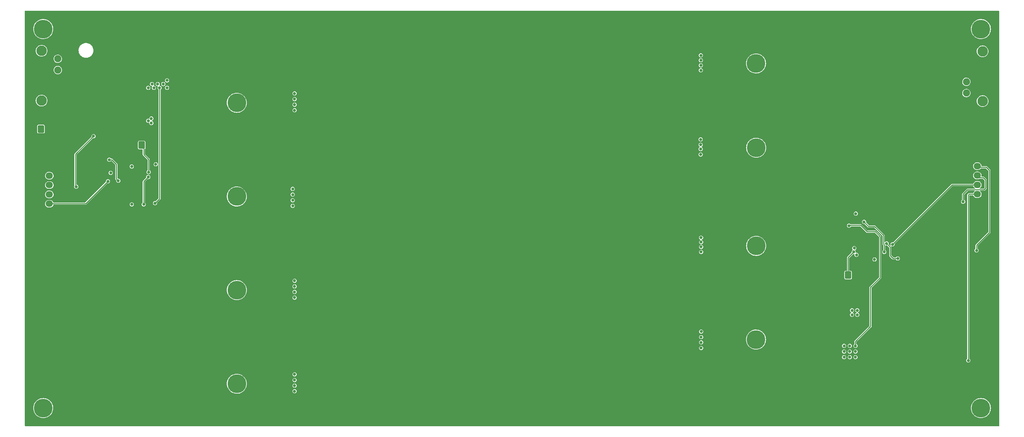
<source format=gbr>
%TF.GenerationSoftware,KiCad,Pcbnew,6.0.6-3a73a75311~116~ubuntu20.04.1*%
%TF.CreationDate,2022-07-12T22:33:22+02:00*%
%TF.ProjectId,LEDBoard_template,4c454442-6f61-4726-945f-74656d706c61,rev?*%
%TF.SameCoordinates,Original*%
%TF.FileFunction,Copper,L4,Bot*%
%TF.FilePolarity,Positive*%
%FSLAX46Y46*%
G04 Gerber Fmt 4.6, Leading zero omitted, Abs format (unit mm)*
G04 Created by KiCad (PCBNEW 6.0.6-3a73a75311~116~ubuntu20.04.1) date 2022-07-12 22:33:22*
%MOMM*%
%LPD*%
G01*
G04 APERTURE LIST*
G04 Aperture macros list*
%AMRoundRect*
0 Rectangle with rounded corners*
0 $1 Rounding radius*
0 $2 $3 $4 $5 $6 $7 $8 $9 X,Y pos of 4 corners*
0 Add a 4 corners polygon primitive as box body*
4,1,4,$2,$3,$4,$5,$6,$7,$8,$9,$2,$3,0*
0 Add four circle primitives for the rounded corners*
1,1,$1+$1,$2,$3*
1,1,$1+$1,$4,$5*
1,1,$1+$1,$6,$7*
1,1,$1+$1,$8,$9*
0 Add four rect primitives between the rounded corners*
20,1,$1+$1,$2,$3,$4,$5,0*
20,1,$1+$1,$4,$5,$6,$7,0*
20,1,$1+$1,$6,$7,$8,$9,0*
20,1,$1+$1,$8,$9,$2,$3,0*%
G04 Aperture macros list end*
%TA.AperFunction,ComponentPad*%
%ADD10C,5.000000*%
%TD*%
%TA.AperFunction,ComponentPad*%
%ADD11C,0.650000*%
%TD*%
%TA.AperFunction,ComponentPad*%
%ADD12C,1.900000*%
%TD*%
%TA.AperFunction,ComponentPad*%
%ADD13C,2.800000*%
%TD*%
%TA.AperFunction,ComponentPad*%
%ADD14C,0.675000*%
%TD*%
%TA.AperFunction,ComponentPad*%
%ADD15RoundRect,0.250000X-0.600000X-0.750000X0.600000X-0.750000X0.600000X0.750000X-0.600000X0.750000X0*%
%TD*%
%TA.AperFunction,ComponentPad*%
%ADD16O,1.700000X2.000000*%
%TD*%
%TA.AperFunction,ComponentPad*%
%ADD17RoundRect,0.250000X-0.725000X0.600000X-0.725000X-0.600000X0.725000X-0.600000X0.725000X0.600000X0*%
%TD*%
%TA.AperFunction,ComponentPad*%
%ADD18O,1.950000X1.700000*%
%TD*%
%TA.AperFunction,ComponentPad*%
%ADD19RoundRect,0.250000X0.725000X-0.600000X0.725000X0.600000X-0.725000X0.600000X-0.725000X-0.600000X0*%
%TD*%
%TA.AperFunction,ViaPad*%
%ADD20C,0.800000*%
%TD*%
%TA.AperFunction,Conductor*%
%ADD21C,0.250000*%
%TD*%
G04 APERTURE END LIST*
D10*
%TO.P,REF\u002A\u002A,1*%
%TO.N,N/C*%
X355550000Y-110300000D03*
%TD*%
D11*
%TO.P,D109,N,PAD*%
%TO.N,GND*%
X277200000Y-167565000D03*
X277200000Y-168835000D03*
X277200000Y-168200000D03*
X277200000Y-169470000D03*
X277200000Y-166930000D03*
%TD*%
D12*
%TO.P,J104,1,Pin_1*%
%TO.N,GND*%
X351680000Y-118400000D03*
%TO.P,J104,2,Pin_2*%
X351680000Y-121400000D03*
%TO.P,J104,3,Pin_3*%
%TO.N,+24V*%
X351680000Y-124400000D03*
%TO.P,J104,4,Pin_4*%
X351680000Y-127400000D03*
D13*
%TO.P,J104,5*%
%TO.N,N/C*%
X356000000Y-129550000D03*
X356000000Y-116250000D03*
%TD*%
D11*
%TO.P,D104,N,PAD*%
%TO.N,GND*%
X157200000Y-118230000D03*
X157200000Y-119500000D03*
X157200000Y-118865000D03*
X157200000Y-120770000D03*
X157200000Y-120135000D03*
%TD*%
%TO.P,D106,N,PAD*%
%TO.N,GND*%
X237200000Y-141345000D03*
X237200000Y-143250000D03*
X237200000Y-141980000D03*
X237200000Y-140710000D03*
X237200000Y-142615000D03*
%TD*%
%TO.P,D114,N,PAD*%
%TO.N,GND*%
X237200000Y-193835000D03*
X237200000Y-191930000D03*
X237200000Y-192565000D03*
X237200000Y-193200000D03*
X237200000Y-194470000D03*
%TD*%
%TO.P,D107,N,PAD*%
%TO.N,GND*%
X197200000Y-141345000D03*
X197200000Y-142615000D03*
X197200000Y-140710000D03*
X197200000Y-143250000D03*
X197200000Y-141980000D03*
%TD*%
D10*
%TO.P,REF\u002A\u002A,1*%
%TO.N,N/C*%
X295600000Y-193200000D03*
%TD*%
D11*
%TO.P,D208,N,PAD*%
%TO.N,GND*%
X295600000Y-181270000D03*
X295600000Y-178730000D03*
X295600000Y-180000000D03*
X295600000Y-180635000D03*
X295600000Y-179365000D03*
%TD*%
D14*
%TO.P,U103,17,EPAD*%
%TO.N,GND*%
X130225000Y-150125000D03*
X128875000Y-151475000D03*
X130225000Y-151475000D03*
X128875000Y-150125000D03*
%TD*%
D15*
%TO.P,J106,1,Pin_1*%
%TO.N,+24V*%
X105000000Y-137000000D03*
D16*
%TO.P,J106,2,Pin_2*%
%TO.N,GND*%
X107500000Y-137000000D03*
%TD*%
D11*
%TO.P,D203,N,PAD*%
%TO.N,GND*%
X255600000Y-203730000D03*
X255600000Y-206270000D03*
X255600000Y-204365000D03*
X255600000Y-205635000D03*
X255600000Y-205000000D03*
%TD*%
D10*
%TO.P,REF\u002A\u002A,1*%
%TO.N,N/C*%
X355550000Y-211500000D03*
%TD*%
D11*
%TO.P,D205,N,PAD*%
%TO.N,GND*%
X175600000Y-180635000D03*
X175600000Y-180000000D03*
X175600000Y-179365000D03*
X175600000Y-181270000D03*
X175600000Y-178730000D03*
%TD*%
%TO.P,D113,N,PAD*%
%TO.N,GND*%
X277200000Y-193835000D03*
X277200000Y-194470000D03*
X277200000Y-193200000D03*
X277200000Y-192565000D03*
X277200000Y-191930000D03*
%TD*%
%TO.P,D210,N,PAD*%
%TO.N,GND*%
X215600000Y-153730000D03*
X215600000Y-155635000D03*
X215600000Y-154365000D03*
X215600000Y-155000000D03*
X215600000Y-156270000D03*
%TD*%
%TO.P,D111,N,PAD*%
%TO.N,GND*%
X197200000Y-166930000D03*
X197200000Y-169470000D03*
X197200000Y-168835000D03*
X197200000Y-167565000D03*
X197200000Y-168200000D03*
%TD*%
%TO.P,D212,N,PAD*%
%TO.N,GND*%
X295600000Y-155635000D03*
X295600000Y-154365000D03*
X295600000Y-153730000D03*
X295600000Y-156270000D03*
X295600000Y-155000000D03*
%TD*%
%TO.P,D112,N,PAD*%
%TO.N,GND*%
X157200000Y-167565000D03*
X157200000Y-168200000D03*
X157200000Y-169470000D03*
X157200000Y-168835000D03*
X157200000Y-166930000D03*
%TD*%
%TO.P,D206,N,PAD*%
%TO.N,GND*%
X215600000Y-180635000D03*
X215600000Y-178730000D03*
X215600000Y-181270000D03*
X215600000Y-179365000D03*
X215600000Y-180000000D03*
%TD*%
D10*
%TO.P,REF\u002A\u002A,1*%
%TO.N,N/C*%
X295600000Y-119500000D03*
%TD*%
D11*
%TO.P,D201,N,PAD*%
%TO.N,GND*%
X175600000Y-206270000D03*
X175600000Y-205635000D03*
X175600000Y-204365000D03*
X175600000Y-203730000D03*
X175600000Y-205000000D03*
%TD*%
%TO.P,D102,N,PAD*%
%TO.N,GND*%
X237200000Y-120770000D03*
X237200000Y-119500000D03*
X237200000Y-118230000D03*
X237200000Y-120135000D03*
X237200000Y-118865000D03*
%TD*%
D12*
%TO.P,J103,1,Pin_1*%
%TO.N,GND*%
X109470001Y-127250000D03*
%TO.P,J103,2,Pin_2*%
X109470001Y-124250000D03*
%TO.P,J103,3,Pin_3*%
%TO.N,+24V*%
X109470001Y-121250000D03*
%TO.P,J103,4,Pin_4*%
X109470001Y-118250000D03*
D13*
%TO.P,J103,5*%
%TO.N,N/C*%
X105150001Y-129400000D03*
X105150001Y-116100000D03*
%TD*%
D11*
%TO.P,D103,N,PAD*%
%TO.N,GND*%
X197200000Y-118865000D03*
X197200000Y-119500000D03*
X197200000Y-120770000D03*
X197200000Y-118230000D03*
X197200000Y-120135000D03*
%TD*%
D10*
%TO.P,REF\u002A\u002A,1*%
%TO.N,N/C*%
X157200000Y-205000000D03*
%TD*%
D11*
%TO.P,D209,N,PAD*%
%TO.N,GND*%
X175600000Y-156270000D03*
X175600000Y-153730000D03*
X175600000Y-155635000D03*
X175600000Y-155000000D03*
X175600000Y-154365000D03*
%TD*%
D14*
%TO.P,U203,17,EPAD*%
%TO.N,GND*%
X326525000Y-167125000D03*
X326525000Y-168475000D03*
X325175000Y-168475000D03*
X325175000Y-167125000D03*
%TD*%
D11*
%TO.P,D207,N,PAD*%
%TO.N,GND*%
X255600000Y-180000000D03*
X255600000Y-180635000D03*
X255600000Y-181270000D03*
X255600000Y-178730000D03*
X255600000Y-179365000D03*
%TD*%
%TO.P,D115,N,PAD*%
%TO.N,GND*%
X197200000Y-192565000D03*
X197200000Y-191930000D03*
X197200000Y-193835000D03*
X197200000Y-194470000D03*
X197200000Y-193200000D03*
%TD*%
%TO.P,D204,N,PAD*%
%TO.N,GND*%
X295600000Y-206270000D03*
X295600000Y-205000000D03*
X295600000Y-203730000D03*
X295600000Y-204365000D03*
X295600000Y-205635000D03*
%TD*%
%TO.P,D108,N,PAD*%
%TO.N,GND*%
X157200000Y-140710000D03*
X157200000Y-143250000D03*
X157200000Y-142615000D03*
X157200000Y-141345000D03*
X157200000Y-141980000D03*
%TD*%
D17*
%TO.P,J101,1,Pin_1*%
%TO.N,GND*%
X107225000Y-146950000D03*
D18*
%TO.P,J101,2,Pin_2*%
%TO.N,/BLUE_PWM*%
X107225000Y-149450000D03*
%TO.P,J101,3,Pin_3*%
%TO.N,/EN_BLUE*%
X107225000Y-151950000D03*
%TO.P,J101,4,Pin_4*%
%TO.N,/RED_PWM*%
X107225000Y-154450000D03*
%TO.P,J101,5,Pin_5*%
%TO.N,/EN_RED*%
X107225000Y-156950000D03*
%TD*%
D11*
%TO.P,D116,N,PAD*%
%TO.N,GND*%
X157200000Y-193200000D03*
X157200000Y-193835000D03*
X157200000Y-192565000D03*
X157200000Y-191930000D03*
X157200000Y-194470000D03*
%TD*%
%TO.P,D213,N,PAD*%
%TO.N,GND*%
X175600000Y-129365000D03*
X175600000Y-131270000D03*
X175600000Y-128730000D03*
X175600000Y-130635000D03*
X175600000Y-130000000D03*
%TD*%
D10*
%TO.P,REF\u002A\u002A,1*%
%TO.N,N/C*%
X105600000Y-110300000D03*
%TD*%
D11*
%TO.P,D211,N,PAD*%
%TO.N,GND*%
X255600000Y-156270000D03*
X255600000Y-155635000D03*
X255600000Y-155000000D03*
X255600000Y-154365000D03*
X255600000Y-153730000D03*
%TD*%
%TO.P,D110,N,PAD*%
%TO.N,GND*%
X237200000Y-169470000D03*
X237200000Y-168835000D03*
X237200000Y-167565000D03*
X237200000Y-166930000D03*
X237200000Y-168200000D03*
%TD*%
D15*
%TO.P,J201,1,Pin_1*%
%TO.N,Net-(J201-Pad1)*%
X320150000Y-175975000D03*
D16*
%TO.P,J201,2,Pin_2*%
%TO.N,GND*%
X322650000Y-175975000D03*
%TD*%
D10*
%TO.P,REF\u002A\u002A,1*%
%TO.N,N/C*%
X157200000Y-130000000D03*
%TD*%
D11*
%TO.P,D101,N,PAD*%
%TO.N,GND*%
X277200000Y-118865000D03*
X277200000Y-120135000D03*
X277200000Y-120770000D03*
X277200000Y-118230000D03*
X277200000Y-119500000D03*
%TD*%
%TO.P,D216,N,PAD*%
%TO.N,GND*%
X295600000Y-130635000D03*
X295600000Y-129365000D03*
X295600000Y-131270000D03*
X295600000Y-128730000D03*
X295600000Y-130000000D03*
%TD*%
%TO.P,D214,N,PAD*%
%TO.N,GND*%
X215600000Y-131270000D03*
X215600000Y-130635000D03*
X215600000Y-129365000D03*
X215600000Y-128730000D03*
X215600000Y-130000000D03*
%TD*%
%TO.P,D215,N,PAD*%
%TO.N,GND*%
X255600000Y-129365000D03*
X255600000Y-130000000D03*
X255600000Y-131270000D03*
X255600000Y-128730000D03*
X255600000Y-130635000D03*
%TD*%
D10*
%TO.P,REF\u002A\u002A,1*%
%TO.N,N/C*%
X157200000Y-155000000D03*
%TD*%
%TO.P,REF\u002A\u002A,1*%
%TO.N,N/C*%
X105600000Y-211500000D03*
%TD*%
%TO.P,REF\u002A\u002A,1*%
%TO.N,N/C*%
X295650000Y-168200000D03*
%TD*%
D11*
%TO.P,D202,N,PAD*%
%TO.N,GND*%
X215600000Y-205000000D03*
X215600000Y-205635000D03*
X215600000Y-203730000D03*
X215600000Y-206270000D03*
X215600000Y-204365000D03*
%TD*%
%TO.P,D105,N,PAD*%
%TO.N,GND*%
X277200000Y-141345000D03*
X277200000Y-142615000D03*
X277200000Y-143250000D03*
X277200000Y-141980000D03*
X277200000Y-140710000D03*
%TD*%
D19*
%TO.P,J105,1,Pin_1*%
%TO.N,GND*%
X354600000Y-156900000D03*
D18*
%TO.P,J105,2,Pin_2*%
%TO.N,/BLUE_PWM*%
X354600000Y-154400000D03*
%TO.P,J105,3,Pin_3*%
%TO.N,/EN_BLUE*%
X354600000Y-151900000D03*
%TO.P,J105,4,Pin_4*%
%TO.N,/RED_PWM*%
X354600000Y-149400000D03*
%TO.P,J105,5,Pin_5*%
%TO.N,/EN_RED*%
X354600000Y-146900000D03*
%TD*%
D10*
%TO.P,REF\u002A\u002A,1*%
%TO.N,N/C*%
X157200000Y-180000000D03*
%TD*%
D15*
%TO.P,J102,1,Pin_1*%
%TO.N,Net-(J102-Pad1)*%
X131850000Y-141275000D03*
D16*
%TO.P,J102,2,Pin_2*%
%TO.N,GND*%
X134350000Y-141275000D03*
%TD*%
D10*
%TO.P,REF\u002A\u002A,1*%
%TO.N,N/C*%
X295650000Y-142000000D03*
%TD*%
D20*
%TO.N,/VRed*%
X136100000Y-125000000D03*
X133600000Y-126000000D03*
X280960000Y-169800000D03*
X280840000Y-139780000D03*
X138600000Y-126000000D03*
X280900000Y-118630000D03*
X280970000Y-195450000D03*
X280970000Y-193970000D03*
X280960000Y-168450000D03*
X137600000Y-125000000D03*
X138600000Y-124000000D03*
X134600000Y-125000000D03*
X280850000Y-143800000D03*
X280850000Y-141200000D03*
X280980000Y-191060000D03*
X280970000Y-192540000D03*
X280900000Y-117340000D03*
X136600000Y-126000000D03*
X280900000Y-119990000D03*
X280850000Y-142350000D03*
X135400000Y-156800000D03*
X280950000Y-166000000D03*
X280960000Y-167170000D03*
X135100000Y-126000000D03*
X280900000Y-121330000D03*
%TO.N,+24V*%
X327200000Y-171800000D03*
X321200000Y-185400000D03*
X129200000Y-147000000D03*
X134400000Y-135400000D03*
X322600000Y-186600000D03*
X133600000Y-134800000D03*
X322600000Y-185400000D03*
X322400000Y-170600000D03*
X134400000Y-134200000D03*
X321200000Y-186600000D03*
X135600000Y-146400000D03*
%TO.N,/VREG_RED*%
X129200000Y-157100000D03*
X123600000Y-148700000D03*
%TO.N,Net-(R101-Pad1)*%
X125600000Y-150800000D03*
X123200000Y-145200000D03*
%TO.N,/RED_FB*%
X114400000Y-152400000D03*
X119000000Y-138900000D03*
%TO.N,/RED_PWM*%
X350800000Y-156400000D03*
%TO.N,Net-(Q101-Pad3)*%
X132400000Y-157100000D03*
X133600000Y-149800000D03*
%TO.N,/EN_RED*%
X122850000Y-150950000D03*
X354400000Y-169400000D03*
%TO.N,/BLUE_PWM*%
X352200000Y-198800000D03*
%TO.N,/EN_BLUE*%
X332000000Y-167800000D03*
%TO.N,Net-(J102-Pad1)*%
X133700000Y-148500000D03*
%TO.N,/Blue LEDS/VREG_RED*%
X324400000Y-161800000D03*
X329800000Y-169800000D03*
%TO.N,/Blue LEDS/VRed*%
X319100000Y-196400000D03*
X319100000Y-194900000D03*
X172600000Y-182000000D03*
X172100000Y-157500000D03*
X322100000Y-194900000D03*
X172600000Y-204000000D03*
X172600000Y-179000000D03*
X172600000Y-127500000D03*
X172100000Y-156000000D03*
X320400000Y-162800000D03*
X172100000Y-153000000D03*
X320600000Y-196400000D03*
X172600000Y-132000000D03*
X172600000Y-130500000D03*
X172600000Y-129000000D03*
X319100000Y-197900000D03*
X172600000Y-180500000D03*
X322100000Y-196400000D03*
X322100000Y-197900000D03*
X320600000Y-197900000D03*
X172600000Y-207000000D03*
X320600000Y-194900000D03*
X172600000Y-205500000D03*
X172600000Y-202500000D03*
X172100000Y-154500000D03*
X172600000Y-177500000D03*
%TO.N,Net-(J201-Pad1)*%
X321650000Y-169800000D03*
%TO.N,Net-(Q201-Pad3)*%
X322200000Y-159600000D03*
X321800000Y-168800000D03*
%TO.N,Net-(R201-Pad1)*%
X333400000Y-171550000D03*
X330400000Y-167550000D03*
%TD*%
D21*
%TO.N,/VRed*%
X136600000Y-126000000D02*
X136600000Y-155600000D01*
X136600000Y-155600000D02*
X135400000Y-156800000D01*
%TO.N,Net-(R101-Pad1)*%
X123900000Y-145200000D02*
X123200000Y-145200000D01*
X125100000Y-146400000D02*
X123900000Y-145200000D01*
X125100000Y-147900000D02*
X125100000Y-146400000D01*
X125600000Y-150800000D02*
X125100000Y-150300000D01*
X125100000Y-149900000D02*
X125100000Y-147900000D01*
X125100000Y-150300000D02*
X125100000Y-149900000D01*
%TO.N,/RED_FB*%
X114200000Y-143700000D02*
X119000000Y-138900000D01*
X114400000Y-152400000D02*
X114200000Y-152200000D01*
X114200000Y-152200000D02*
X114200000Y-143700000D01*
%TO.N,/RED_PWM*%
X356800000Y-150600000D02*
X356200000Y-150000000D01*
X352000000Y-153200000D02*
X356400000Y-153200000D01*
X356800000Y-152800000D02*
X356800000Y-150600000D01*
X350800000Y-156400000D02*
X350800000Y-154400000D01*
X356400000Y-153200000D02*
X356800000Y-152800000D01*
X350800000Y-154400000D02*
X352000000Y-153200000D01*
X355200000Y-150000000D02*
X354600000Y-149400000D01*
X356200000Y-150000000D02*
X355200000Y-150000000D01*
%TO.N,Net-(Q101-Pad3)*%
X132400000Y-157100000D02*
X132400000Y-151000000D01*
X132400000Y-151000000D02*
X133600000Y-149800000D01*
%TO.N,/EN_RED*%
X357800000Y-164600000D02*
X357800000Y-148000000D01*
X354400000Y-168000000D02*
X357800000Y-164600000D01*
X107400000Y-156900000D02*
X116900000Y-156900000D01*
X354900000Y-147200000D02*
X354600000Y-146900000D01*
X357000000Y-147200000D02*
X354900000Y-147200000D01*
X116900000Y-156900000D02*
X122850000Y-150950000D01*
X357800000Y-148000000D02*
X357000000Y-147200000D01*
X354400000Y-169400000D02*
X354400000Y-168000000D01*
%TO.N,/BLUE_PWM*%
X352400000Y-154400000D02*
X354600000Y-154400000D01*
X352200000Y-198800000D02*
X352200000Y-154600000D01*
X352200000Y-154600000D02*
X352400000Y-154400000D01*
%TO.N,/EN_BLUE*%
X347900000Y-151900000D02*
X354600000Y-151900000D01*
X332000000Y-167800000D02*
X347900000Y-151900000D01*
%TO.N,Net-(J102-Pad1)*%
X132400000Y-141825000D02*
X131850000Y-141275000D01*
X133700000Y-148500000D02*
X133700000Y-145100000D01*
X132400000Y-143800000D02*
X132400000Y-141825000D01*
X133700000Y-145100000D02*
X132400000Y-143800000D01*
%TO.N,/Blue LEDS/VREG_RED*%
X329800000Y-167904595D02*
X329800000Y-169800000D01*
X324400000Y-161800000D02*
X325600000Y-163000000D01*
X329600000Y-167704595D02*
X329800000Y-167904595D01*
X329600000Y-165400000D02*
X329600000Y-167704595D01*
X325600000Y-163000000D02*
X327200000Y-163000000D01*
X327200000Y-163000000D02*
X329600000Y-165400000D01*
%TO.N,/Blue LEDS/VRed*%
X328700000Y-165700000D02*
X327400000Y-164400000D01*
X326100000Y-189700000D02*
X326100000Y-179300000D01*
X328700000Y-176700000D02*
X328700000Y-165700000D01*
X322100000Y-193700000D02*
X326100000Y-189700000D01*
X320500000Y-162700000D02*
X320400000Y-162800000D01*
X326100000Y-179300000D02*
X328700000Y-176700000D01*
X327400000Y-164400000D02*
X325200000Y-164400000D01*
X323500000Y-162700000D02*
X320500000Y-162700000D01*
X325200000Y-164400000D02*
X323500000Y-162700000D01*
X322100000Y-194900000D02*
X322100000Y-193700000D01*
%TO.N,Net-(J201-Pad1)*%
X320150000Y-171300000D02*
X320150000Y-175975000D01*
X321650000Y-169800000D02*
X320150000Y-171300000D01*
%TO.N,Net-(R201-Pad1)*%
X331400000Y-170800000D02*
X332150000Y-171550000D01*
X332150000Y-171550000D02*
X333400000Y-171550000D01*
X330400000Y-167550000D02*
X331400000Y-168550000D01*
X331400000Y-168550000D02*
X331400000Y-170800000D01*
%TD*%
%TA.AperFunction,Conductor*%
%TO.N,GND*%
G36*
X360393066Y-105447813D02*
G01*
X360418376Y-105491650D01*
X360419500Y-105504500D01*
X360419500Y-216245500D01*
X360402187Y-216293066D01*
X360358350Y-216318376D01*
X360345500Y-216319500D01*
X100774500Y-216319500D01*
X100726934Y-216302187D01*
X100701624Y-216258350D01*
X100700500Y-216245500D01*
X100700500Y-211472194D01*
X102944801Y-211472194D01*
X102944912Y-211474424D01*
X102944912Y-211474427D01*
X102948954Y-211555609D01*
X102960691Y-211791382D01*
X103014812Y-212106350D01*
X103106381Y-212412535D01*
X103234070Y-212705501D01*
X103396031Y-212981006D01*
X103589917Y-213235057D01*
X103812920Y-213463976D01*
X103814651Y-213465370D01*
X103814654Y-213465373D01*
X103998569Y-213613509D01*
X104061809Y-213664446D01*
X104063696Y-213665623D01*
X104063699Y-213665625D01*
X104137567Y-213711693D01*
X104332979Y-213833563D01*
X104622502Y-213968877D01*
X104624608Y-213969567D01*
X104624612Y-213969569D01*
X104924070Y-214067737D01*
X104924075Y-214067738D01*
X104926185Y-214068430D01*
X105239628Y-214130777D01*
X105241844Y-214130946D01*
X105241847Y-214130946D01*
X105490914Y-214149892D01*
X105558292Y-214155017D01*
X105560516Y-214154918D01*
X105560517Y-214154918D01*
X105649335Y-214150963D01*
X105877559Y-214140799D01*
X105879756Y-214140433D01*
X105879759Y-214140433D01*
X106035182Y-214114563D01*
X106192806Y-214088327D01*
X106499466Y-213998363D01*
X106566486Y-213969569D01*
X106791059Y-213873085D01*
X106791065Y-213873082D01*
X106793097Y-213872209D01*
X106859631Y-213833563D01*
X107067524Y-213712809D01*
X107067526Y-213712807D01*
X107069445Y-213711693D01*
X107324509Y-213519140D01*
X107383389Y-213462380D01*
X107552988Y-213298885D01*
X107554592Y-213297339D01*
X107756362Y-213049503D01*
X107757546Y-213047627D01*
X107757550Y-213047621D01*
X107925712Y-212781101D01*
X107925716Y-212781094D01*
X107926897Y-212779222D01*
X107927843Y-212777224D01*
X107927848Y-212777216D01*
X108062774Y-212492419D01*
X108062776Y-212492415D01*
X108063725Y-212490411D01*
X108164866Y-212187254D01*
X108228854Y-211874141D01*
X108254763Y-211555609D01*
X108255345Y-211500000D01*
X108253804Y-211474427D01*
X108253669Y-211472194D01*
X352894801Y-211472194D01*
X352894912Y-211474424D01*
X352894912Y-211474427D01*
X352898954Y-211555609D01*
X352910691Y-211791382D01*
X352964812Y-212106350D01*
X353056381Y-212412535D01*
X353184070Y-212705501D01*
X353346031Y-212981006D01*
X353539917Y-213235057D01*
X353762920Y-213463976D01*
X353764651Y-213465370D01*
X353764654Y-213465373D01*
X353948569Y-213613509D01*
X354011809Y-213664446D01*
X354013696Y-213665623D01*
X354013699Y-213665625D01*
X354087567Y-213711693D01*
X354282979Y-213833563D01*
X354572502Y-213968877D01*
X354574608Y-213969567D01*
X354574612Y-213969569D01*
X354874070Y-214067737D01*
X354874075Y-214067738D01*
X354876185Y-214068430D01*
X355189628Y-214130777D01*
X355191844Y-214130946D01*
X355191847Y-214130946D01*
X355440914Y-214149892D01*
X355508292Y-214155017D01*
X355510516Y-214154918D01*
X355510517Y-214154918D01*
X355599335Y-214150963D01*
X355827559Y-214140799D01*
X355829756Y-214140433D01*
X355829759Y-214140433D01*
X355985182Y-214114563D01*
X356142806Y-214088327D01*
X356449466Y-213998363D01*
X356516486Y-213969569D01*
X356741059Y-213873085D01*
X356741065Y-213873082D01*
X356743097Y-213872209D01*
X356809631Y-213833563D01*
X357017524Y-213712809D01*
X357017526Y-213712807D01*
X357019445Y-213711693D01*
X357274509Y-213519140D01*
X357333389Y-213462380D01*
X357502988Y-213298885D01*
X357504592Y-213297339D01*
X357706362Y-213049503D01*
X357707546Y-213047627D01*
X357707550Y-213047621D01*
X357875712Y-212781101D01*
X357875716Y-212781094D01*
X357876897Y-212779222D01*
X357877843Y-212777224D01*
X357877848Y-212777216D01*
X358012774Y-212492419D01*
X358012776Y-212492415D01*
X358013725Y-212490411D01*
X358114866Y-212187254D01*
X358178854Y-211874141D01*
X358204763Y-211555609D01*
X358205345Y-211500000D01*
X358203804Y-211474427D01*
X358186247Y-211183217D01*
X358186247Y-211183216D01*
X358186113Y-211180995D01*
X358128697Y-210866611D01*
X358033927Y-210561402D01*
X357903176Y-210269789D01*
X357902022Y-210267872D01*
X357739488Y-209997904D01*
X357739486Y-209997901D01*
X357738339Y-209995996D01*
X357541804Y-209743989D01*
X357316416Y-209517418D01*
X357065441Y-209319566D01*
X356792515Y-209153297D01*
X356501591Y-209021022D01*
X356196882Y-208924655D01*
X355967681Y-208881554D01*
X355885000Y-208866006D01*
X355884998Y-208866006D01*
X355882803Y-208865593D01*
X355880581Y-208865447D01*
X355880578Y-208865447D01*
X355566122Y-208844836D01*
X355566115Y-208844836D01*
X355563903Y-208844691D01*
X355561685Y-208844813D01*
X355561677Y-208844813D01*
X355385313Y-208854520D01*
X355244802Y-208862253D01*
X354930122Y-208918022D01*
X354624421Y-209011193D01*
X354332127Y-209140415D01*
X354057475Y-209303816D01*
X354035273Y-209320945D01*
X353806208Y-209497666D01*
X353806203Y-209497671D01*
X353804442Y-209499029D01*
X353802851Y-209500596D01*
X353802849Y-209500597D01*
X353785762Y-209517418D01*
X353576694Y-209723227D01*
X353377530Y-209973163D01*
X353209835Y-210245215D01*
X353076038Y-210535443D01*
X353075357Y-210537558D01*
X353075355Y-210537563D01*
X353066991Y-210563536D01*
X352978078Y-210839643D01*
X352917372Y-211153408D01*
X352894801Y-211472194D01*
X108253669Y-211472194D01*
X108236247Y-211183217D01*
X108236247Y-211183216D01*
X108236113Y-211180995D01*
X108178697Y-210866611D01*
X108083927Y-210561402D01*
X107953176Y-210269789D01*
X107952022Y-210267872D01*
X107789488Y-209997904D01*
X107789486Y-209997901D01*
X107788339Y-209995996D01*
X107591804Y-209743989D01*
X107366416Y-209517418D01*
X107115441Y-209319566D01*
X106842515Y-209153297D01*
X106551591Y-209021022D01*
X106246882Y-208924655D01*
X106017681Y-208881554D01*
X105935000Y-208866006D01*
X105934998Y-208866006D01*
X105932803Y-208865593D01*
X105930581Y-208865447D01*
X105930578Y-208865447D01*
X105616122Y-208844836D01*
X105616115Y-208844836D01*
X105613903Y-208844691D01*
X105611685Y-208844813D01*
X105611677Y-208844813D01*
X105435313Y-208854520D01*
X105294802Y-208862253D01*
X104980122Y-208918022D01*
X104674421Y-209011193D01*
X104382127Y-209140415D01*
X104107475Y-209303816D01*
X104085273Y-209320945D01*
X103856208Y-209497666D01*
X103856203Y-209497671D01*
X103854442Y-209499029D01*
X103852851Y-209500596D01*
X103852849Y-209500597D01*
X103835762Y-209517418D01*
X103626694Y-209723227D01*
X103427530Y-209973163D01*
X103259835Y-210245215D01*
X103126038Y-210535443D01*
X103125357Y-210537558D01*
X103125355Y-210537563D01*
X103116991Y-210563536D01*
X103028078Y-210839643D01*
X102967372Y-211153408D01*
X102944801Y-211472194D01*
X100700500Y-211472194D01*
X100700500Y-204972194D01*
X154544801Y-204972194D01*
X154544912Y-204974424D01*
X154544912Y-204974427D01*
X154557256Y-205222375D01*
X154560691Y-205291382D01*
X154614812Y-205606350D01*
X154615449Y-205608481D01*
X154615450Y-205608484D01*
X154699274Y-205888770D01*
X154706381Y-205912535D01*
X154834070Y-206205501D01*
X154996031Y-206481006D01*
X155189917Y-206735057D01*
X155412920Y-206963976D01*
X155414651Y-206965370D01*
X155414654Y-206965373D01*
X155598569Y-207113509D01*
X155661809Y-207164446D01*
X155663696Y-207165623D01*
X155663699Y-207165625D01*
X155931093Y-207332387D01*
X155932979Y-207333563D01*
X156222502Y-207468877D01*
X156224608Y-207469567D01*
X156224612Y-207469569D01*
X156524070Y-207567737D01*
X156524075Y-207567738D01*
X156526185Y-207568430D01*
X156839628Y-207630777D01*
X156841844Y-207630946D01*
X156841847Y-207630946D01*
X157090914Y-207649892D01*
X157158292Y-207655017D01*
X157160516Y-207654918D01*
X157160517Y-207654918D01*
X157249335Y-207650963D01*
X157477559Y-207640799D01*
X157479756Y-207640433D01*
X157479759Y-207640433D01*
X157635182Y-207614563D01*
X157792806Y-207588327D01*
X158099466Y-207498363D01*
X158166486Y-207469569D01*
X158391059Y-207373085D01*
X158391065Y-207373082D01*
X158393097Y-207372209D01*
X158459631Y-207333563D01*
X158667524Y-207212809D01*
X158667526Y-207212807D01*
X158669445Y-207211693D01*
X158924509Y-207019140D01*
X158944364Y-207000000D01*
X172044750Y-207000000D01*
X172063670Y-207143709D01*
X172119139Y-207277625D01*
X172207379Y-207392621D01*
X172322375Y-207480861D01*
X172456291Y-207536330D01*
X172600000Y-207555250D01*
X172604808Y-207554617D01*
X172738901Y-207536963D01*
X172743709Y-207536330D01*
X172877625Y-207480861D01*
X172992621Y-207392621D01*
X173080861Y-207277625D01*
X173136330Y-207143709D01*
X173155250Y-207000000D01*
X173136330Y-206856291D01*
X173080861Y-206722375D01*
X172992621Y-206607379D01*
X172877625Y-206519139D01*
X172743709Y-206463670D01*
X172600000Y-206444750D01*
X172456291Y-206463670D01*
X172322375Y-206519139D01*
X172207379Y-206607379D01*
X172119139Y-206722375D01*
X172063670Y-206856291D01*
X172044750Y-207000000D01*
X158944364Y-207000000D01*
X158983389Y-206962380D01*
X159152988Y-206798885D01*
X159154592Y-206797339D01*
X159356362Y-206549503D01*
X159357546Y-206547627D01*
X159357550Y-206547621D01*
X159525712Y-206281101D01*
X159525716Y-206281094D01*
X159526897Y-206279222D01*
X159527843Y-206277224D01*
X159527848Y-206277216D01*
X159662774Y-205992419D01*
X159662776Y-205992415D01*
X159663725Y-205990411D01*
X159764866Y-205687254D01*
X159803133Y-205500000D01*
X172044750Y-205500000D01*
X172063670Y-205643709D01*
X172119139Y-205777625D01*
X172207379Y-205892621D01*
X172322375Y-205980861D01*
X172456291Y-206036330D01*
X172600000Y-206055250D01*
X172604808Y-206054617D01*
X172738901Y-206036963D01*
X172743709Y-206036330D01*
X172877625Y-205980861D01*
X172992621Y-205892621D01*
X173080861Y-205777625D01*
X173136330Y-205643709D01*
X173155250Y-205500000D01*
X173136330Y-205356291D01*
X173080861Y-205222375D01*
X172992621Y-205107379D01*
X172877625Y-205019139D01*
X172743709Y-204963670D01*
X172600000Y-204944750D01*
X172456291Y-204963670D01*
X172322375Y-205019139D01*
X172207379Y-205107379D01*
X172119139Y-205222375D01*
X172063670Y-205356291D01*
X172044750Y-205500000D01*
X159803133Y-205500000D01*
X159828854Y-205374141D01*
X159854763Y-205055609D01*
X159855345Y-205000000D01*
X159853804Y-204974427D01*
X159836247Y-204683217D01*
X159836247Y-204683216D01*
X159836113Y-204680995D01*
X159778697Y-204366611D01*
X159749674Y-204273141D01*
X159684590Y-204063536D01*
X159684588Y-204063530D01*
X159683927Y-204061402D01*
X159656396Y-204000000D01*
X172044750Y-204000000D01*
X172063670Y-204143709D01*
X172119139Y-204277625D01*
X172207379Y-204392621D01*
X172322375Y-204480861D01*
X172456291Y-204536330D01*
X172600000Y-204555250D01*
X172604808Y-204554617D01*
X172738901Y-204536963D01*
X172743709Y-204536330D01*
X172877625Y-204480861D01*
X172992621Y-204392621D01*
X173080861Y-204277625D01*
X173136330Y-204143709D01*
X173155250Y-204000000D01*
X173136330Y-203856291D01*
X173080861Y-203722375D01*
X172992621Y-203607379D01*
X172877625Y-203519139D01*
X172743709Y-203463670D01*
X172600000Y-203444750D01*
X172456291Y-203463670D01*
X172322375Y-203519139D01*
X172207379Y-203607379D01*
X172119139Y-203722375D01*
X172063670Y-203856291D01*
X172044750Y-204000000D01*
X159656396Y-204000000D01*
X159553176Y-203769789D01*
X159552022Y-203767872D01*
X159389488Y-203497904D01*
X159389486Y-203497901D01*
X159388339Y-203495996D01*
X159191804Y-203243989D01*
X159068072Y-203119607D01*
X158967981Y-203018991D01*
X158967979Y-203018989D01*
X158966416Y-203017418D01*
X158715441Y-202819566D01*
X158442515Y-202653297D01*
X158151591Y-202521022D01*
X158085120Y-202500000D01*
X172044750Y-202500000D01*
X172063670Y-202643709D01*
X172119139Y-202777625D01*
X172207379Y-202892621D01*
X172322375Y-202980861D01*
X172456291Y-203036330D01*
X172600000Y-203055250D01*
X172604808Y-203054617D01*
X172738901Y-203036963D01*
X172743709Y-203036330D01*
X172877625Y-202980861D01*
X172992621Y-202892621D01*
X173080861Y-202777625D01*
X173136330Y-202643709D01*
X173155250Y-202500000D01*
X173136330Y-202356291D01*
X173080861Y-202222375D01*
X172992621Y-202107379D01*
X172877625Y-202019139D01*
X172743709Y-201963670D01*
X172600000Y-201944750D01*
X172456291Y-201963670D01*
X172322375Y-202019139D01*
X172207379Y-202107379D01*
X172119139Y-202222375D01*
X172063670Y-202356291D01*
X172044750Y-202500000D01*
X158085120Y-202500000D01*
X157846882Y-202424655D01*
X157617681Y-202381554D01*
X157535000Y-202366006D01*
X157534998Y-202366006D01*
X157532803Y-202365593D01*
X157530581Y-202365447D01*
X157530578Y-202365447D01*
X157216122Y-202344836D01*
X157216115Y-202344836D01*
X157213903Y-202344691D01*
X157211685Y-202344813D01*
X157211677Y-202344813D01*
X157035313Y-202354520D01*
X156894802Y-202362253D01*
X156580122Y-202418022D01*
X156274421Y-202511193D01*
X155982127Y-202640415D01*
X155707475Y-202803816D01*
X155685273Y-202820945D01*
X155456208Y-202997666D01*
X155456203Y-202997671D01*
X155454442Y-202999029D01*
X155452851Y-203000596D01*
X155452849Y-203000597D01*
X155435762Y-203017418D01*
X155226694Y-203223227D01*
X155027530Y-203473163D01*
X154859835Y-203745215D01*
X154726038Y-204035443D01*
X154725357Y-204037558D01*
X154725355Y-204037563D01*
X154716991Y-204063536D01*
X154628078Y-204339643D01*
X154567372Y-204653408D01*
X154544801Y-204972194D01*
X100700500Y-204972194D01*
X100700500Y-197900000D01*
X318544750Y-197900000D01*
X318563670Y-198043709D01*
X318619139Y-198177625D01*
X318707379Y-198292621D01*
X318822375Y-198380861D01*
X318956291Y-198436330D01*
X319100000Y-198455250D01*
X319104808Y-198454617D01*
X319238901Y-198436963D01*
X319243709Y-198436330D01*
X319377625Y-198380861D01*
X319492621Y-198292621D01*
X319580861Y-198177625D01*
X319636330Y-198043709D01*
X319655250Y-197900000D01*
X320044750Y-197900000D01*
X320063670Y-198043709D01*
X320119139Y-198177625D01*
X320207379Y-198292621D01*
X320322375Y-198380861D01*
X320456291Y-198436330D01*
X320600000Y-198455250D01*
X320604808Y-198454617D01*
X320738901Y-198436963D01*
X320743709Y-198436330D01*
X320877625Y-198380861D01*
X320992621Y-198292621D01*
X321080861Y-198177625D01*
X321136330Y-198043709D01*
X321155250Y-197900000D01*
X321544750Y-197900000D01*
X321563670Y-198043709D01*
X321619139Y-198177625D01*
X321707379Y-198292621D01*
X321822375Y-198380861D01*
X321956291Y-198436330D01*
X322100000Y-198455250D01*
X322104808Y-198454617D01*
X322238901Y-198436963D01*
X322243709Y-198436330D01*
X322377625Y-198380861D01*
X322492621Y-198292621D01*
X322580861Y-198177625D01*
X322636330Y-198043709D01*
X322655250Y-197900000D01*
X322636330Y-197756291D01*
X322580861Y-197622375D01*
X322492621Y-197507379D01*
X322377625Y-197419139D01*
X322243709Y-197363670D01*
X322100000Y-197344750D01*
X321956291Y-197363670D01*
X321822375Y-197419139D01*
X321707379Y-197507379D01*
X321619139Y-197622375D01*
X321563670Y-197756291D01*
X321544750Y-197900000D01*
X321155250Y-197900000D01*
X321136330Y-197756291D01*
X321080861Y-197622375D01*
X320992621Y-197507379D01*
X320877625Y-197419139D01*
X320743709Y-197363670D01*
X320600000Y-197344750D01*
X320456291Y-197363670D01*
X320322375Y-197419139D01*
X320207379Y-197507379D01*
X320119139Y-197622375D01*
X320063670Y-197756291D01*
X320044750Y-197900000D01*
X319655250Y-197900000D01*
X319636330Y-197756291D01*
X319580861Y-197622375D01*
X319492621Y-197507379D01*
X319377625Y-197419139D01*
X319243709Y-197363670D01*
X319100000Y-197344750D01*
X318956291Y-197363670D01*
X318822375Y-197419139D01*
X318707379Y-197507379D01*
X318619139Y-197622375D01*
X318563670Y-197756291D01*
X318544750Y-197900000D01*
X100700500Y-197900000D01*
X100700500Y-196400000D01*
X318544750Y-196400000D01*
X318563670Y-196543709D01*
X318619139Y-196677625D01*
X318707379Y-196792621D01*
X318822375Y-196880861D01*
X318956291Y-196936330D01*
X319100000Y-196955250D01*
X319104808Y-196954617D01*
X319238901Y-196936963D01*
X319243709Y-196936330D01*
X319377625Y-196880861D01*
X319492621Y-196792621D01*
X319580861Y-196677625D01*
X319636330Y-196543709D01*
X319655250Y-196400000D01*
X320044750Y-196400000D01*
X320063670Y-196543709D01*
X320119139Y-196677625D01*
X320207379Y-196792621D01*
X320322375Y-196880861D01*
X320456291Y-196936330D01*
X320600000Y-196955250D01*
X320604808Y-196954617D01*
X320738901Y-196936963D01*
X320743709Y-196936330D01*
X320877625Y-196880861D01*
X320992621Y-196792621D01*
X321080861Y-196677625D01*
X321136330Y-196543709D01*
X321155250Y-196400000D01*
X321544750Y-196400000D01*
X321563670Y-196543709D01*
X321619139Y-196677625D01*
X321707379Y-196792621D01*
X321822375Y-196880861D01*
X321956291Y-196936330D01*
X322100000Y-196955250D01*
X322104808Y-196954617D01*
X322238901Y-196936963D01*
X322243709Y-196936330D01*
X322377625Y-196880861D01*
X322492621Y-196792621D01*
X322580861Y-196677625D01*
X322636330Y-196543709D01*
X322655250Y-196400000D01*
X322636330Y-196256291D01*
X322580861Y-196122375D01*
X322492621Y-196007379D01*
X322377625Y-195919139D01*
X322243709Y-195863670D01*
X322100000Y-195844750D01*
X321956291Y-195863670D01*
X321822375Y-195919139D01*
X321707379Y-196007379D01*
X321619139Y-196122375D01*
X321563670Y-196256291D01*
X321544750Y-196400000D01*
X321155250Y-196400000D01*
X321136330Y-196256291D01*
X321080861Y-196122375D01*
X320992621Y-196007379D01*
X320877625Y-195919139D01*
X320743709Y-195863670D01*
X320600000Y-195844750D01*
X320456291Y-195863670D01*
X320322375Y-195919139D01*
X320207379Y-196007379D01*
X320119139Y-196122375D01*
X320063670Y-196256291D01*
X320044750Y-196400000D01*
X319655250Y-196400000D01*
X319636330Y-196256291D01*
X319580861Y-196122375D01*
X319492621Y-196007379D01*
X319377625Y-195919139D01*
X319243709Y-195863670D01*
X319100000Y-195844750D01*
X318956291Y-195863670D01*
X318822375Y-195919139D01*
X318707379Y-196007379D01*
X318619139Y-196122375D01*
X318563670Y-196256291D01*
X318544750Y-196400000D01*
X100700500Y-196400000D01*
X100700500Y-195450000D01*
X280414750Y-195450000D01*
X280433670Y-195593709D01*
X280489139Y-195727625D01*
X280577379Y-195842621D01*
X280692375Y-195930861D01*
X280826291Y-195986330D01*
X280970000Y-196005250D01*
X280974808Y-196004617D01*
X281108901Y-195986963D01*
X281113709Y-195986330D01*
X281247625Y-195930861D01*
X281362621Y-195842621D01*
X281450861Y-195727625D01*
X281506330Y-195593709D01*
X281525250Y-195450000D01*
X281506330Y-195306291D01*
X281450861Y-195172375D01*
X281362621Y-195057379D01*
X281247625Y-194969139D01*
X281113709Y-194913670D01*
X280970000Y-194894750D01*
X280826291Y-194913670D01*
X280692375Y-194969139D01*
X280577379Y-195057379D01*
X280489139Y-195172375D01*
X280433670Y-195306291D01*
X280414750Y-195450000D01*
X100700500Y-195450000D01*
X100700500Y-193970000D01*
X280414750Y-193970000D01*
X280433670Y-194113709D01*
X280489139Y-194247625D01*
X280577379Y-194362621D01*
X280692375Y-194450861D01*
X280826291Y-194506330D01*
X280831099Y-194506963D01*
X280898146Y-194515790D01*
X280970000Y-194525250D01*
X280974808Y-194524617D01*
X281108901Y-194506963D01*
X281113709Y-194506330D01*
X281247625Y-194450861D01*
X281362621Y-194362621D01*
X281450861Y-194247625D01*
X281506330Y-194113709D01*
X281525250Y-193970000D01*
X281506330Y-193826291D01*
X281450861Y-193692375D01*
X281362621Y-193577379D01*
X281247625Y-193489139D01*
X281113709Y-193433670D01*
X280970000Y-193414750D01*
X280826291Y-193433670D01*
X280692375Y-193489139D01*
X280577379Y-193577379D01*
X280489139Y-193692375D01*
X280433670Y-193826291D01*
X280414750Y-193970000D01*
X100700500Y-193970000D01*
X100700500Y-193172194D01*
X292944801Y-193172194D01*
X292944912Y-193174424D01*
X292944912Y-193174427D01*
X292956908Y-193415383D01*
X292960691Y-193491382D01*
X293014812Y-193806350D01*
X293015449Y-193808481D01*
X293015450Y-193808484D01*
X293026301Y-193844768D01*
X293106381Y-194112535D01*
X293107268Y-194114569D01*
X293107269Y-194114573D01*
X293165260Y-194247625D01*
X293234070Y-194405501D01*
X293235194Y-194407412D01*
X293235196Y-194407417D01*
X293292253Y-194504474D01*
X293396031Y-194681006D01*
X293589917Y-194935057D01*
X293812920Y-195163976D01*
X293814651Y-195165370D01*
X293814654Y-195165373D01*
X293967855Y-195288770D01*
X294061809Y-195364446D01*
X294063696Y-195365623D01*
X294063699Y-195365625D01*
X294207408Y-195455250D01*
X294332979Y-195533563D01*
X294622502Y-195668877D01*
X294624608Y-195669567D01*
X294624612Y-195669569D01*
X294924070Y-195767737D01*
X294924075Y-195767738D01*
X294926185Y-195768430D01*
X295239628Y-195830777D01*
X295241844Y-195830946D01*
X295241847Y-195830946D01*
X295490914Y-195849892D01*
X295558292Y-195855017D01*
X295560516Y-195854918D01*
X295560517Y-195854918D01*
X295649335Y-195850963D01*
X295877559Y-195840799D01*
X295879756Y-195840433D01*
X295879759Y-195840433D01*
X296035183Y-195814563D01*
X296192806Y-195788327D01*
X296499466Y-195698363D01*
X296566486Y-195669569D01*
X296791059Y-195573085D01*
X296791065Y-195573082D01*
X296793097Y-195572209D01*
X296859631Y-195533563D01*
X297067524Y-195412809D01*
X297067526Y-195412807D01*
X297069445Y-195411693D01*
X297324509Y-195219140D01*
X297363581Y-195181475D01*
X297501842Y-195048190D01*
X297554592Y-194997339D01*
X297633838Y-194900000D01*
X318544750Y-194900000D01*
X318563670Y-195043709D01*
X318619139Y-195177625D01*
X318707379Y-195292621D01*
X318822375Y-195380861D01*
X318956291Y-195436330D01*
X319100000Y-195455250D01*
X319104808Y-195454617D01*
X319238901Y-195436963D01*
X319243709Y-195436330D01*
X319377625Y-195380861D01*
X319492621Y-195292621D01*
X319580861Y-195177625D01*
X319636330Y-195043709D01*
X319655250Y-194900000D01*
X320044750Y-194900000D01*
X320063670Y-195043709D01*
X320119139Y-195177625D01*
X320207379Y-195292621D01*
X320322375Y-195380861D01*
X320456291Y-195436330D01*
X320600000Y-195455250D01*
X320604808Y-195454617D01*
X320738901Y-195436963D01*
X320743709Y-195436330D01*
X320877625Y-195380861D01*
X320992621Y-195292621D01*
X321080861Y-195177625D01*
X321136330Y-195043709D01*
X321155250Y-194900000D01*
X321136330Y-194756291D01*
X321080861Y-194622375D01*
X320992621Y-194507379D01*
X320877625Y-194419139D01*
X320743709Y-194363670D01*
X320706491Y-194358770D01*
X320604808Y-194345383D01*
X320600000Y-194344750D01*
X320595192Y-194345383D01*
X320493510Y-194358770D01*
X320456291Y-194363670D01*
X320322375Y-194419139D01*
X320207379Y-194507379D01*
X320119139Y-194622375D01*
X320063670Y-194756291D01*
X320044750Y-194900000D01*
X319655250Y-194900000D01*
X319636330Y-194756291D01*
X319580861Y-194622375D01*
X319492621Y-194507379D01*
X319377625Y-194419139D01*
X319243709Y-194363670D01*
X319206491Y-194358770D01*
X319104808Y-194345383D01*
X319100000Y-194344750D01*
X319095192Y-194345383D01*
X318993510Y-194358770D01*
X318956291Y-194363670D01*
X318822375Y-194419139D01*
X318707379Y-194507379D01*
X318619139Y-194622375D01*
X318563670Y-194756291D01*
X318544750Y-194900000D01*
X297633838Y-194900000D01*
X297756362Y-194749503D01*
X297757546Y-194747627D01*
X297757550Y-194747621D01*
X297925712Y-194481101D01*
X297925716Y-194481094D01*
X297926897Y-194479222D01*
X297927843Y-194477224D01*
X297927848Y-194477216D01*
X298062774Y-194192419D01*
X298062776Y-194192415D01*
X298063725Y-194190411D01*
X298164866Y-193887254D01*
X298228854Y-193574141D01*
X298254763Y-193255609D01*
X298255345Y-193200000D01*
X298253804Y-193174427D01*
X298236247Y-192883217D01*
X298236247Y-192883216D01*
X298236113Y-192880995D01*
X298178697Y-192566611D01*
X298127304Y-192401099D01*
X298084590Y-192263536D01*
X298084588Y-192263530D01*
X298083927Y-192261402D01*
X297953176Y-191969789D01*
X297952022Y-191967872D01*
X297789488Y-191697904D01*
X297789486Y-191697901D01*
X297788339Y-191695996D01*
X297591804Y-191443989D01*
X297366416Y-191217418D01*
X297115441Y-191019566D01*
X296945918Y-190916291D01*
X296844426Y-190854461D01*
X296844424Y-190854460D01*
X296842515Y-190853297D01*
X296551591Y-190721022D01*
X296246882Y-190624655D01*
X295994963Y-190577282D01*
X295935000Y-190566006D01*
X295934998Y-190566006D01*
X295932803Y-190565593D01*
X295930581Y-190565447D01*
X295930578Y-190565447D01*
X295616122Y-190544836D01*
X295616115Y-190544836D01*
X295613903Y-190544691D01*
X295611685Y-190544813D01*
X295611677Y-190544813D01*
X295435313Y-190554520D01*
X295294802Y-190562253D01*
X294980122Y-190618022D01*
X294674421Y-190711193D01*
X294382127Y-190840415D01*
X294107475Y-191003816D01*
X294085273Y-191020945D01*
X293856208Y-191197666D01*
X293856203Y-191197671D01*
X293854442Y-191199029D01*
X293852851Y-191200596D01*
X293852849Y-191200597D01*
X293835762Y-191217418D01*
X293626694Y-191423227D01*
X293427530Y-191673163D01*
X293259835Y-191945215D01*
X293126038Y-192235443D01*
X293125357Y-192237558D01*
X293125355Y-192237563D01*
X293117365Y-192262375D01*
X293028078Y-192539643D01*
X292967372Y-192853408D01*
X292944801Y-193172194D01*
X100700500Y-193172194D01*
X100700500Y-192540000D01*
X280414750Y-192540000D01*
X280433670Y-192683709D01*
X280489139Y-192817625D01*
X280577379Y-192932621D01*
X280692375Y-193020861D01*
X280826291Y-193076330D01*
X280970000Y-193095250D01*
X280974808Y-193094617D01*
X281108901Y-193076963D01*
X281113709Y-193076330D01*
X281247625Y-193020861D01*
X281362621Y-192932621D01*
X281450861Y-192817625D01*
X281506330Y-192683709D01*
X281525250Y-192540000D01*
X281506330Y-192396291D01*
X281450861Y-192262375D01*
X281362621Y-192147379D01*
X281247625Y-192059139D01*
X281113709Y-192003670D01*
X280970000Y-191984750D01*
X280826291Y-192003670D01*
X280692375Y-192059139D01*
X280577379Y-192147379D01*
X280489139Y-192262375D01*
X280433670Y-192396291D01*
X280414750Y-192540000D01*
X100700500Y-192540000D01*
X100700500Y-191060000D01*
X280424750Y-191060000D01*
X280443670Y-191203709D01*
X280499139Y-191337625D01*
X280587379Y-191452621D01*
X280702375Y-191540861D01*
X280836291Y-191596330D01*
X280980000Y-191615250D01*
X280984808Y-191614617D01*
X281118901Y-191596963D01*
X281123709Y-191596330D01*
X281257625Y-191540861D01*
X281372621Y-191452621D01*
X281460861Y-191337625D01*
X281516330Y-191203709D01*
X281535250Y-191060000D01*
X281516330Y-190916291D01*
X281460861Y-190782375D01*
X281372621Y-190667379D01*
X281257625Y-190579139D01*
X281123709Y-190523670D01*
X280980000Y-190504750D01*
X280836291Y-190523670D01*
X280702375Y-190579139D01*
X280587379Y-190667379D01*
X280499139Y-190782375D01*
X280443670Y-190916291D01*
X280424750Y-191060000D01*
X100700500Y-191060000D01*
X100700500Y-186600000D01*
X320644750Y-186600000D01*
X320663670Y-186743709D01*
X320719139Y-186877625D01*
X320807379Y-186992621D01*
X320922375Y-187080861D01*
X321056291Y-187136330D01*
X321200000Y-187155250D01*
X321204808Y-187154617D01*
X321338901Y-187136963D01*
X321343709Y-187136330D01*
X321477625Y-187080861D01*
X321592621Y-186992621D01*
X321680861Y-186877625D01*
X321736330Y-186743709D01*
X321755250Y-186600000D01*
X322044750Y-186600000D01*
X322063670Y-186743709D01*
X322119139Y-186877625D01*
X322207379Y-186992621D01*
X322322375Y-187080861D01*
X322456291Y-187136330D01*
X322600000Y-187155250D01*
X322604808Y-187154617D01*
X322738901Y-187136963D01*
X322743709Y-187136330D01*
X322877625Y-187080861D01*
X322992621Y-186992621D01*
X323080861Y-186877625D01*
X323136330Y-186743709D01*
X323155250Y-186600000D01*
X323136330Y-186456291D01*
X323080861Y-186322375D01*
X322992621Y-186207379D01*
X322877625Y-186119139D01*
X322755049Y-186068367D01*
X322717728Y-186034170D01*
X322711121Y-185983984D01*
X322738318Y-185941292D01*
X322755049Y-185931633D01*
X322786702Y-185918522D01*
X322877625Y-185880861D01*
X322992621Y-185792621D01*
X323080861Y-185677625D01*
X323136330Y-185543709D01*
X323155250Y-185400000D01*
X323136330Y-185256291D01*
X323080861Y-185122375D01*
X322992621Y-185007379D01*
X322877625Y-184919139D01*
X322743709Y-184863670D01*
X322600000Y-184844750D01*
X322456291Y-184863670D01*
X322322375Y-184919139D01*
X322207379Y-185007379D01*
X322119139Y-185122375D01*
X322063670Y-185256291D01*
X322044750Y-185400000D01*
X322063670Y-185543709D01*
X322119139Y-185677625D01*
X322207379Y-185792621D01*
X322322375Y-185880861D01*
X322413298Y-185918522D01*
X322444951Y-185931633D01*
X322482272Y-185965830D01*
X322488879Y-186016016D01*
X322461682Y-186058708D01*
X322444950Y-186068367D01*
X322322375Y-186119139D01*
X322207379Y-186207379D01*
X322119139Y-186322375D01*
X322063670Y-186456291D01*
X322044750Y-186600000D01*
X321755250Y-186600000D01*
X321736330Y-186456291D01*
X321680861Y-186322375D01*
X321592621Y-186207379D01*
X321477625Y-186119139D01*
X321355049Y-186068367D01*
X321317728Y-186034170D01*
X321311121Y-185983984D01*
X321338318Y-185941292D01*
X321355049Y-185931633D01*
X321386702Y-185918522D01*
X321477625Y-185880861D01*
X321592621Y-185792621D01*
X321680861Y-185677625D01*
X321736330Y-185543709D01*
X321755250Y-185400000D01*
X321736330Y-185256291D01*
X321680861Y-185122375D01*
X321592621Y-185007379D01*
X321477625Y-184919139D01*
X321343709Y-184863670D01*
X321200000Y-184844750D01*
X321056291Y-184863670D01*
X320922375Y-184919139D01*
X320807379Y-185007379D01*
X320719139Y-185122375D01*
X320663670Y-185256291D01*
X320644750Y-185400000D01*
X320663670Y-185543709D01*
X320719139Y-185677625D01*
X320807379Y-185792621D01*
X320922375Y-185880861D01*
X321013298Y-185918522D01*
X321044951Y-185931633D01*
X321082272Y-185965830D01*
X321088879Y-186016016D01*
X321061682Y-186058708D01*
X321044950Y-186068367D01*
X320922375Y-186119139D01*
X320807379Y-186207379D01*
X320719139Y-186322375D01*
X320663670Y-186456291D01*
X320644750Y-186600000D01*
X100700500Y-186600000D01*
X100700500Y-179972194D01*
X154544801Y-179972194D01*
X154544912Y-179974424D01*
X154544912Y-179974427D01*
X154557256Y-180222375D01*
X154560691Y-180291382D01*
X154614812Y-180606350D01*
X154615449Y-180608481D01*
X154615450Y-180608484D01*
X154699274Y-180888770D01*
X154706381Y-180912535D01*
X154834070Y-181205501D01*
X154996031Y-181481006D01*
X155189917Y-181735057D01*
X155412920Y-181963976D01*
X155414651Y-181965370D01*
X155414654Y-181965373D01*
X155598569Y-182113509D01*
X155661809Y-182164446D01*
X155663696Y-182165623D01*
X155663699Y-182165625D01*
X155931093Y-182332387D01*
X155932979Y-182333563D01*
X156222502Y-182468877D01*
X156224608Y-182469567D01*
X156224612Y-182469569D01*
X156524070Y-182567737D01*
X156524075Y-182567738D01*
X156526185Y-182568430D01*
X156839628Y-182630777D01*
X156841844Y-182630946D01*
X156841847Y-182630946D01*
X157090914Y-182649892D01*
X157158292Y-182655017D01*
X157160516Y-182654918D01*
X157160517Y-182654918D01*
X157249335Y-182650963D01*
X157477559Y-182640799D01*
X157479756Y-182640433D01*
X157479759Y-182640433D01*
X157635183Y-182614563D01*
X157792806Y-182588327D01*
X158099466Y-182498363D01*
X158166486Y-182469569D01*
X158391059Y-182373085D01*
X158391065Y-182373082D01*
X158393097Y-182372209D01*
X158459631Y-182333563D01*
X158667524Y-182212809D01*
X158667526Y-182212807D01*
X158669445Y-182211693D01*
X158924509Y-182019140D01*
X158944364Y-182000000D01*
X172044750Y-182000000D01*
X172063670Y-182143709D01*
X172119139Y-182277625D01*
X172207379Y-182392621D01*
X172322375Y-182480861D01*
X172456291Y-182536330D01*
X172600000Y-182555250D01*
X172604808Y-182554617D01*
X172738901Y-182536963D01*
X172743709Y-182536330D01*
X172877625Y-182480861D01*
X172992621Y-182392621D01*
X173080861Y-182277625D01*
X173136330Y-182143709D01*
X173155250Y-182000000D01*
X173136330Y-181856291D01*
X173080861Y-181722375D01*
X172992621Y-181607379D01*
X172877625Y-181519139D01*
X172743709Y-181463670D01*
X172600000Y-181444750D01*
X172456291Y-181463670D01*
X172322375Y-181519139D01*
X172207379Y-181607379D01*
X172119139Y-181722375D01*
X172063670Y-181856291D01*
X172044750Y-182000000D01*
X158944364Y-182000000D01*
X158983389Y-181962380D01*
X159152988Y-181798885D01*
X159154592Y-181797339D01*
X159356362Y-181549503D01*
X159357546Y-181547627D01*
X159357550Y-181547621D01*
X159525712Y-181281101D01*
X159525716Y-181281094D01*
X159526897Y-181279222D01*
X159527843Y-181277224D01*
X159527848Y-181277216D01*
X159662774Y-180992419D01*
X159662776Y-180992415D01*
X159663725Y-180990411D01*
X159764866Y-180687254D01*
X159803133Y-180500000D01*
X172044750Y-180500000D01*
X172063670Y-180643709D01*
X172119139Y-180777625D01*
X172207379Y-180892621D01*
X172322375Y-180980861D01*
X172456291Y-181036330D01*
X172600000Y-181055250D01*
X172604808Y-181054617D01*
X172738901Y-181036963D01*
X172743709Y-181036330D01*
X172877625Y-180980861D01*
X172992621Y-180892621D01*
X173080861Y-180777625D01*
X173136330Y-180643709D01*
X173155250Y-180500000D01*
X173136330Y-180356291D01*
X173080861Y-180222375D01*
X172992621Y-180107379D01*
X172877625Y-180019139D01*
X172743709Y-179963670D01*
X172600000Y-179944750D01*
X172456291Y-179963670D01*
X172322375Y-180019139D01*
X172207379Y-180107379D01*
X172119139Y-180222375D01*
X172063670Y-180356291D01*
X172044750Y-180500000D01*
X159803133Y-180500000D01*
X159828854Y-180374141D01*
X159854763Y-180055609D01*
X159855345Y-180000000D01*
X159853804Y-179974427D01*
X159836247Y-179683217D01*
X159836247Y-179683216D01*
X159836113Y-179680995D01*
X159778697Y-179366611D01*
X159769664Y-179337520D01*
X159684590Y-179063536D01*
X159684588Y-179063530D01*
X159683927Y-179061402D01*
X159656396Y-179000000D01*
X172044750Y-179000000D01*
X172063670Y-179143709D01*
X172119139Y-179277625D01*
X172207379Y-179392621D01*
X172322375Y-179480861D01*
X172456291Y-179536330D01*
X172600000Y-179555250D01*
X172604808Y-179554617D01*
X172738901Y-179536963D01*
X172743709Y-179536330D01*
X172877625Y-179480861D01*
X172992621Y-179392621D01*
X173080861Y-179277625D01*
X173136330Y-179143709D01*
X173155250Y-179000000D01*
X173136330Y-178856291D01*
X173080861Y-178722375D01*
X172992621Y-178607379D01*
X172877625Y-178519139D01*
X172743709Y-178463670D01*
X172600000Y-178444750D01*
X172456291Y-178463670D01*
X172322375Y-178519139D01*
X172207379Y-178607379D01*
X172119139Y-178722375D01*
X172063670Y-178856291D01*
X172044750Y-179000000D01*
X159656396Y-179000000D01*
X159553176Y-178769789D01*
X159552022Y-178767872D01*
X159389488Y-178497904D01*
X159389486Y-178497901D01*
X159388339Y-178495996D01*
X159191804Y-178243989D01*
X159068072Y-178119607D01*
X158967981Y-178018991D01*
X158967979Y-178018989D01*
X158966416Y-178017418D01*
X158715441Y-177819566D01*
X158442515Y-177653297D01*
X158151591Y-177521022D01*
X158085120Y-177500000D01*
X172044750Y-177500000D01*
X172063670Y-177643709D01*
X172119139Y-177777625D01*
X172207379Y-177892621D01*
X172322375Y-177980861D01*
X172456291Y-178036330D01*
X172600000Y-178055250D01*
X172604808Y-178054617D01*
X172738901Y-178036963D01*
X172743709Y-178036330D01*
X172877625Y-177980861D01*
X172992621Y-177892621D01*
X173080861Y-177777625D01*
X173136330Y-177643709D01*
X173155250Y-177500000D01*
X173136330Y-177356291D01*
X173080861Y-177222375D01*
X172992621Y-177107379D01*
X172877625Y-177019139D01*
X172769639Y-176974410D01*
X172748190Y-176965526D01*
X172743709Y-176963670D01*
X172600000Y-176944750D01*
X172456291Y-176963670D01*
X172451810Y-176965526D01*
X172430361Y-176974410D01*
X172322375Y-177019139D01*
X172207379Y-177107379D01*
X172119139Y-177222375D01*
X172063670Y-177356291D01*
X172044750Y-177500000D01*
X158085120Y-177500000D01*
X157846882Y-177424655D01*
X157617681Y-177381554D01*
X157535000Y-177366006D01*
X157534998Y-177366006D01*
X157532803Y-177365593D01*
X157530581Y-177365447D01*
X157530578Y-177365447D01*
X157216122Y-177344836D01*
X157216115Y-177344836D01*
X157213903Y-177344691D01*
X157211685Y-177344813D01*
X157211677Y-177344813D01*
X157035313Y-177354520D01*
X156894802Y-177362253D01*
X156580122Y-177418022D01*
X156274421Y-177511193D01*
X155982127Y-177640415D01*
X155707475Y-177803816D01*
X155685273Y-177820945D01*
X155456208Y-177997666D01*
X155456203Y-177997671D01*
X155454442Y-177999029D01*
X155452851Y-178000596D01*
X155452849Y-178000597D01*
X155435762Y-178017418D01*
X155226694Y-178223227D01*
X155027530Y-178473163D01*
X154859835Y-178745215D01*
X154726038Y-179035443D01*
X154725357Y-179037558D01*
X154725355Y-179037563D01*
X154706110Y-179097327D01*
X154628078Y-179339643D01*
X154567372Y-179653408D01*
X154544801Y-179972194D01*
X100700500Y-179972194D01*
X100700500Y-175193481D01*
X319149500Y-175193481D01*
X319149501Y-176756518D01*
X319164354Y-176850304D01*
X319193152Y-176906823D01*
X319219304Y-176958150D01*
X319219306Y-176958152D01*
X319221950Y-176963342D01*
X319311658Y-177053050D01*
X319316848Y-177055694D01*
X319316850Y-177055696D01*
X319419502Y-177108000D01*
X319419505Y-177108001D01*
X319424696Y-177110646D01*
X319430448Y-177111557D01*
X319430451Y-177111558D01*
X319515602Y-177125044D01*
X319518481Y-177125500D01*
X320150000Y-177125500D01*
X320781518Y-177125499D01*
X320784390Y-177125044D01*
X320784392Y-177125044D01*
X320816090Y-177120024D01*
X320875304Y-177110646D01*
X320931823Y-177081848D01*
X320983150Y-177055696D01*
X320983152Y-177055694D01*
X320988342Y-177053050D01*
X321078050Y-176963342D01*
X321080694Y-176958152D01*
X321080696Y-176958150D01*
X321133000Y-176855498D01*
X321133001Y-176855495D01*
X321135646Y-176850304D01*
X321136557Y-176844552D01*
X321136558Y-176844549D01*
X321150045Y-176759392D01*
X321150500Y-176756519D01*
X321150499Y-175193482D01*
X321135646Y-175099696D01*
X321106848Y-175043177D01*
X321080696Y-174991850D01*
X321080694Y-174991848D01*
X321078050Y-174986658D01*
X320988342Y-174896950D01*
X320983152Y-174894306D01*
X320983150Y-174894304D01*
X320880498Y-174842000D01*
X320880495Y-174841999D01*
X320875304Y-174839354D01*
X320869552Y-174838443D01*
X320869549Y-174838442D01*
X320784392Y-174824955D01*
X320781519Y-174824500D01*
X320499500Y-174824500D01*
X320451934Y-174807187D01*
X320426624Y-174763350D01*
X320425500Y-174750500D01*
X320425500Y-171800000D01*
X326644750Y-171800000D01*
X326663670Y-171943709D01*
X326719139Y-172077625D01*
X326807379Y-172192621D01*
X326922375Y-172280861D01*
X327056291Y-172336330D01*
X327200000Y-172355250D01*
X327204808Y-172354617D01*
X327338901Y-172336963D01*
X327343709Y-172336330D01*
X327477625Y-172280861D01*
X327592621Y-172192621D01*
X327680861Y-172077625D01*
X327736330Y-171943709D01*
X327755250Y-171800000D01*
X327736330Y-171656291D01*
X327680861Y-171522375D01*
X327592621Y-171407379D01*
X327477625Y-171319139D01*
X327343709Y-171263670D01*
X327200000Y-171244750D01*
X327056291Y-171263670D01*
X326922375Y-171319139D01*
X326807379Y-171407379D01*
X326719139Y-171522375D01*
X326663670Y-171656291D01*
X326644750Y-171800000D01*
X320425500Y-171800000D01*
X320425500Y-171444768D01*
X320442813Y-171397202D01*
X320447174Y-171392442D01*
X321477831Y-170361785D01*
X321523707Y-170340393D01*
X321539816Y-170340744D01*
X321645192Y-170354617D01*
X321650000Y-170355250D01*
X321654808Y-170354617D01*
X321793186Y-170336399D01*
X321842605Y-170347355D01*
X321873420Y-170387514D01*
X321871212Y-170438082D01*
X321863670Y-170456291D01*
X321844750Y-170600000D01*
X321863670Y-170743709D01*
X321919139Y-170877625D01*
X322007379Y-170992621D01*
X322122375Y-171080861D01*
X322256291Y-171136330D01*
X322400000Y-171155250D01*
X322404808Y-171154617D01*
X322538901Y-171136963D01*
X322543709Y-171136330D01*
X322677625Y-171080861D01*
X322792621Y-170992621D01*
X322880861Y-170877625D01*
X322936330Y-170743709D01*
X322955250Y-170600000D01*
X322936330Y-170456291D01*
X322880861Y-170322375D01*
X322792621Y-170207379D01*
X322677625Y-170119139D01*
X322543709Y-170063670D01*
X322400000Y-170044750D01*
X322395192Y-170045383D01*
X322256814Y-170063601D01*
X322207395Y-170052645D01*
X322176580Y-170012486D01*
X322178788Y-169961918D01*
X322186330Y-169943709D01*
X322205250Y-169800000D01*
X322186330Y-169656291D01*
X322130861Y-169522375D01*
X322042621Y-169407379D01*
X322040697Y-169405903D01*
X322019697Y-169360867D01*
X322032798Y-169311972D01*
X322065096Y-169286051D01*
X322077625Y-169280861D01*
X322192621Y-169192621D01*
X322280861Y-169077625D01*
X322336330Y-168943709D01*
X322355250Y-168800000D01*
X322336330Y-168656291D01*
X322280861Y-168522375D01*
X322192621Y-168407379D01*
X322077625Y-168319139D01*
X321943709Y-168263670D01*
X321800000Y-168244750D01*
X321656291Y-168263670D01*
X321522375Y-168319139D01*
X321407379Y-168407379D01*
X321319139Y-168522375D01*
X321263670Y-168656291D01*
X321244750Y-168800000D01*
X321263670Y-168943709D01*
X321319139Y-169077625D01*
X321407379Y-169192621D01*
X321409303Y-169194097D01*
X321430303Y-169239133D01*
X321417202Y-169288028D01*
X321384904Y-169313949D01*
X321372375Y-169319139D01*
X321257379Y-169407379D01*
X321169139Y-169522375D01*
X321113670Y-169656291D01*
X321094750Y-169800000D01*
X321095383Y-169804808D01*
X321109256Y-169910184D01*
X321098300Y-169959603D01*
X321088215Y-169972169D01*
X319979529Y-171080855D01*
X319968318Y-171090056D01*
X319951376Y-171101376D01*
X319890485Y-171192505D01*
X319889064Y-171199648D01*
X319889063Y-171199651D01*
X319875960Y-171265526D01*
X319874598Y-171272375D01*
X319869103Y-171300000D01*
X319870525Y-171307149D01*
X319873078Y-171319983D01*
X319874500Y-171334420D01*
X319874500Y-174750501D01*
X319857187Y-174798067D01*
X319813350Y-174823377D01*
X319800500Y-174824501D01*
X319518482Y-174824501D01*
X319515610Y-174824956D01*
X319515608Y-174824956D01*
X319483910Y-174829976D01*
X319424696Y-174839354D01*
X319368177Y-174868152D01*
X319316850Y-174894304D01*
X319316848Y-174894306D01*
X319311658Y-174896950D01*
X319221950Y-174986658D01*
X319219306Y-174991848D01*
X319219304Y-174991850D01*
X319167000Y-175094502D01*
X319164354Y-175099696D01*
X319163443Y-175105448D01*
X319163442Y-175105451D01*
X319149955Y-175190608D01*
X319149500Y-175193481D01*
X100700500Y-175193481D01*
X100700500Y-169800000D01*
X280404750Y-169800000D01*
X280423670Y-169943709D01*
X280479139Y-170077625D01*
X280567379Y-170192621D01*
X280682375Y-170280861D01*
X280816291Y-170336330D01*
X280960000Y-170355250D01*
X280964808Y-170354617D01*
X281098901Y-170336963D01*
X281103709Y-170336330D01*
X281237625Y-170280861D01*
X281352621Y-170192621D01*
X281440861Y-170077625D01*
X281496330Y-169943709D01*
X281515250Y-169800000D01*
X281496330Y-169656291D01*
X281440861Y-169522375D01*
X281352621Y-169407379D01*
X281237625Y-169319139D01*
X281103709Y-169263670D01*
X280960000Y-169244750D01*
X280816291Y-169263670D01*
X280682375Y-169319139D01*
X280567379Y-169407379D01*
X280479139Y-169522375D01*
X280423670Y-169656291D01*
X280404750Y-169800000D01*
X100700500Y-169800000D01*
X100700500Y-168450000D01*
X280404750Y-168450000D01*
X280423670Y-168593709D01*
X280479139Y-168727625D01*
X280567379Y-168842621D01*
X280682375Y-168930861D01*
X280816291Y-168986330D01*
X280960000Y-169005250D01*
X280964808Y-169004617D01*
X281098901Y-168986963D01*
X281103709Y-168986330D01*
X281237625Y-168930861D01*
X281352621Y-168842621D01*
X281440861Y-168727625D01*
X281496330Y-168593709D01*
X281515250Y-168450000D01*
X281496330Y-168306291D01*
X281440861Y-168172375D01*
X281440722Y-168172194D01*
X292994801Y-168172194D01*
X292994912Y-168174424D01*
X292994912Y-168174427D01*
X293008392Y-168445192D01*
X293010691Y-168491382D01*
X293064812Y-168806350D01*
X293065449Y-168808481D01*
X293065450Y-168808484D01*
X293147092Y-169081475D01*
X293156381Y-169112535D01*
X293157268Y-169114569D01*
X293157269Y-169114573D01*
X293221977Y-169263037D01*
X293284070Y-169405501D01*
X293285194Y-169407412D01*
X293285196Y-169407417D01*
X293404399Y-169610187D01*
X293446031Y-169681006D01*
X293639917Y-169935057D01*
X293862920Y-170163976D01*
X293864651Y-170165370D01*
X293864654Y-170165373D01*
X293953895Y-170237253D01*
X294111809Y-170364446D01*
X294113696Y-170365623D01*
X294113699Y-170365625D01*
X294381093Y-170532387D01*
X294382979Y-170533563D01*
X294384988Y-170534502D01*
X294384990Y-170534503D01*
X294580180Y-170625729D01*
X294672502Y-170668877D01*
X294674608Y-170669567D01*
X294674612Y-170669569D01*
X294974070Y-170767737D01*
X294974075Y-170767738D01*
X294976185Y-170768430D01*
X295289628Y-170830777D01*
X295291844Y-170830946D01*
X295291847Y-170830946D01*
X295540914Y-170849892D01*
X295608292Y-170855017D01*
X295610516Y-170854918D01*
X295610517Y-170854918D01*
X295699335Y-170850963D01*
X295927559Y-170840799D01*
X295929756Y-170840433D01*
X295929759Y-170840433D01*
X296129725Y-170807149D01*
X296242806Y-170788327D01*
X296549466Y-170698363D01*
X296616486Y-170669569D01*
X296841059Y-170573085D01*
X296841065Y-170573082D01*
X296843097Y-170572209D01*
X296909631Y-170533563D01*
X297117524Y-170412809D01*
X297117526Y-170412807D01*
X297119445Y-170411693D01*
X297374509Y-170219140D01*
X297382715Y-170211230D01*
X297521308Y-170077625D01*
X297604592Y-169997339D01*
X297806362Y-169749503D01*
X297807546Y-169747627D01*
X297807550Y-169747621D01*
X297975712Y-169481101D01*
X297975716Y-169481094D01*
X297976897Y-169479222D01*
X297977843Y-169477224D01*
X297977848Y-169477216D01*
X298112774Y-169192419D01*
X298112776Y-169192415D01*
X298113725Y-169190411D01*
X298214866Y-168887254D01*
X298278854Y-168574141D01*
X298304763Y-168255609D01*
X298305345Y-168200000D01*
X298305079Y-168195576D01*
X298286247Y-167883217D01*
X298286247Y-167883216D01*
X298286113Y-167880995D01*
X298228697Y-167566611D01*
X298227458Y-167562621D01*
X298134590Y-167263536D01*
X298134588Y-167263530D01*
X298133927Y-167261402D01*
X298003176Y-166969789D01*
X298002022Y-166967872D01*
X297839488Y-166697904D01*
X297839486Y-166697901D01*
X297838339Y-166695996D01*
X297641804Y-166443989D01*
X297416416Y-166217418D01*
X297165441Y-166019566D01*
X296892515Y-165853297D01*
X296601591Y-165721022D01*
X296296882Y-165624655D01*
X296067681Y-165581554D01*
X295985000Y-165566006D01*
X295984998Y-165566006D01*
X295982803Y-165565593D01*
X295980581Y-165565447D01*
X295980578Y-165565447D01*
X295666122Y-165544836D01*
X295666115Y-165544836D01*
X295663903Y-165544691D01*
X295661685Y-165544813D01*
X295661677Y-165544813D01*
X295485313Y-165554520D01*
X295344802Y-165562253D01*
X295208297Y-165586445D01*
X295106850Y-165604424D01*
X295030122Y-165618022D01*
X294724421Y-165711193D01*
X294432127Y-165840415D01*
X294215001Y-165969591D01*
X294171971Y-165995192D01*
X294157475Y-166003816D01*
X294135273Y-166020945D01*
X293906208Y-166197666D01*
X293906203Y-166197671D01*
X293904442Y-166199029D01*
X293902851Y-166200596D01*
X293902849Y-166200597D01*
X293800035Y-166301809D01*
X293676694Y-166423227D01*
X293477530Y-166673163D01*
X293309835Y-166945215D01*
X293176038Y-167235443D01*
X293175357Y-167237558D01*
X293175355Y-167237563D01*
X293165385Y-167268525D01*
X293078078Y-167539643D01*
X293017372Y-167853408D01*
X292994801Y-168172194D01*
X281440722Y-168172194D01*
X281352621Y-168057379D01*
X281237625Y-167969139D01*
X281129639Y-167924410D01*
X281108190Y-167915526D01*
X281103709Y-167913670D01*
X280960000Y-167894750D01*
X280816291Y-167913670D01*
X280811810Y-167915526D01*
X280790361Y-167924410D01*
X280682375Y-167969139D01*
X280567379Y-168057379D01*
X280479139Y-168172375D01*
X280423670Y-168306291D01*
X280404750Y-168450000D01*
X100700500Y-168450000D01*
X100700500Y-166000000D01*
X280394750Y-166000000D01*
X280413670Y-166143709D01*
X280469139Y-166277625D01*
X280557379Y-166392621D01*
X280672375Y-166480861D01*
X280763738Y-166518704D01*
X280801059Y-166552901D01*
X280807666Y-166603087D01*
X280780469Y-166645779D01*
X280763739Y-166655437D01*
X280682375Y-166689139D01*
X280567379Y-166777379D01*
X280479139Y-166892375D01*
X280423670Y-167026291D01*
X280404750Y-167170000D01*
X280423670Y-167313709D01*
X280479139Y-167447625D01*
X280567379Y-167562621D01*
X280682375Y-167650861D01*
X280816291Y-167706330D01*
X280960000Y-167725250D01*
X280964808Y-167724617D01*
X281098901Y-167706963D01*
X281103709Y-167706330D01*
X281237625Y-167650861D01*
X281352621Y-167562621D01*
X281440861Y-167447625D01*
X281496330Y-167313709D01*
X281515250Y-167170000D01*
X281496330Y-167026291D01*
X281440861Y-166892375D01*
X281352621Y-166777379D01*
X281237625Y-166689139D01*
X281146262Y-166651296D01*
X281108941Y-166617099D01*
X281102334Y-166566913D01*
X281129531Y-166524221D01*
X281146262Y-166514562D01*
X281227625Y-166480861D01*
X281342621Y-166392621D01*
X281430861Y-166277625D01*
X281486330Y-166143709D01*
X281505250Y-166000000D01*
X281486330Y-165856291D01*
X281430861Y-165722375D01*
X281342621Y-165607379D01*
X281227625Y-165519139D01*
X281093709Y-165463670D01*
X280950000Y-165444750D01*
X280806291Y-165463670D01*
X280672375Y-165519139D01*
X280557379Y-165607379D01*
X280469139Y-165722375D01*
X280413670Y-165856291D01*
X280394750Y-166000000D01*
X100700500Y-166000000D01*
X100700500Y-162800000D01*
X319844750Y-162800000D01*
X319863670Y-162943709D01*
X319919139Y-163077625D01*
X320007379Y-163192621D01*
X320122375Y-163280861D01*
X320256291Y-163336330D01*
X320400000Y-163355250D01*
X320404808Y-163354617D01*
X320538901Y-163336963D01*
X320543709Y-163336330D01*
X320677625Y-163280861D01*
X320792621Y-163192621D01*
X320880861Y-163077625D01*
X320904240Y-163021182D01*
X320938437Y-162983861D01*
X320972607Y-162975500D01*
X323355232Y-162975500D01*
X323402798Y-162992813D01*
X323407558Y-162997174D01*
X324980854Y-164570470D01*
X324990056Y-164581683D01*
X325001376Y-164598624D01*
X325024377Y-164613993D01*
X325024378Y-164613994D01*
X325044042Y-164627133D01*
X325092505Y-164659515D01*
X325099650Y-164660936D01*
X325099652Y-164660937D01*
X325172865Y-164675500D01*
X325172868Y-164675500D01*
X325200000Y-164680897D01*
X325219984Y-164676922D01*
X325234420Y-164675500D01*
X327255232Y-164675500D01*
X327302798Y-164692813D01*
X327307558Y-164697174D01*
X328402826Y-165792442D01*
X328424218Y-165838318D01*
X328424500Y-165844768D01*
X328424500Y-176555232D01*
X328407187Y-176602798D01*
X328402826Y-176607558D01*
X325929529Y-179080855D01*
X325918318Y-179090056D01*
X325901376Y-179101376D01*
X325840485Y-179192505D01*
X325825905Y-179265806D01*
X325819103Y-179300000D01*
X325820525Y-179307149D01*
X325823078Y-179319983D01*
X325824500Y-179334420D01*
X325824500Y-189555232D01*
X325807187Y-189602798D01*
X325802826Y-189607558D01*
X321929529Y-193480855D01*
X321918318Y-193490056D01*
X321901376Y-193501376D01*
X321840485Y-193592505D01*
X321824500Y-193672867D01*
X321819103Y-193700000D01*
X321820525Y-193707149D01*
X321823078Y-193719983D01*
X321824500Y-193734420D01*
X321824500Y-194381016D01*
X321807187Y-194428582D01*
X321795552Y-194439721D01*
X321707379Y-194507379D01*
X321619139Y-194622375D01*
X321563670Y-194756291D01*
X321544750Y-194900000D01*
X321563670Y-195043709D01*
X321619139Y-195177625D01*
X321707379Y-195292621D01*
X321822375Y-195380861D01*
X321956291Y-195436330D01*
X322100000Y-195455250D01*
X322104808Y-195454617D01*
X322238901Y-195436963D01*
X322243709Y-195436330D01*
X322377625Y-195380861D01*
X322492621Y-195292621D01*
X322580861Y-195177625D01*
X322636330Y-195043709D01*
X322655250Y-194900000D01*
X322636330Y-194756291D01*
X322580861Y-194622375D01*
X322492621Y-194507379D01*
X322404450Y-194439723D01*
X322377254Y-194397032D01*
X322375500Y-194381016D01*
X322375500Y-193844768D01*
X322392813Y-193797202D01*
X322397174Y-193792442D01*
X326270471Y-189919145D01*
X326281682Y-189909944D01*
X326298624Y-189898624D01*
X326359515Y-189807495D01*
X326375500Y-189727133D01*
X326380897Y-189700000D01*
X326376922Y-189680016D01*
X326375500Y-189665580D01*
X326375500Y-179444768D01*
X326392813Y-179397202D01*
X326397174Y-179392442D01*
X328870471Y-176919145D01*
X328881682Y-176909944D01*
X328898624Y-176898624D01*
X328959515Y-176807495D01*
X328970234Y-176753610D01*
X328975500Y-176727133D01*
X328979475Y-176707149D01*
X328980897Y-176700000D01*
X328976922Y-176680016D01*
X328975500Y-176665580D01*
X328975500Y-165734421D01*
X328976922Y-165719985D01*
X328979475Y-165707149D01*
X328980897Y-165700000D01*
X328959516Y-165592506D01*
X328913994Y-165524378D01*
X328913993Y-165524377D01*
X328898624Y-165501376D01*
X328881682Y-165490056D01*
X328870471Y-165480855D01*
X327619145Y-164229529D01*
X327609942Y-164218315D01*
X327602673Y-164207436D01*
X327598624Y-164201376D01*
X327575623Y-164186007D01*
X327575622Y-164186006D01*
X327549465Y-164168529D01*
X327507495Y-164140485D01*
X327462629Y-164131561D01*
X327427135Y-164124500D01*
X327427132Y-164124500D01*
X327400000Y-164119103D01*
X327392851Y-164120525D01*
X327380017Y-164123078D01*
X327365580Y-164124500D01*
X325344768Y-164124500D01*
X325297202Y-164107187D01*
X325292442Y-164102826D01*
X323719145Y-162529529D01*
X323709942Y-162518315D01*
X323702673Y-162507436D01*
X323698624Y-162501376D01*
X323675623Y-162486007D01*
X323675622Y-162486006D01*
X323649465Y-162468529D01*
X323607495Y-162440485D01*
X323562629Y-162431561D01*
X323527135Y-162424500D01*
X323527132Y-162424500D01*
X323500000Y-162419103D01*
X323492851Y-162420525D01*
X323480017Y-162423078D01*
X323465580Y-162424500D01*
X320839498Y-162424500D01*
X320792684Y-162407461D01*
X320792621Y-162407379D01*
X320677625Y-162319139D01*
X320543709Y-162263670D01*
X320400000Y-162244750D01*
X320256291Y-162263670D01*
X320122375Y-162319139D01*
X320007379Y-162407379D01*
X319919139Y-162522375D01*
X319863670Y-162656291D01*
X319844750Y-162800000D01*
X100700500Y-162800000D01*
X100700500Y-161800000D01*
X323844750Y-161800000D01*
X323863670Y-161943709D01*
X323919139Y-162077625D01*
X324007379Y-162192621D01*
X324122375Y-162280861D01*
X324256291Y-162336330D01*
X324400000Y-162355250D01*
X324404808Y-162354617D01*
X324510184Y-162340744D01*
X324559603Y-162351700D01*
X324572169Y-162361785D01*
X325380854Y-163170470D01*
X325390056Y-163181683D01*
X325401376Y-163198624D01*
X325424377Y-163213993D01*
X325424378Y-163213994D01*
X325492505Y-163259515D01*
X325499648Y-163260936D01*
X325499651Y-163260937D01*
X325541311Y-163269223D01*
X325572868Y-163275500D01*
X325600000Y-163280897D01*
X325619984Y-163276922D01*
X325634420Y-163275500D01*
X327055232Y-163275500D01*
X327102798Y-163292813D01*
X327107558Y-163297174D01*
X329302826Y-165492442D01*
X329324218Y-165538318D01*
X329324500Y-165544768D01*
X329324500Y-167670175D01*
X329323078Y-167684611D01*
X329319103Y-167704595D01*
X329320525Y-167711744D01*
X329324500Y-167731727D01*
X329324500Y-167731728D01*
X329339037Y-167804808D01*
X329340485Y-167812090D01*
X329368093Y-167853408D01*
X329384166Y-167877462D01*
X329401376Y-167903219D01*
X329418318Y-167914539D01*
X329429529Y-167923740D01*
X329502826Y-167997037D01*
X329524218Y-168042913D01*
X329524500Y-168049363D01*
X329524500Y-169281016D01*
X329507187Y-169328582D01*
X329495552Y-169339721D01*
X329407379Y-169407379D01*
X329319139Y-169522375D01*
X329263670Y-169656291D01*
X329244750Y-169800000D01*
X329263670Y-169943709D01*
X329319139Y-170077625D01*
X329407379Y-170192621D01*
X329522375Y-170280861D01*
X329656291Y-170336330D01*
X329800000Y-170355250D01*
X329804808Y-170354617D01*
X329938901Y-170336963D01*
X329943709Y-170336330D01*
X330077625Y-170280861D01*
X330192621Y-170192621D01*
X330280861Y-170077625D01*
X330336330Y-169943709D01*
X330355250Y-169800000D01*
X330336330Y-169656291D01*
X330280861Y-169522375D01*
X330192621Y-169407379D01*
X330104450Y-169339723D01*
X330077254Y-169297032D01*
X330075500Y-169281016D01*
X330075500Y-168122193D01*
X330092813Y-168074627D01*
X330136650Y-168049317D01*
X330177818Y-168053826D01*
X330244570Y-168081475D01*
X330256291Y-168086330D01*
X330400000Y-168105250D01*
X330404808Y-168104617D01*
X330510184Y-168090744D01*
X330559603Y-168101700D01*
X330572169Y-168111785D01*
X331102826Y-168642442D01*
X331124218Y-168688318D01*
X331124500Y-168694768D01*
X331124500Y-170765580D01*
X331123078Y-170780016D01*
X331119103Y-170800000D01*
X331120525Y-170807149D01*
X331124500Y-170827132D01*
X331124500Y-170827133D01*
X331133652Y-170873141D01*
X331140485Y-170907495D01*
X331201376Y-170998624D01*
X331218318Y-171009944D01*
X331229529Y-171019145D01*
X331930855Y-171720471D01*
X331940056Y-171731682D01*
X331951376Y-171748624D01*
X331974377Y-171763993D01*
X331974378Y-171763994D01*
X332000534Y-171781470D01*
X332000535Y-171781471D01*
X332035461Y-171804808D01*
X332042505Y-171809515D01*
X332087371Y-171818439D01*
X332122865Y-171825500D01*
X332122868Y-171825500D01*
X332150000Y-171830897D01*
X332169984Y-171826922D01*
X332184420Y-171825500D01*
X332881016Y-171825500D01*
X332928582Y-171842813D01*
X332939721Y-171854448D01*
X333007379Y-171942621D01*
X333122375Y-172030861D01*
X333256291Y-172086330D01*
X333400000Y-172105250D01*
X333404808Y-172104617D01*
X333538901Y-172086963D01*
X333543709Y-172086330D01*
X333677625Y-172030861D01*
X333792621Y-171942621D01*
X333880861Y-171827625D01*
X333936330Y-171693709D01*
X333955250Y-171550000D01*
X333936330Y-171406291D01*
X333880861Y-171272375D01*
X333792621Y-171157379D01*
X333677625Y-171069139D01*
X333543709Y-171013670D01*
X333400000Y-170994750D01*
X333256291Y-171013670D01*
X333122375Y-171069139D01*
X333007379Y-171157379D01*
X332939723Y-171245550D01*
X332897032Y-171272746D01*
X332881016Y-171274500D01*
X332294768Y-171274500D01*
X332247202Y-171257187D01*
X332242442Y-171252826D01*
X331697174Y-170707558D01*
X331675782Y-170661682D01*
X331675500Y-170655232D01*
X331675500Y-168584421D01*
X331676922Y-168569985D01*
X331679475Y-168557149D01*
X331680897Y-168550000D01*
X331659516Y-168442506D01*
X331619718Y-168382944D01*
X331607687Y-168333776D01*
X331630075Y-168288377D01*
X331676407Y-168267990D01*
X331718248Y-168277746D01*
X331718521Y-168277903D01*
X331722375Y-168280861D01*
X331856291Y-168336330D01*
X332000000Y-168355250D01*
X332004808Y-168354617D01*
X332138901Y-168336963D01*
X332143709Y-168336330D01*
X332277625Y-168280861D01*
X332392621Y-168192621D01*
X332480861Y-168077625D01*
X332536330Y-167943709D01*
X332555250Y-167800000D01*
X332545409Y-167725250D01*
X332540744Y-167689816D01*
X332551700Y-167640397D01*
X332561785Y-167627831D01*
X347992442Y-152197174D01*
X348038318Y-152175782D01*
X348044768Y-152175500D01*
X353458658Y-152175500D01*
X353506224Y-152192813D01*
X353528106Y-152223948D01*
X353556289Y-152300545D01*
X353571119Y-152340852D01*
X353573095Y-152344039D01*
X353659204Y-152482919D01*
X353678226Y-152513599D01*
X353817881Y-152661280D01*
X353820946Y-152663426D01*
X353820947Y-152663427D01*
X353977945Y-152773358D01*
X353984379Y-152777863D01*
X353989364Y-152780020D01*
X353995293Y-152782586D01*
X354032072Y-152817366D01*
X354037889Y-152867650D01*
X354010024Y-152909909D01*
X353965904Y-152924500D01*
X352034420Y-152924500D01*
X352019983Y-152923078D01*
X352007149Y-152920525D01*
X352000000Y-152919103D01*
X351992851Y-152920525D01*
X351899652Y-152939063D01*
X351899650Y-152939064D01*
X351892505Y-152940485D01*
X351824378Y-152986006D01*
X351824377Y-152986007D01*
X351801376Y-153001376D01*
X351791575Y-153016045D01*
X351790058Y-153018315D01*
X351780855Y-153029529D01*
X350629529Y-154180855D01*
X350618318Y-154190056D01*
X350601376Y-154201376D01*
X350586007Y-154224377D01*
X350586006Y-154224378D01*
X350576217Y-154239029D01*
X350540485Y-154292505D01*
X350524500Y-154372867D01*
X350519103Y-154400000D01*
X350520525Y-154407149D01*
X350523078Y-154419983D01*
X350524500Y-154434420D01*
X350524500Y-155881016D01*
X350507187Y-155928582D01*
X350495552Y-155939721D01*
X350407379Y-156007379D01*
X350319139Y-156122375D01*
X350263670Y-156256291D01*
X350244750Y-156400000D01*
X350263670Y-156543709D01*
X350319139Y-156677625D01*
X350407379Y-156792621D01*
X350522375Y-156880861D01*
X350656291Y-156936330D01*
X350800000Y-156955250D01*
X350804808Y-156954617D01*
X350938901Y-156936963D01*
X350943709Y-156936330D01*
X351077625Y-156880861D01*
X351192621Y-156792621D01*
X351280861Y-156677625D01*
X351336330Y-156543709D01*
X351355250Y-156400000D01*
X351336330Y-156256291D01*
X351280861Y-156122375D01*
X351192621Y-156007379D01*
X351104450Y-155939723D01*
X351077254Y-155897032D01*
X351075500Y-155881016D01*
X351075500Y-154544768D01*
X351092813Y-154497202D01*
X351097174Y-154492442D01*
X352092442Y-153497174D01*
X352138318Y-153475782D01*
X352144768Y-153475500D01*
X353816167Y-153475500D01*
X353863733Y-153492813D01*
X353889043Y-153536650D01*
X353880253Y-153586500D01*
X353864324Y-153605686D01*
X353825783Y-153638720D01*
X353746729Y-153706477D01*
X353622152Y-153867081D01*
X353532413Y-154049455D01*
X353529301Y-154061402D01*
X353527282Y-154069153D01*
X353498539Y-154110820D01*
X353455672Y-154124500D01*
X352434420Y-154124500D01*
X352419984Y-154123078D01*
X352407149Y-154120525D01*
X352400000Y-154119103D01*
X352372868Y-154124500D01*
X352372865Y-154124500D01*
X352337371Y-154131561D01*
X352292505Y-154140485D01*
X352286443Y-154144536D01*
X352286442Y-154144536D01*
X352278410Y-154149903D01*
X352277204Y-154150709D01*
X352224378Y-154186006D01*
X352224377Y-154186007D01*
X352201376Y-154201376D01*
X352197327Y-154207436D01*
X352190058Y-154218315D01*
X352180855Y-154229529D01*
X352029529Y-154380855D01*
X352018318Y-154390056D01*
X352001376Y-154401376D01*
X351940485Y-154492505D01*
X351940485Y-154492506D01*
X351919103Y-154600000D01*
X351920525Y-154607149D01*
X351923078Y-154619983D01*
X351924500Y-154634420D01*
X351924500Y-198281016D01*
X351907187Y-198328582D01*
X351895552Y-198339721D01*
X351807379Y-198407379D01*
X351719139Y-198522375D01*
X351663670Y-198656291D01*
X351644750Y-198800000D01*
X351663670Y-198943709D01*
X351719139Y-199077625D01*
X351807379Y-199192621D01*
X351922375Y-199280861D01*
X352056291Y-199336330D01*
X352200000Y-199355250D01*
X352204808Y-199354617D01*
X352338901Y-199336963D01*
X352343709Y-199336330D01*
X352477625Y-199280861D01*
X352592621Y-199192621D01*
X352680861Y-199077625D01*
X352736330Y-198943709D01*
X352755250Y-198800000D01*
X352736330Y-198656291D01*
X352680861Y-198522375D01*
X352592621Y-198407379D01*
X352504450Y-198339723D01*
X352477254Y-198297032D01*
X352475500Y-198281016D01*
X352475500Y-154749500D01*
X352492813Y-154701934D01*
X352536650Y-154676624D01*
X352549500Y-154675500D01*
X353458658Y-154675500D01*
X353506224Y-154692813D01*
X353528106Y-154723948D01*
X353556289Y-154800545D01*
X353571119Y-154840852D01*
X353573095Y-154844039D01*
X353670602Y-155001302D01*
X353678226Y-155013599D01*
X353680800Y-155016321D01*
X353699722Y-155036330D01*
X353817881Y-155161280D01*
X353820946Y-155163426D01*
X353820947Y-155163427D01*
X353910021Y-155225797D01*
X353984379Y-155277863D01*
X354010478Y-155289157D01*
X354167484Y-155357100D01*
X354167488Y-155357101D01*
X354170919Y-155358586D01*
X354174581Y-155359351D01*
X354174584Y-155359352D01*
X354356272Y-155397308D01*
X354369880Y-155400151D01*
X354372708Y-155400299D01*
X354372714Y-155400300D01*
X354375578Y-155400450D01*
X354375592Y-155400450D01*
X354376539Y-155400500D01*
X354775800Y-155400500D01*
X354777657Y-155400311D01*
X354777664Y-155400311D01*
X354923485Y-155385499D01*
X354927216Y-155385120D01*
X354958044Y-155375459D01*
X355117596Y-155325459D01*
X355117599Y-155325458D01*
X355121172Y-155324338D01*
X355298944Y-155225797D01*
X355313377Y-155213427D01*
X355450422Y-155095965D01*
X355450423Y-155095964D01*
X355453271Y-155093523D01*
X355577848Y-154932919D01*
X355598548Y-154890852D01*
X355644770Y-154796916D01*
X355667587Y-154750545D01*
X355718822Y-154553852D01*
X355721398Y-154504705D01*
X355729263Y-154354619D01*
X355729263Y-154354616D01*
X355729459Y-154350874D01*
X355728091Y-154341831D01*
X355699626Y-154153610D01*
X355699625Y-154153607D01*
X355699065Y-154149903D01*
X355628881Y-153959148D01*
X355573881Y-153870442D01*
X355523748Y-153789584D01*
X355523746Y-153789581D01*
X355521774Y-153786401D01*
X355382119Y-153638720D01*
X355341270Y-153610117D01*
X355312236Y-153568652D01*
X355316648Y-153518226D01*
X355352441Y-153482433D01*
X355383715Y-153475500D01*
X356365580Y-153475500D01*
X356380016Y-153476922D01*
X356400000Y-153480897D01*
X356427132Y-153475500D01*
X356427135Y-153475500D01*
X356500346Y-153460937D01*
X356507495Y-153459515D01*
X356553114Y-153429033D01*
X356575622Y-153413994D01*
X356575623Y-153413993D01*
X356598624Y-153398624D01*
X356609944Y-153381683D01*
X356619146Y-153370470D01*
X356970471Y-153019145D01*
X356981682Y-153009944D01*
X356998624Y-152998624D01*
X357041057Y-152935120D01*
X357059515Y-152907495D01*
X357060976Y-152900151D01*
X357075500Y-152827133D01*
X357075500Y-152827129D01*
X357080896Y-152800000D01*
X357076922Y-152780020D01*
X357075500Y-152765584D01*
X357075500Y-150634420D01*
X357076922Y-150619983D01*
X357079475Y-150607149D01*
X357080897Y-150600000D01*
X357072419Y-150557379D01*
X357059515Y-150492505D01*
X357028625Y-150446276D01*
X357002674Y-150407437D01*
X356998624Y-150401376D01*
X356981682Y-150390056D01*
X356970471Y-150380855D01*
X356419145Y-149829529D01*
X356409942Y-149818315D01*
X356402673Y-149807436D01*
X356398624Y-149801376D01*
X356375623Y-149786007D01*
X356375622Y-149786006D01*
X356349465Y-149768529D01*
X356307495Y-149740485D01*
X356262629Y-149731561D01*
X356227135Y-149724500D01*
X356227132Y-149724500D01*
X356200000Y-149719103D01*
X356192851Y-149720525D01*
X356180017Y-149723078D01*
X356165580Y-149724500D01*
X355770116Y-149724500D01*
X355722550Y-149707187D01*
X355697240Y-149663350D01*
X355698505Y-149631850D01*
X355718822Y-149553852D01*
X355720673Y-149518525D01*
X355729263Y-149354619D01*
X355729263Y-149354616D01*
X355729459Y-149350874D01*
X355728898Y-149347164D01*
X355699626Y-149153610D01*
X355699625Y-149153607D01*
X355699065Y-149149903D01*
X355628881Y-148959148D01*
X355573881Y-148870442D01*
X355523748Y-148789584D01*
X355523746Y-148789581D01*
X355521774Y-148786401D01*
X355382119Y-148638720D01*
X355293463Y-148576642D01*
X355218696Y-148524290D01*
X355218695Y-148524289D01*
X355215621Y-148522137D01*
X355134079Y-148486851D01*
X355032516Y-148442900D01*
X355032512Y-148442899D01*
X355029081Y-148441414D01*
X355025419Y-148440649D01*
X355025416Y-148440648D01*
X354832901Y-148400430D01*
X354830120Y-148399849D01*
X354827292Y-148399701D01*
X354827286Y-148399700D01*
X354824422Y-148399550D01*
X354824408Y-148399550D01*
X354823461Y-148399500D01*
X354424200Y-148399500D01*
X354422343Y-148399689D01*
X354422336Y-148399689D01*
X354276515Y-148414501D01*
X354272784Y-148414880D01*
X354269207Y-148416001D01*
X354082404Y-148474541D01*
X354082401Y-148474542D01*
X354078828Y-148475662D01*
X353901056Y-148574203D01*
X353898212Y-148576641D01*
X353898210Y-148576642D01*
X353769951Y-148686573D01*
X353746729Y-148706477D01*
X353622152Y-148867081D01*
X353532413Y-149049455D01*
X353481178Y-149246148D01*
X353480982Y-149249886D01*
X353480982Y-149249887D01*
X353472884Y-149404424D01*
X353470541Y-149449126D01*
X353471102Y-149452835D01*
X353471102Y-149452836D01*
X353494490Y-149607479D01*
X353500935Y-149650097D01*
X353571119Y-149840852D01*
X353573094Y-149844037D01*
X353659204Y-149982919D01*
X353678226Y-150013599D01*
X353817881Y-150161280D01*
X353820946Y-150163426D01*
X353820947Y-150163427D01*
X353957805Y-150259256D01*
X353984379Y-150277863D01*
X354035535Y-150300000D01*
X354167484Y-150357100D01*
X354167488Y-150357101D01*
X354170919Y-150358586D01*
X354174581Y-150359351D01*
X354174584Y-150359352D01*
X354302176Y-150386007D01*
X354369880Y-150400151D01*
X354372708Y-150400299D01*
X354372714Y-150400300D01*
X354375578Y-150400450D01*
X354375592Y-150400450D01*
X354376539Y-150400500D01*
X354775800Y-150400500D01*
X354777657Y-150400311D01*
X354777664Y-150400311D01*
X354923485Y-150385499D01*
X354927216Y-150385120D01*
X354958044Y-150375459D01*
X355117596Y-150325459D01*
X355117599Y-150325458D01*
X355121172Y-150324338D01*
X355189178Y-150286641D01*
X355210616Y-150278785D01*
X355219985Y-150276922D01*
X355234420Y-150275500D01*
X356055232Y-150275500D01*
X356102798Y-150292813D01*
X356107558Y-150297174D01*
X356502826Y-150692442D01*
X356524218Y-150738318D01*
X356524500Y-150744768D01*
X356524500Y-152655232D01*
X356507187Y-152702798D01*
X356502826Y-152707558D01*
X356307558Y-152902826D01*
X356261682Y-152924218D01*
X356255232Y-152924500D01*
X355226612Y-152924500D01*
X355179046Y-152907187D01*
X355153736Y-152863350D01*
X355162526Y-152813500D01*
X355190736Y-152785778D01*
X355214021Y-152772871D01*
X355298944Y-152725797D01*
X355307429Y-152718525D01*
X355450422Y-152595965D01*
X355450423Y-152595964D01*
X355453271Y-152593523D01*
X355577848Y-152432919D01*
X355581915Y-152424655D01*
X355662394Y-152261099D01*
X355667587Y-152250545D01*
X355718822Y-152053852D01*
X355721056Y-152011230D01*
X355729263Y-151854619D01*
X355729263Y-151854616D01*
X355729459Y-151850874D01*
X355721748Y-151799887D01*
X355699626Y-151653610D01*
X355699625Y-151653607D01*
X355699065Y-151649903D01*
X355628881Y-151459148D01*
X355573881Y-151370442D01*
X355523748Y-151289584D01*
X355523746Y-151289581D01*
X355521774Y-151286401D01*
X355382119Y-151138720D01*
X355320872Y-151095834D01*
X355218696Y-151024290D01*
X355218695Y-151024289D01*
X355215621Y-151022137D01*
X355134079Y-150986851D01*
X355032516Y-150942900D01*
X355032512Y-150942899D01*
X355029081Y-150941414D01*
X355025419Y-150940649D01*
X355025416Y-150940648D01*
X354832901Y-150900430D01*
X354830120Y-150899849D01*
X354827292Y-150899701D01*
X354827286Y-150899700D01*
X354824422Y-150899550D01*
X354824408Y-150899550D01*
X354823461Y-150899500D01*
X354424200Y-150899500D01*
X354422343Y-150899689D01*
X354422336Y-150899689D01*
X354276515Y-150914501D01*
X354272784Y-150914880D01*
X354269207Y-150916001D01*
X354082404Y-150974541D01*
X354082401Y-150974542D01*
X354078828Y-150975662D01*
X353901056Y-151074203D01*
X353898212Y-151076641D01*
X353898210Y-151076642D01*
X353822609Y-151141440D01*
X353746729Y-151206477D01*
X353622152Y-151367081D01*
X353532413Y-151549455D01*
X353531468Y-151553084D01*
X353527282Y-151569153D01*
X353498539Y-151610820D01*
X353455672Y-151624500D01*
X347934421Y-151624500D01*
X347919985Y-151623078D01*
X347907149Y-151620525D01*
X347900000Y-151619103D01*
X347792506Y-151640484D01*
X347724378Y-151686006D01*
X347724377Y-151686007D01*
X347701376Y-151701376D01*
X347697327Y-151707436D01*
X347690058Y-151718315D01*
X347680855Y-151729529D01*
X332172169Y-167238215D01*
X332126293Y-167259607D01*
X332110184Y-167259256D01*
X332004808Y-167245383D01*
X332000000Y-167244750D01*
X331856291Y-167263670D01*
X331722375Y-167319139D01*
X331607379Y-167407379D01*
X331519139Y-167522375D01*
X331463670Y-167656291D01*
X331444750Y-167800000D01*
X331463670Y-167943709D01*
X331465526Y-167948190D01*
X331519139Y-168077625D01*
X331517073Y-168078481D01*
X331524413Y-168120126D01*
X331499100Y-168163961D01*
X331451532Y-168181270D01*
X331403967Y-168163953D01*
X331399212Y-168159596D01*
X330961785Y-167722169D01*
X330940393Y-167676293D01*
X330940744Y-167660184D01*
X330954617Y-167554808D01*
X330955250Y-167550000D01*
X330936330Y-167406291D01*
X330880861Y-167272375D01*
X330792621Y-167157379D01*
X330677625Y-167069139D01*
X330543709Y-167013670D01*
X330400000Y-166994750D01*
X330256291Y-167013670D01*
X330122375Y-167069139D01*
X330007379Y-167157379D01*
X330004424Y-167161230D01*
X330001826Y-167163828D01*
X329955950Y-167185220D01*
X329907055Y-167172119D01*
X329878021Y-167130655D01*
X329875500Y-167111502D01*
X329875500Y-165434421D01*
X329876922Y-165419985D01*
X329879475Y-165407149D01*
X329880897Y-165400000D01*
X329859516Y-165292506D01*
X329813994Y-165224378D01*
X329813993Y-165224377D01*
X329798624Y-165201376D01*
X329781682Y-165190056D01*
X329770471Y-165180855D01*
X327419145Y-162829529D01*
X327409942Y-162818315D01*
X327402673Y-162807436D01*
X327398624Y-162801376D01*
X327375623Y-162786007D01*
X327375622Y-162786006D01*
X327349465Y-162768529D01*
X327307495Y-162740485D01*
X327262629Y-162731561D01*
X327227135Y-162724500D01*
X327227132Y-162724500D01*
X327200000Y-162719103D01*
X327192851Y-162720525D01*
X327180017Y-162723078D01*
X327165580Y-162724500D01*
X325744768Y-162724500D01*
X325697202Y-162707187D01*
X325692442Y-162702826D01*
X324961785Y-161972169D01*
X324940393Y-161926293D01*
X324940744Y-161910184D01*
X324954617Y-161804808D01*
X324955250Y-161800000D01*
X324936330Y-161656291D01*
X324880861Y-161522375D01*
X324792621Y-161407379D01*
X324677625Y-161319139D01*
X324543709Y-161263670D01*
X324400000Y-161244750D01*
X324256291Y-161263670D01*
X324122375Y-161319139D01*
X324007379Y-161407379D01*
X323919139Y-161522375D01*
X323863670Y-161656291D01*
X323844750Y-161800000D01*
X100700500Y-161800000D01*
X100700500Y-159600000D01*
X321644750Y-159600000D01*
X321663670Y-159743709D01*
X321719139Y-159877625D01*
X321807379Y-159992621D01*
X321922375Y-160080861D01*
X322056291Y-160136330D01*
X322200000Y-160155250D01*
X322204808Y-160154617D01*
X322338901Y-160136963D01*
X322343709Y-160136330D01*
X322477625Y-160080861D01*
X322592621Y-159992621D01*
X322680861Y-159877625D01*
X322736330Y-159743709D01*
X322755250Y-159600000D01*
X322736330Y-159456291D01*
X322680861Y-159322375D01*
X322592621Y-159207379D01*
X322477625Y-159119139D01*
X322343709Y-159063670D01*
X322200000Y-159044750D01*
X322056291Y-159063670D01*
X321922375Y-159119139D01*
X321807379Y-159207379D01*
X321719139Y-159322375D01*
X321663670Y-159456291D01*
X321644750Y-159600000D01*
X100700500Y-159600000D01*
X100700500Y-156999126D01*
X106095541Y-156999126D01*
X106096102Y-157002835D01*
X106096102Y-157002836D01*
X106120722Y-157165625D01*
X106125935Y-157200097D01*
X106196119Y-157390852D01*
X106198094Y-157394037D01*
X106253203Y-157482919D01*
X106303226Y-157563599D01*
X106442881Y-157711280D01*
X106445946Y-157713426D01*
X106445947Y-157713427D01*
X106543130Y-157781475D01*
X106609379Y-157827863D01*
X106690921Y-157863149D01*
X106792484Y-157907100D01*
X106792488Y-157907101D01*
X106795919Y-157908586D01*
X106799581Y-157909351D01*
X106799584Y-157909352D01*
X106981272Y-157947308D01*
X106994880Y-157950151D01*
X106997708Y-157950299D01*
X106997714Y-157950300D01*
X107000578Y-157950450D01*
X107000592Y-157950450D01*
X107001539Y-157950500D01*
X107400800Y-157950500D01*
X107402657Y-157950311D01*
X107402664Y-157950311D01*
X107548485Y-157935499D01*
X107552216Y-157935120D01*
X107634442Y-157909352D01*
X107742596Y-157875459D01*
X107742599Y-157875458D01*
X107746172Y-157874338D01*
X107923944Y-157775797D01*
X107996713Y-157713427D01*
X108075422Y-157645965D01*
X108075423Y-157645964D01*
X108078271Y-157643523D01*
X108202848Y-157482919D01*
X108292587Y-157300545D01*
X108310742Y-157230847D01*
X108339485Y-157189181D01*
X108382352Y-157175500D01*
X116865580Y-157175500D01*
X116880016Y-157176922D01*
X116900000Y-157180897D01*
X116927132Y-157175500D01*
X116927135Y-157175500D01*
X117000348Y-157160937D01*
X117000350Y-157160936D01*
X117007495Y-157159515D01*
X117055958Y-157127133D01*
X117075622Y-157113994D01*
X117075623Y-157113993D01*
X117079758Y-157111230D01*
X117092563Y-157102674D01*
X117096565Y-157100000D01*
X128644750Y-157100000D01*
X128663670Y-157243709D01*
X128719139Y-157377625D01*
X128807379Y-157492621D01*
X128922375Y-157580861D01*
X129056291Y-157636330D01*
X129200000Y-157655250D01*
X129204808Y-157654617D01*
X129338901Y-157636963D01*
X129343709Y-157636330D01*
X129477625Y-157580861D01*
X129592621Y-157492621D01*
X129680861Y-157377625D01*
X129736330Y-157243709D01*
X129755250Y-157100000D01*
X131844750Y-157100000D01*
X131863670Y-157243709D01*
X131919139Y-157377625D01*
X132007379Y-157492621D01*
X132122375Y-157580861D01*
X132256291Y-157636330D01*
X132400000Y-157655250D01*
X132404808Y-157654617D01*
X132538901Y-157636963D01*
X132543709Y-157636330D01*
X132677625Y-157580861D01*
X132792621Y-157492621D01*
X132880861Y-157377625D01*
X132936330Y-157243709D01*
X132955250Y-157100000D01*
X132936330Y-156956291D01*
X132880861Y-156822375D01*
X132863692Y-156800000D01*
X134844750Y-156800000D01*
X134863670Y-156943709D01*
X134919139Y-157077625D01*
X135007379Y-157192621D01*
X135122375Y-157280861D01*
X135230361Y-157325590D01*
X135246772Y-157332387D01*
X135256291Y-157336330D01*
X135400000Y-157355250D01*
X135404808Y-157354617D01*
X135538901Y-157336963D01*
X135543709Y-157336330D01*
X135553229Y-157332387D01*
X135569639Y-157325590D01*
X135677625Y-157280861D01*
X135792621Y-157192621D01*
X135880861Y-157077625D01*
X135936330Y-156943709D01*
X135955250Y-156800000D01*
X135943056Y-156707379D01*
X135940744Y-156689816D01*
X135951700Y-156640397D01*
X135961785Y-156627831D01*
X136770471Y-155819145D01*
X136781682Y-155809944D01*
X136798624Y-155798624D01*
X136835189Y-155743902D01*
X136859515Y-155707495D01*
X136863120Y-155689375D01*
X136879475Y-155607149D01*
X136880897Y-155600000D01*
X136876922Y-155580016D01*
X136875500Y-155565580D01*
X136875500Y-154972194D01*
X154544801Y-154972194D01*
X154544912Y-154974424D01*
X154544912Y-154974427D01*
X154560006Y-155277613D01*
X154560691Y-155291382D01*
X154587972Y-155450151D01*
X154599827Y-155519139D01*
X154614812Y-155606350D01*
X154615449Y-155608481D01*
X154615450Y-155608484D01*
X154705742Y-155910399D01*
X154706381Y-155912535D01*
X154707268Y-155914569D01*
X154707269Y-155914573D01*
X154746432Y-156004427D01*
X154834070Y-156205501D01*
X154835194Y-156207412D01*
X154835196Y-156207417D01*
X154900874Y-156319139D01*
X154996031Y-156481006D01*
X155189917Y-156735057D01*
X155253072Y-156799887D01*
X155405434Y-156956291D01*
X155412920Y-156963976D01*
X155414651Y-156965370D01*
X155414654Y-156965373D01*
X155585117Y-157102674D01*
X155661809Y-157164446D01*
X155663696Y-157165623D01*
X155663699Y-157165625D01*
X155931093Y-157332387D01*
X155932979Y-157333563D01*
X155934988Y-157334502D01*
X155934990Y-157334503D01*
X156027256Y-157377625D01*
X156222502Y-157468877D01*
X156224608Y-157469567D01*
X156224612Y-157469569D01*
X156524070Y-157567737D01*
X156524075Y-157567738D01*
X156526185Y-157568430D01*
X156839628Y-157630777D01*
X156841844Y-157630946D01*
X156841847Y-157630946D01*
X157068543Y-157648190D01*
X157158292Y-157655017D01*
X157160516Y-157654918D01*
X157160517Y-157654918D01*
X157249335Y-157650963D01*
X157477559Y-157640799D01*
X157479756Y-157640433D01*
X157479759Y-157640433D01*
X157635183Y-157614563D01*
X157792806Y-157588327D01*
X158093886Y-157500000D01*
X171544750Y-157500000D01*
X171563670Y-157643709D01*
X171619139Y-157777625D01*
X171707379Y-157892621D01*
X171822375Y-157980861D01*
X171956291Y-158036330D01*
X172100000Y-158055250D01*
X172104808Y-158054617D01*
X172238901Y-158036963D01*
X172243709Y-158036330D01*
X172377625Y-157980861D01*
X172492621Y-157892621D01*
X172580861Y-157777625D01*
X172636330Y-157643709D01*
X172655250Y-157500000D01*
X172636330Y-157356291D01*
X172580861Y-157222375D01*
X172492621Y-157107379D01*
X172377625Y-157019139D01*
X172243709Y-156963670D01*
X172100000Y-156944750D01*
X171956291Y-156963670D01*
X171822375Y-157019139D01*
X171707379Y-157107379D01*
X171619139Y-157222375D01*
X171563670Y-157356291D01*
X171544750Y-157500000D01*
X158093886Y-157500000D01*
X158099466Y-157498363D01*
X158166486Y-157469569D01*
X158391059Y-157373085D01*
X158391065Y-157373082D01*
X158393097Y-157372209D01*
X158423384Y-157354617D01*
X158667524Y-157212809D01*
X158667526Y-157212807D01*
X158669445Y-157211693D01*
X158807624Y-157107379D01*
X158922733Y-157020481D01*
X158922736Y-157020479D01*
X158924509Y-157019140D01*
X158926437Y-157017282D01*
X159146844Y-156804808D01*
X159154592Y-156797339D01*
X159356362Y-156549503D01*
X159357546Y-156547627D01*
X159357550Y-156547621D01*
X159525712Y-156281101D01*
X159525716Y-156281094D01*
X159526897Y-156279222D01*
X159527843Y-156277224D01*
X159527848Y-156277216D01*
X159659182Y-156000000D01*
X171544750Y-156000000D01*
X171563670Y-156143709D01*
X171619139Y-156277625D01*
X171707379Y-156392621D01*
X171822375Y-156480861D01*
X171956291Y-156536330D01*
X172100000Y-156555250D01*
X172104808Y-156554617D01*
X172238901Y-156536963D01*
X172243709Y-156536330D01*
X172377625Y-156480861D01*
X172492621Y-156392621D01*
X172580861Y-156277625D01*
X172636330Y-156143709D01*
X172655250Y-156000000D01*
X172636330Y-155856291D01*
X172580861Y-155722375D01*
X172492621Y-155607379D01*
X172377625Y-155519139D01*
X172243709Y-155463670D01*
X172100000Y-155444750D01*
X171956291Y-155463670D01*
X171822375Y-155519139D01*
X171707379Y-155607379D01*
X171619139Y-155722375D01*
X171563670Y-155856291D01*
X171544750Y-156000000D01*
X159659182Y-156000000D01*
X159662774Y-155992419D01*
X159662776Y-155992415D01*
X159663725Y-155990411D01*
X159764866Y-155687254D01*
X159828854Y-155374141D01*
X159854763Y-155055609D01*
X159855345Y-155000000D01*
X159854494Y-154985876D01*
X159836247Y-154683217D01*
X159836247Y-154683216D01*
X159836113Y-154680995D01*
X159803058Y-154500000D01*
X171544750Y-154500000D01*
X171563670Y-154643709D01*
X171619139Y-154777625D01*
X171707379Y-154892621D01*
X171822375Y-154980861D01*
X171956291Y-155036330D01*
X172100000Y-155055250D01*
X172104808Y-155054617D01*
X172238901Y-155036963D01*
X172243709Y-155036330D01*
X172377625Y-154980861D01*
X172492621Y-154892621D01*
X172580861Y-154777625D01*
X172636330Y-154643709D01*
X172655250Y-154500000D01*
X172636330Y-154356291D01*
X172580861Y-154222375D01*
X172492621Y-154107379D01*
X172377625Y-154019139D01*
X172243709Y-153963670D01*
X172100000Y-153944750D01*
X171956291Y-153963670D01*
X171822375Y-154019139D01*
X171707379Y-154107379D01*
X171619139Y-154222375D01*
X171563670Y-154356291D01*
X171544750Y-154500000D01*
X159803058Y-154500000D01*
X159778697Y-154366611D01*
X159778034Y-154364475D01*
X159684590Y-154063536D01*
X159684588Y-154063530D01*
X159683927Y-154061402D01*
X159553176Y-153769789D01*
X159552022Y-153767872D01*
X159389488Y-153497904D01*
X159389486Y-153497901D01*
X159388339Y-153495996D01*
X159385925Y-153492900D01*
X159324387Y-153413994D01*
X159191804Y-153243989D01*
X158966416Y-153017418D01*
X158944321Y-153000000D01*
X171544750Y-153000000D01*
X171563670Y-153143709D01*
X171619139Y-153277625D01*
X171707379Y-153392621D01*
X171822375Y-153480861D01*
X171956291Y-153536330D01*
X172100000Y-153555250D01*
X172104808Y-153554617D01*
X172238901Y-153536963D01*
X172243709Y-153536330D01*
X172377625Y-153480861D01*
X172492621Y-153392621D01*
X172580861Y-153277625D01*
X172636330Y-153143709D01*
X172655250Y-153000000D01*
X172636330Y-152856291D01*
X172580861Y-152722375D01*
X172492621Y-152607379D01*
X172377625Y-152519139D01*
X172243709Y-152463670D01*
X172100000Y-152444750D01*
X171956291Y-152463670D01*
X171822375Y-152519139D01*
X171707379Y-152607379D01*
X171619139Y-152722375D01*
X171563670Y-152856291D01*
X171544750Y-153000000D01*
X158944321Y-153000000D01*
X158715441Y-152819566D01*
X158496006Y-152685884D01*
X158444426Y-152654461D01*
X158444424Y-152654460D01*
X158442515Y-152653297D01*
X158151591Y-152521022D01*
X157910422Y-152444750D01*
X157849004Y-152425326D01*
X157849002Y-152425326D01*
X157846882Y-152424655D01*
X157617681Y-152381554D01*
X157535000Y-152366006D01*
X157534998Y-152366006D01*
X157532803Y-152365593D01*
X157530581Y-152365447D01*
X157530578Y-152365447D01*
X157216122Y-152344836D01*
X157216115Y-152344836D01*
X157213903Y-152344691D01*
X157211685Y-152344813D01*
X157211677Y-152344813D01*
X157035313Y-152354520D01*
X156894802Y-152362253D01*
X156580122Y-152418022D01*
X156274421Y-152511193D01*
X155982127Y-152640415D01*
X155905701Y-152685884D01*
X155748594Y-152779353D01*
X155707475Y-152803816D01*
X155630308Y-152863350D01*
X155456208Y-152997666D01*
X155456203Y-152997671D01*
X155454442Y-152999029D01*
X155452851Y-153000596D01*
X155452849Y-153000597D01*
X155434164Y-153018991D01*
X155226694Y-153223227D01*
X155027530Y-153473163D01*
X154859835Y-153745215D01*
X154726038Y-154035443D01*
X154725357Y-154037558D01*
X154725355Y-154037563D01*
X154704256Y-154103084D01*
X154628078Y-154339643D01*
X154596123Y-154504808D01*
X154568382Y-154648190D01*
X154567372Y-154653408D01*
X154544801Y-154972194D01*
X136875500Y-154972194D01*
X136875500Y-146949126D01*
X353470541Y-146949126D01*
X353471102Y-146952835D01*
X353471102Y-146952836D01*
X353499242Y-147138901D01*
X353500935Y-147150097D01*
X353571119Y-147340852D01*
X353573094Y-147344037D01*
X353657928Y-147480861D01*
X353678226Y-147513599D01*
X353680800Y-147516321D01*
X353699722Y-147536330D01*
X353817881Y-147661280D01*
X353820946Y-147663426D01*
X353820947Y-147663427D01*
X353910021Y-147725797D01*
X353984379Y-147777863D01*
X354052721Y-147807437D01*
X354167484Y-147857100D01*
X354167488Y-147857101D01*
X354170919Y-147858586D01*
X354174581Y-147859351D01*
X354174584Y-147859352D01*
X354356272Y-147897308D01*
X354369880Y-147900151D01*
X354372708Y-147900299D01*
X354372714Y-147900300D01*
X354375578Y-147900450D01*
X354375592Y-147900450D01*
X354376539Y-147900500D01*
X354775800Y-147900500D01*
X354777657Y-147900311D01*
X354777664Y-147900311D01*
X354923485Y-147885499D01*
X354927216Y-147885120D01*
X355009442Y-147859352D01*
X355117596Y-147825459D01*
X355117599Y-147825458D01*
X355121172Y-147824338D01*
X355298944Y-147725797D01*
X355453271Y-147593523D01*
X355497144Y-147536963D01*
X355522600Y-147504145D01*
X355565433Y-147477171D01*
X355581071Y-147475500D01*
X356855232Y-147475500D01*
X356902798Y-147492813D01*
X356907558Y-147497174D01*
X357502826Y-148092442D01*
X357524218Y-148138318D01*
X357524500Y-148144768D01*
X357524500Y-164455232D01*
X357507187Y-164502798D01*
X357502826Y-164507558D01*
X354229529Y-167780855D01*
X354218318Y-167790056D01*
X354201376Y-167801376D01*
X354186007Y-167824377D01*
X354186006Y-167824378D01*
X354168530Y-167850534D01*
X354168529Y-167850535D01*
X354144535Y-167886443D01*
X354144534Y-167886445D01*
X354140485Y-167892505D01*
X354138354Y-167903219D01*
X354119103Y-168000000D01*
X354120525Y-168007149D01*
X354123078Y-168019983D01*
X354124500Y-168034420D01*
X354124500Y-168881016D01*
X354107187Y-168928582D01*
X354095552Y-168939721D01*
X354007379Y-169007379D01*
X353919139Y-169122375D01*
X353863670Y-169256291D01*
X353844750Y-169400000D01*
X353863670Y-169543709D01*
X353919139Y-169677625D01*
X354007379Y-169792621D01*
X354122375Y-169880861D01*
X354256291Y-169936330D01*
X354400000Y-169955250D01*
X354404808Y-169954617D01*
X354538901Y-169936963D01*
X354543709Y-169936330D01*
X354677625Y-169880861D01*
X354792621Y-169792621D01*
X354880861Y-169677625D01*
X354936330Y-169543709D01*
X354955250Y-169400000D01*
X354936330Y-169256291D01*
X354880861Y-169122375D01*
X354792621Y-169007379D01*
X354704450Y-168939723D01*
X354677254Y-168897032D01*
X354675500Y-168881016D01*
X354675500Y-168144768D01*
X354692813Y-168097202D01*
X354697174Y-168092442D01*
X357970471Y-164819145D01*
X357981682Y-164809944D01*
X357998624Y-164798624D01*
X358059515Y-164707495D01*
X358062436Y-164692813D01*
X358075500Y-164627133D01*
X358075500Y-164627132D01*
X358079475Y-164607149D01*
X358080897Y-164600000D01*
X358076922Y-164580016D01*
X358075500Y-164565580D01*
X358075500Y-148034420D01*
X358076922Y-148019983D01*
X358079475Y-148007149D01*
X358080897Y-148000000D01*
X358075500Y-147972867D01*
X358059515Y-147892505D01*
X357998624Y-147801376D01*
X357981682Y-147790056D01*
X357970471Y-147780855D01*
X357219145Y-147029529D01*
X357209942Y-147018315D01*
X357202673Y-147007436D01*
X357198624Y-147001376D01*
X357175623Y-146986007D01*
X357175622Y-146986006D01*
X357129592Y-146955250D01*
X357107495Y-146940485D01*
X357100350Y-146939064D01*
X357100348Y-146939063D01*
X357027135Y-146924500D01*
X357027132Y-146924500D01*
X357000000Y-146919103D01*
X356992851Y-146920525D01*
X356980017Y-146923078D01*
X356965580Y-146924500D01*
X355803150Y-146924500D01*
X355755584Y-146907187D01*
X355730274Y-146863350D01*
X355729273Y-146854426D01*
X355729459Y-146850874D01*
X355713072Y-146742521D01*
X355699626Y-146653610D01*
X355699625Y-146653607D01*
X355699065Y-146649903D01*
X355628881Y-146459148D01*
X355573881Y-146370442D01*
X355523748Y-146289584D01*
X355523746Y-146289581D01*
X355521774Y-146286401D01*
X355382119Y-146138720D01*
X355293463Y-146076642D01*
X355218696Y-146024290D01*
X355218695Y-146024289D01*
X355215621Y-146022137D01*
X355134079Y-145986851D01*
X355032516Y-145942900D01*
X355032512Y-145942899D01*
X355029081Y-145941414D01*
X355025419Y-145940649D01*
X355025416Y-145940648D01*
X354832901Y-145900430D01*
X354830120Y-145899849D01*
X354827292Y-145899701D01*
X354827286Y-145899700D01*
X354824422Y-145899550D01*
X354824408Y-145899550D01*
X354823461Y-145899500D01*
X354424200Y-145899500D01*
X354422343Y-145899689D01*
X354422336Y-145899689D01*
X354276515Y-145914501D01*
X354272784Y-145914880D01*
X354250795Y-145921771D01*
X354082404Y-145974541D01*
X354082401Y-145974542D01*
X354078828Y-145975662D01*
X353901056Y-146074203D01*
X353898212Y-146076641D01*
X353898210Y-146076642D01*
X353752680Y-146201376D01*
X353746729Y-146206477D01*
X353622152Y-146367081D01*
X353620499Y-146370441D01*
X353620498Y-146370442D01*
X353608320Y-146395192D01*
X353532413Y-146549455D01*
X353481178Y-146746148D01*
X353480982Y-146749886D01*
X353480982Y-146749887D01*
X353470782Y-146944533D01*
X353470541Y-146949126D01*
X136875500Y-146949126D01*
X136875500Y-143800000D01*
X280294750Y-143800000D01*
X280313670Y-143943709D01*
X280369139Y-144077625D01*
X280457379Y-144192621D01*
X280572375Y-144280861D01*
X280680361Y-144325590D01*
X280696772Y-144332387D01*
X280706291Y-144336330D01*
X280850000Y-144355250D01*
X280854808Y-144354617D01*
X280988901Y-144336963D01*
X280993709Y-144336330D01*
X281003229Y-144332387D01*
X281019639Y-144325590D01*
X281127625Y-144280861D01*
X281242621Y-144192621D01*
X281330861Y-144077625D01*
X281386330Y-143943709D01*
X281405250Y-143800000D01*
X281386330Y-143656291D01*
X281330861Y-143522375D01*
X281242621Y-143407379D01*
X281127625Y-143319139D01*
X280993709Y-143263670D01*
X280850000Y-143244750D01*
X280706291Y-143263670D01*
X280572375Y-143319139D01*
X280457379Y-143407379D01*
X280369139Y-143522375D01*
X280313670Y-143656291D01*
X280294750Y-143800000D01*
X136875500Y-143800000D01*
X136875500Y-142350000D01*
X280294750Y-142350000D01*
X280313670Y-142493709D01*
X280369139Y-142627625D01*
X280457379Y-142742621D01*
X280572375Y-142830861D01*
X280706291Y-142886330D01*
X280850000Y-142905250D01*
X280854808Y-142904617D01*
X280988901Y-142886963D01*
X280993709Y-142886330D01*
X281127625Y-142830861D01*
X281242621Y-142742621D01*
X281330861Y-142627625D01*
X281386330Y-142493709D01*
X281405250Y-142350000D01*
X281386330Y-142206291D01*
X281330861Y-142072375D01*
X281253989Y-141972194D01*
X292994801Y-141972194D01*
X292994912Y-141974424D01*
X292994912Y-141974427D01*
X293009037Y-142258150D01*
X293010691Y-142291382D01*
X293064812Y-142606350D01*
X293065449Y-142608481D01*
X293065450Y-142608484D01*
X293147989Y-142884474D01*
X293156381Y-142912535D01*
X293284070Y-143205501D01*
X293285194Y-143207412D01*
X293285196Y-143207417D01*
X293350874Y-143319139D01*
X293446031Y-143481006D01*
X293639917Y-143735057D01*
X293862920Y-143963976D01*
X293864651Y-143965370D01*
X293864654Y-143965373D01*
X293998451Y-144073141D01*
X294111809Y-144164446D01*
X294113696Y-144165623D01*
X294113699Y-144165625D01*
X294381093Y-144332387D01*
X294382979Y-144333563D01*
X294672502Y-144468877D01*
X294674608Y-144469567D01*
X294674612Y-144469569D01*
X294974070Y-144567737D01*
X294974075Y-144567738D01*
X294976185Y-144568430D01*
X295289628Y-144630777D01*
X295291844Y-144630946D01*
X295291847Y-144630946D01*
X295481641Y-144645383D01*
X295608292Y-144655017D01*
X295610516Y-144654918D01*
X295610517Y-144654918D01*
X295699335Y-144650963D01*
X295927559Y-144640799D01*
X295929756Y-144640433D01*
X295929759Y-144640433D01*
X296085182Y-144614563D01*
X296242806Y-144588327D01*
X296549466Y-144498363D01*
X296616486Y-144469569D01*
X296841059Y-144373085D01*
X296841065Y-144373082D01*
X296843097Y-144372209D01*
X296908013Y-144334503D01*
X297117524Y-144212809D01*
X297117526Y-144212807D01*
X297119445Y-144211693D01*
X297374509Y-144019140D01*
X297384051Y-144009942D01*
X297573685Y-143827133D01*
X297604592Y-143797339D01*
X297806362Y-143549503D01*
X297807546Y-143547627D01*
X297807550Y-143547621D01*
X297975712Y-143281101D01*
X297975716Y-143281094D01*
X297976897Y-143279222D01*
X297977843Y-143277224D01*
X297977848Y-143277216D01*
X298112774Y-142992419D01*
X298112776Y-142992415D01*
X298113725Y-142990411D01*
X298214866Y-142687254D01*
X298278854Y-142374141D01*
X298304763Y-142055609D01*
X298305345Y-142000000D01*
X298303804Y-141974427D01*
X298286247Y-141683217D01*
X298286247Y-141683216D01*
X298286113Y-141680995D01*
X298228697Y-141366611D01*
X298133927Y-141061402D01*
X298003176Y-140769789D01*
X298002022Y-140767872D01*
X297839488Y-140497904D01*
X297839486Y-140497901D01*
X297838339Y-140495996D01*
X297836379Y-140493482D01*
X297767724Y-140405450D01*
X297641804Y-140243989D01*
X297456413Y-140057625D01*
X297417981Y-140018991D01*
X297417979Y-140018989D01*
X297416416Y-140017418D01*
X297165441Y-139819566D01*
X296892515Y-139653297D01*
X296601591Y-139521022D01*
X296346645Y-139440393D01*
X296299004Y-139425326D01*
X296299002Y-139425326D01*
X296296882Y-139424655D01*
X296048281Y-139377906D01*
X295985000Y-139366006D01*
X295984998Y-139366006D01*
X295982803Y-139365593D01*
X295980581Y-139365447D01*
X295980578Y-139365447D01*
X295666122Y-139344836D01*
X295666115Y-139344836D01*
X295663903Y-139344691D01*
X295661685Y-139344813D01*
X295661677Y-139344813D01*
X295485313Y-139354520D01*
X295344802Y-139362253D01*
X295256479Y-139377906D01*
X295181298Y-139391230D01*
X295030122Y-139418022D01*
X294724421Y-139511193D01*
X294432127Y-139640415D01*
X294215001Y-139769591D01*
X294189425Y-139784808D01*
X294157475Y-139803816D01*
X294135273Y-139820945D01*
X293906208Y-139997666D01*
X293906203Y-139997671D01*
X293904442Y-139999029D01*
X293902851Y-140000596D01*
X293902849Y-140000597D01*
X293885762Y-140017418D01*
X293676694Y-140223227D01*
X293477530Y-140473163D01*
X293309835Y-140745215D01*
X293176038Y-141035443D01*
X293175357Y-141037558D01*
X293175355Y-141037563D01*
X293166991Y-141063536D01*
X293078078Y-141339643D01*
X293017372Y-141653408D01*
X292994801Y-141972194D01*
X281253989Y-141972194D01*
X281242621Y-141957379D01*
X281127625Y-141869139D01*
X281065405Y-141843367D01*
X281028084Y-141809170D01*
X281021477Y-141758984D01*
X281048674Y-141716292D01*
X281065405Y-141706633D01*
X281068056Y-141705535D01*
X281127625Y-141680861D01*
X281242621Y-141592621D01*
X281330861Y-141477625D01*
X281386330Y-141343709D01*
X281405250Y-141200000D01*
X281386330Y-141056291D01*
X281330861Y-140922375D01*
X281242621Y-140807379D01*
X281127625Y-140719139D01*
X280993709Y-140663670D01*
X280850000Y-140644750D01*
X280706291Y-140663670D01*
X280572375Y-140719139D01*
X280457379Y-140807379D01*
X280369139Y-140922375D01*
X280313670Y-141056291D01*
X280294750Y-141200000D01*
X280313670Y-141343709D01*
X280369139Y-141477625D01*
X280457379Y-141592621D01*
X280572375Y-141680861D01*
X280631944Y-141705535D01*
X280634595Y-141706633D01*
X280671916Y-141740830D01*
X280678523Y-141791016D01*
X280651326Y-141833708D01*
X280634595Y-141843367D01*
X280572375Y-141869139D01*
X280457379Y-141957379D01*
X280369139Y-142072375D01*
X280313670Y-142206291D01*
X280294750Y-142350000D01*
X136875500Y-142350000D01*
X136875500Y-139780000D01*
X280284750Y-139780000D01*
X280303670Y-139923709D01*
X280359139Y-140057625D01*
X280447379Y-140172621D01*
X280562375Y-140260861D01*
X280696291Y-140316330D01*
X280840000Y-140335250D01*
X280844808Y-140334617D01*
X280978901Y-140316963D01*
X280983709Y-140316330D01*
X281117625Y-140260861D01*
X281232621Y-140172621D01*
X281320861Y-140057625D01*
X281376330Y-139923709D01*
X281395250Y-139780000D01*
X281376330Y-139636291D01*
X281320861Y-139502375D01*
X281232621Y-139387379D01*
X281117625Y-139299139D01*
X280983709Y-139243670D01*
X280840000Y-139224750D01*
X280696291Y-139243670D01*
X280562375Y-139299139D01*
X280447379Y-139387379D01*
X280359139Y-139502375D01*
X280303670Y-139636291D01*
X280284750Y-139780000D01*
X136875500Y-139780000D01*
X136875500Y-129972194D01*
X154544801Y-129972194D01*
X154544912Y-129974424D01*
X154544912Y-129974427D01*
X154557256Y-130222375D01*
X154560691Y-130291382D01*
X154614812Y-130606350D01*
X154615449Y-130608481D01*
X154615450Y-130608484D01*
X154696070Y-130878059D01*
X154706381Y-130912535D01*
X154834070Y-131205501D01*
X154996031Y-131481006D01*
X155189917Y-131735057D01*
X155412920Y-131963976D01*
X155414651Y-131965370D01*
X155414654Y-131965373D01*
X155598569Y-132113509D01*
X155661809Y-132164446D01*
X155663696Y-132165623D01*
X155663699Y-132165625D01*
X155931093Y-132332387D01*
X155932979Y-132333563D01*
X156222502Y-132468877D01*
X156224608Y-132469567D01*
X156224612Y-132469569D01*
X156524070Y-132567737D01*
X156524075Y-132567738D01*
X156526185Y-132568430D01*
X156839628Y-132630777D01*
X156841844Y-132630946D01*
X156841847Y-132630946D01*
X157090914Y-132649892D01*
X157158292Y-132655017D01*
X157160516Y-132654918D01*
X157160517Y-132654918D01*
X157249335Y-132650963D01*
X157477559Y-132640799D01*
X157479756Y-132640433D01*
X157479759Y-132640433D01*
X157635182Y-132614563D01*
X157792806Y-132588327D01*
X158099466Y-132498363D01*
X158166486Y-132469569D01*
X158391059Y-132373085D01*
X158391065Y-132373082D01*
X158393097Y-132372209D01*
X158459631Y-132333563D01*
X158667524Y-132212809D01*
X158667526Y-132212807D01*
X158669445Y-132211693D01*
X158924509Y-132019140D01*
X158944364Y-132000000D01*
X172044750Y-132000000D01*
X172063670Y-132143709D01*
X172119139Y-132277625D01*
X172207379Y-132392621D01*
X172322375Y-132480861D01*
X172456291Y-132536330D01*
X172600000Y-132555250D01*
X172604808Y-132554617D01*
X172738901Y-132536963D01*
X172743709Y-132536330D01*
X172877625Y-132480861D01*
X172992621Y-132392621D01*
X173080861Y-132277625D01*
X173136330Y-132143709D01*
X173155250Y-132000000D01*
X173136330Y-131856291D01*
X173080861Y-131722375D01*
X172992621Y-131607379D01*
X172877625Y-131519139D01*
X172743709Y-131463670D01*
X172600000Y-131444750D01*
X172456291Y-131463670D01*
X172322375Y-131519139D01*
X172207379Y-131607379D01*
X172119139Y-131722375D01*
X172063670Y-131856291D01*
X172044750Y-132000000D01*
X158944364Y-132000000D01*
X158983389Y-131962380D01*
X159152988Y-131798885D01*
X159154592Y-131797339D01*
X159356362Y-131549503D01*
X159357546Y-131547627D01*
X159357550Y-131547621D01*
X159525712Y-131281101D01*
X159525716Y-131281094D01*
X159526897Y-131279222D01*
X159527843Y-131277224D01*
X159527848Y-131277216D01*
X159662774Y-130992419D01*
X159662776Y-130992415D01*
X159663725Y-130990411D01*
X159764866Y-130687254D01*
X159803133Y-130500000D01*
X172044750Y-130500000D01*
X172063670Y-130643709D01*
X172119139Y-130777625D01*
X172207379Y-130892621D01*
X172322375Y-130980861D01*
X172456291Y-131036330D01*
X172600000Y-131055250D01*
X172604808Y-131054617D01*
X172738901Y-131036963D01*
X172743709Y-131036330D01*
X172877625Y-130980861D01*
X172992621Y-130892621D01*
X173080861Y-130777625D01*
X173136330Y-130643709D01*
X173155250Y-130500000D01*
X173136330Y-130356291D01*
X173080861Y-130222375D01*
X172992621Y-130107379D01*
X172877625Y-130019139D01*
X172743709Y-129963670D01*
X172600000Y-129944750D01*
X172456291Y-129963670D01*
X172322375Y-130019139D01*
X172207379Y-130107379D01*
X172119139Y-130222375D01*
X172063670Y-130356291D01*
X172044750Y-130500000D01*
X159803133Y-130500000D01*
X159828854Y-130374141D01*
X159854763Y-130055609D01*
X159854997Y-130033299D01*
X159855331Y-130001302D01*
X159855345Y-130000000D01*
X159853804Y-129974427D01*
X159836247Y-129683217D01*
X159836247Y-129683216D01*
X159836113Y-129680995D01*
X159778697Y-129366611D01*
X159769664Y-129337520D01*
X159684590Y-129063536D01*
X159684588Y-129063530D01*
X159683927Y-129061402D01*
X159656396Y-129000000D01*
X172044750Y-129000000D01*
X172063670Y-129143709D01*
X172119139Y-129277625D01*
X172207379Y-129392621D01*
X172322375Y-129480861D01*
X172456291Y-129536330D01*
X172600000Y-129555250D01*
X172604808Y-129554617D01*
X172639877Y-129550000D01*
X354444706Y-129550000D01*
X354463854Y-129793302D01*
X354464532Y-129796126D01*
X354518074Y-130019139D01*
X354520828Y-130030612D01*
X354521941Y-130033299D01*
X354598664Y-130218525D01*
X354614223Y-130256089D01*
X354615744Y-130258571D01*
X354615746Y-130258575D01*
X354687904Y-130376326D01*
X354741741Y-130464179D01*
X354743633Y-130466394D01*
X354743635Y-130466397D01*
X354770238Y-130497545D01*
X354900241Y-130649759D01*
X354902455Y-130651650D01*
X355060805Y-130786893D01*
X355085821Y-130808259D01*
X355088308Y-130809783D01*
X355291425Y-130934254D01*
X355291429Y-130934256D01*
X355293911Y-130935777D01*
X355296604Y-130936892D01*
X355296605Y-130936893D01*
X355425810Y-130990411D01*
X355519388Y-131029172D01*
X355756698Y-131086146D01*
X355759585Y-131086373D01*
X355759590Y-131086374D01*
X355997103Y-131105066D01*
X356000000Y-131105294D01*
X356002897Y-131105066D01*
X356240410Y-131086374D01*
X356240415Y-131086373D01*
X356243302Y-131086146D01*
X356480612Y-131029172D01*
X356574190Y-130990411D01*
X356703395Y-130936893D01*
X356703396Y-130936892D01*
X356706089Y-130935777D01*
X356708571Y-130934256D01*
X356708575Y-130934254D01*
X356911692Y-130809783D01*
X356914179Y-130808259D01*
X356939196Y-130786893D01*
X357097545Y-130651650D01*
X357099759Y-130649759D01*
X357229762Y-130497545D01*
X357256365Y-130466397D01*
X357256367Y-130466394D01*
X357258259Y-130464179D01*
X357312096Y-130376326D01*
X357384254Y-130258575D01*
X357384256Y-130258571D01*
X357385777Y-130256089D01*
X357401337Y-130218525D01*
X357478059Y-130033299D01*
X357479172Y-130030612D01*
X357481927Y-130019139D01*
X357535468Y-129796126D01*
X357536146Y-129793302D01*
X357555294Y-129550000D01*
X357536146Y-129306698D01*
X357479172Y-129069388D01*
X357415927Y-128916701D01*
X357386893Y-128846605D01*
X357386892Y-128846604D01*
X357385777Y-128843911D01*
X357311300Y-128722375D01*
X357259783Y-128638308D01*
X357258259Y-128635821D01*
X357237257Y-128611230D01*
X357101650Y-128452455D01*
X357099759Y-128450241D01*
X357093330Y-128444750D01*
X356916397Y-128293635D01*
X356916394Y-128293633D01*
X356914179Y-128291741D01*
X356894680Y-128279792D01*
X356708575Y-128165746D01*
X356708571Y-128165744D01*
X356706089Y-128164223D01*
X356587295Y-128115017D01*
X356483299Y-128071941D01*
X356480612Y-128070828D01*
X356413090Y-128054617D01*
X356246126Y-128014532D01*
X356243302Y-128013854D01*
X356240415Y-128013627D01*
X356240410Y-128013626D01*
X356002897Y-127994934D01*
X356000000Y-127994706D01*
X355997103Y-127994934D01*
X355759590Y-128013626D01*
X355759585Y-128013627D01*
X355756698Y-128013854D01*
X355753874Y-128014532D01*
X355586911Y-128054617D01*
X355519388Y-128070828D01*
X355516701Y-128071941D01*
X355412706Y-128115017D01*
X355293911Y-128164223D01*
X355291429Y-128165744D01*
X355291425Y-128165746D01*
X355105320Y-128279792D01*
X355085821Y-128291741D01*
X355083606Y-128293633D01*
X355083603Y-128293635D01*
X354906670Y-128444750D01*
X354900241Y-128450241D01*
X354898350Y-128452455D01*
X354762744Y-128611230D01*
X354741741Y-128635821D01*
X354740217Y-128638308D01*
X354688701Y-128722375D01*
X354614223Y-128843911D01*
X354613108Y-128846604D01*
X354613107Y-128846605D01*
X354584073Y-128916701D01*
X354520828Y-129069388D01*
X354463854Y-129306698D01*
X354444706Y-129550000D01*
X172639877Y-129550000D01*
X172738901Y-129536963D01*
X172743709Y-129536330D01*
X172877625Y-129480861D01*
X172992621Y-129392621D01*
X173080861Y-129277625D01*
X173136330Y-129143709D01*
X173155250Y-129000000D01*
X173136330Y-128856291D01*
X173080861Y-128722375D01*
X172992621Y-128607379D01*
X172877625Y-128519139D01*
X172743709Y-128463670D01*
X172600000Y-128444750D01*
X172456291Y-128463670D01*
X172322375Y-128519139D01*
X172207379Y-128607379D01*
X172119139Y-128722375D01*
X172063670Y-128856291D01*
X172044750Y-129000000D01*
X159656396Y-129000000D01*
X159553176Y-128769789D01*
X159552022Y-128767872D01*
X159389488Y-128497904D01*
X159389486Y-128497901D01*
X159388339Y-128495996D01*
X159370864Y-128473588D01*
X159237400Y-128302455D01*
X159191804Y-128243989D01*
X159018872Y-128070149D01*
X158967981Y-128018991D01*
X158967979Y-128018989D01*
X158966416Y-128017418D01*
X158715441Y-127819566D01*
X158596627Y-127747183D01*
X158444426Y-127654461D01*
X158444424Y-127654460D01*
X158442515Y-127653297D01*
X158151591Y-127521022D01*
X158085120Y-127500000D01*
X172044750Y-127500000D01*
X172063670Y-127643709D01*
X172119139Y-127777625D01*
X172207379Y-127892621D01*
X172322375Y-127980861D01*
X172456291Y-128036330D01*
X172600000Y-128055250D01*
X172604808Y-128054617D01*
X172738901Y-128036963D01*
X172743709Y-128036330D01*
X172877625Y-127980861D01*
X172992621Y-127892621D01*
X173080861Y-127777625D01*
X173136330Y-127643709D01*
X173155250Y-127500000D01*
X173138276Y-127371069D01*
X350575164Y-127371069D01*
X350588392Y-127572894D01*
X350638178Y-127768928D01*
X350722856Y-127952607D01*
X350724810Y-127955372D01*
X350724813Y-127955377D01*
X350807192Y-128071941D01*
X350839588Y-128117780D01*
X350864185Y-128141741D01*
X350970953Y-128245749D01*
X350984466Y-128258913D01*
X350987278Y-128260792D01*
X350987283Y-128260796D01*
X351138251Y-128361669D01*
X351152637Y-128371282D01*
X351155751Y-128372620D01*
X351155753Y-128372621D01*
X351244508Y-128410753D01*
X351338470Y-128451122D01*
X351444724Y-128475165D01*
X351532425Y-128495010D01*
X351532426Y-128495010D01*
X351535740Y-128495760D01*
X351631462Y-128499521D01*
X351734447Y-128503567D01*
X351734451Y-128503567D01*
X351737842Y-128503700D01*
X351876451Y-128483603D01*
X351934649Y-128475165D01*
X351934650Y-128475165D01*
X351938007Y-128474678D01*
X352129531Y-128409664D01*
X352132483Y-128408011D01*
X352132487Y-128408009D01*
X352303041Y-128312495D01*
X352303044Y-128312493D01*
X352306001Y-128310837D01*
X352308606Y-128308670D01*
X352308611Y-128308667D01*
X352458897Y-128183674D01*
X352461505Y-128181505D01*
X352553555Y-128070828D01*
X352588667Y-128028611D01*
X352588670Y-128028606D01*
X352590837Y-128026001D01*
X352597640Y-128013854D01*
X352688009Y-127852487D01*
X352688011Y-127852483D01*
X352689664Y-127849531D01*
X352691225Y-127844934D01*
X352700230Y-127818405D01*
X352754678Y-127658007D01*
X352767508Y-127569517D01*
X352783387Y-127460003D01*
X352783387Y-127459998D01*
X352783700Y-127457842D01*
X352785215Y-127400000D01*
X352782054Y-127365593D01*
X352768893Y-127222375D01*
X352766708Y-127198591D01*
X352765789Y-127195333D01*
X352765788Y-127195327D01*
X352712728Y-127007191D01*
X352712727Y-127007189D01*
X352711807Y-127003926D01*
X352622351Y-126822527D01*
X352604079Y-126798057D01*
X352503367Y-126663188D01*
X352503366Y-126663187D01*
X352501335Y-126660467D01*
X352498844Y-126658164D01*
X352498841Y-126658161D01*
X352355304Y-126525477D01*
X352355300Y-126525474D01*
X352352812Y-126523174D01*
X352181757Y-126415246D01*
X352178614Y-126413992D01*
X352178612Y-126413991D01*
X351997052Y-126341556D01*
X351997049Y-126341555D01*
X351993898Y-126340298D01*
X351990571Y-126339636D01*
X351990567Y-126339635D01*
X351798849Y-126301500D01*
X351795526Y-126300839D01*
X351708249Y-126299697D01*
X351596680Y-126298236D01*
X351596675Y-126298236D01*
X351593286Y-126298192D01*
X351589941Y-126298767D01*
X351589938Y-126298767D01*
X351493618Y-126315318D01*
X351393949Y-126332444D01*
X351204193Y-126402449D01*
X351030371Y-126505862D01*
X351027827Y-126508093D01*
X351027823Y-126508096D01*
X350944710Y-126580985D01*
X350878305Y-126639220D01*
X350753089Y-126798057D01*
X350751513Y-126801053D01*
X350664979Y-126965526D01*
X350658914Y-126977053D01*
X350598937Y-127170213D01*
X350584641Y-127290998D01*
X350576162Y-127362641D01*
X350575164Y-127371069D01*
X173138276Y-127371069D01*
X173136330Y-127356291D01*
X173080861Y-127222375D01*
X172992621Y-127107379D01*
X172877625Y-127019139D01*
X172743709Y-126963670D01*
X172600000Y-126944750D01*
X172456291Y-126963670D01*
X172322375Y-127019139D01*
X172207379Y-127107379D01*
X172119139Y-127222375D01*
X172063670Y-127356291D01*
X172044750Y-127500000D01*
X158085120Y-127500000D01*
X157846882Y-127424655D01*
X157579935Y-127374456D01*
X157535000Y-127366006D01*
X157534998Y-127366006D01*
X157532803Y-127365593D01*
X157530581Y-127365447D01*
X157530578Y-127365447D01*
X157216122Y-127344836D01*
X157216115Y-127344836D01*
X157213903Y-127344691D01*
X157211685Y-127344813D01*
X157211677Y-127344813D01*
X157035313Y-127354520D01*
X156894802Y-127362253D01*
X156580122Y-127418022D01*
X156274421Y-127511193D01*
X155982127Y-127640415D01*
X155707475Y-127803816D01*
X155628776Y-127864532D01*
X155456208Y-127997666D01*
X155456203Y-127997671D01*
X155454442Y-127999029D01*
X155452851Y-128000596D01*
X155452849Y-128000597D01*
X155418436Y-128034474D01*
X155226694Y-128223227D01*
X155027530Y-128473163D01*
X155026360Y-128475060D01*
X155026360Y-128475061D01*
X155014536Y-128494243D01*
X154859835Y-128745215D01*
X154726038Y-129035443D01*
X154725357Y-129037558D01*
X154725355Y-129037563D01*
X154716991Y-129063536D01*
X154628078Y-129339643D01*
X154567372Y-129653408D01*
X154544801Y-129972194D01*
X136875500Y-129972194D01*
X136875500Y-126518984D01*
X136892813Y-126471418D01*
X136904448Y-126460279D01*
X136992621Y-126392621D01*
X137080861Y-126277625D01*
X137136330Y-126143709D01*
X137155250Y-126000000D01*
X138044750Y-126000000D01*
X138063670Y-126143709D01*
X138119139Y-126277625D01*
X138207379Y-126392621D01*
X138322375Y-126480861D01*
X138456291Y-126536330D01*
X138600000Y-126555250D01*
X138604808Y-126554617D01*
X138738901Y-126536963D01*
X138743709Y-126536330D01*
X138877625Y-126480861D01*
X138992621Y-126392621D01*
X139080861Y-126277625D01*
X139136330Y-126143709D01*
X139155250Y-126000000D01*
X139136330Y-125856291D01*
X139080861Y-125722375D01*
X138992621Y-125607379D01*
X138877625Y-125519139D01*
X138743709Y-125463670D01*
X138600000Y-125444750D01*
X138456291Y-125463670D01*
X138322375Y-125519139D01*
X138207379Y-125607379D01*
X138119139Y-125722375D01*
X138063670Y-125856291D01*
X138044750Y-126000000D01*
X137155250Y-126000000D01*
X137136330Y-125856291D01*
X137080861Y-125722375D01*
X136992621Y-125607379D01*
X136877625Y-125519139D01*
X136743709Y-125463670D01*
X136600712Y-125444844D01*
X136600710Y-125444843D01*
X136600000Y-125444750D01*
X136600021Y-125444593D01*
X136554626Y-125428070D01*
X136529316Y-125384233D01*
X136538106Y-125334383D01*
X136543477Y-125326345D01*
X136580861Y-125277625D01*
X136636330Y-125143709D01*
X136655250Y-125000000D01*
X137044750Y-125000000D01*
X137063670Y-125143709D01*
X137119139Y-125277625D01*
X137207379Y-125392621D01*
X137322375Y-125480861D01*
X137456291Y-125536330D01*
X137600000Y-125555250D01*
X137604808Y-125554617D01*
X137738901Y-125536963D01*
X137743709Y-125536330D01*
X137877625Y-125480861D01*
X137992621Y-125392621D01*
X138080861Y-125277625D01*
X138136330Y-125143709D01*
X138155250Y-125000000D01*
X138136330Y-124856291D01*
X138080861Y-124722375D01*
X137992621Y-124607379D01*
X137877625Y-124519139D01*
X137743709Y-124463670D01*
X137600000Y-124444750D01*
X137456291Y-124463670D01*
X137322375Y-124519139D01*
X137207379Y-124607379D01*
X137119139Y-124722375D01*
X137063670Y-124856291D01*
X137044750Y-125000000D01*
X136655250Y-125000000D01*
X136636330Y-124856291D01*
X136580861Y-124722375D01*
X136492621Y-124607379D01*
X136377625Y-124519139D01*
X136243709Y-124463670D01*
X136100000Y-124444750D01*
X135956291Y-124463670D01*
X135822375Y-124519139D01*
X135707379Y-124607379D01*
X135619139Y-124722375D01*
X135563670Y-124856291D01*
X135544750Y-125000000D01*
X135563670Y-125143709D01*
X135619139Y-125277625D01*
X135707379Y-125392621D01*
X135822375Y-125480861D01*
X135956291Y-125536330D01*
X136099288Y-125555156D01*
X136099290Y-125555157D01*
X136100000Y-125555250D01*
X136099979Y-125555407D01*
X136145374Y-125571930D01*
X136170684Y-125615767D01*
X136161894Y-125665617D01*
X136156523Y-125673655D01*
X136119139Y-125722375D01*
X136063670Y-125856291D01*
X136044750Y-126000000D01*
X136063670Y-126143709D01*
X136119139Y-126277625D01*
X136207379Y-126392621D01*
X136295550Y-126460277D01*
X136322746Y-126502968D01*
X136324500Y-126518984D01*
X136324500Y-155455232D01*
X136307187Y-155502798D01*
X136302826Y-155507558D01*
X135572169Y-156238215D01*
X135526293Y-156259607D01*
X135510184Y-156259256D01*
X135404808Y-156245383D01*
X135400000Y-156244750D01*
X135256291Y-156263670D01*
X135122375Y-156319139D01*
X135007379Y-156407379D01*
X134919139Y-156522375D01*
X134863670Y-156656291D01*
X134844750Y-156800000D01*
X132863692Y-156800000D01*
X132792621Y-156707379D01*
X132704450Y-156639723D01*
X132677254Y-156597032D01*
X132675500Y-156581016D01*
X132675500Y-151144768D01*
X132692813Y-151097202D01*
X132697174Y-151092442D01*
X133427831Y-150361785D01*
X133473707Y-150340393D01*
X133489816Y-150340744D01*
X133595192Y-150354617D01*
X133600000Y-150355250D01*
X133604808Y-150354617D01*
X133738901Y-150336963D01*
X133743709Y-150336330D01*
X133877625Y-150280861D01*
X133992621Y-150192621D01*
X134080861Y-150077625D01*
X134136330Y-149943709D01*
X134155250Y-149800000D01*
X134136330Y-149656291D01*
X134080861Y-149522375D01*
X133992621Y-149407379D01*
X133877625Y-149319139D01*
X133743709Y-149263670D01*
X133600000Y-149244750D01*
X133456291Y-149263670D01*
X133322375Y-149319139D01*
X133207379Y-149407379D01*
X133119139Y-149522375D01*
X133063670Y-149656291D01*
X133044750Y-149800000D01*
X133045383Y-149804808D01*
X133059256Y-149910184D01*
X133048300Y-149959603D01*
X133038215Y-149972169D01*
X132229529Y-150780855D01*
X132218318Y-150790056D01*
X132201376Y-150801376D01*
X132140485Y-150892505D01*
X132139064Y-150899648D01*
X132139063Y-150899651D01*
X132130300Y-150943709D01*
X132129111Y-150949689D01*
X132119103Y-151000000D01*
X132120525Y-151007149D01*
X132123078Y-151019983D01*
X132124500Y-151034420D01*
X132124500Y-156581016D01*
X132107187Y-156628582D01*
X132095552Y-156639721D01*
X132007379Y-156707379D01*
X131919139Y-156822375D01*
X131863670Y-156956291D01*
X131844750Y-157100000D01*
X129755250Y-157100000D01*
X129736330Y-156956291D01*
X129680861Y-156822375D01*
X129592621Y-156707379D01*
X129477625Y-156619139D01*
X129343709Y-156563670D01*
X129200000Y-156544750D01*
X129056291Y-156563670D01*
X128922375Y-156619139D01*
X128807379Y-156707379D01*
X128719139Y-156822375D01*
X128663670Y-156956291D01*
X128644750Y-157100000D01*
X117096565Y-157100000D01*
X117098624Y-157098624D01*
X117109944Y-157081682D01*
X117119145Y-157070471D01*
X122677831Y-151511785D01*
X122723707Y-151490393D01*
X122739816Y-151490744D01*
X122845192Y-151504617D01*
X122850000Y-151505250D01*
X122854808Y-151504617D01*
X122988901Y-151486963D01*
X122993709Y-151486330D01*
X123127625Y-151430861D01*
X123242621Y-151342621D01*
X123330861Y-151227625D01*
X123386330Y-151093709D01*
X123405250Y-150950000D01*
X123386330Y-150806291D01*
X123330861Y-150672375D01*
X123242621Y-150557379D01*
X123127625Y-150469139D01*
X122993709Y-150413670D01*
X122850000Y-150394750D01*
X122706291Y-150413670D01*
X122572375Y-150469139D01*
X122457379Y-150557379D01*
X122369139Y-150672375D01*
X122313670Y-150806291D01*
X122294750Y-150950000D01*
X122295383Y-150954808D01*
X122309256Y-151060184D01*
X122298300Y-151109603D01*
X122288215Y-151122169D01*
X116807558Y-156602826D01*
X116761682Y-156624218D01*
X116755232Y-156624500D01*
X108347946Y-156624500D01*
X108300380Y-156607187D01*
X108278498Y-156576052D01*
X108255178Y-156512671D01*
X108255175Y-156512664D01*
X108253881Y-156509148D01*
X108198881Y-156420442D01*
X108148748Y-156339584D01*
X108148746Y-156339581D01*
X108146774Y-156336401D01*
X108007119Y-156188720D01*
X107918463Y-156126642D01*
X107843696Y-156074290D01*
X107843695Y-156074289D01*
X107840621Y-156072137D01*
X107759079Y-156036851D01*
X107657516Y-155992900D01*
X107657512Y-155992899D01*
X107654081Y-155991414D01*
X107650419Y-155990649D01*
X107650416Y-155990648D01*
X107457901Y-155950430D01*
X107455120Y-155949849D01*
X107452292Y-155949701D01*
X107452286Y-155949700D01*
X107449422Y-155949550D01*
X107449408Y-155949550D01*
X107448461Y-155949500D01*
X107049200Y-155949500D01*
X107047343Y-155949689D01*
X107047336Y-155949689D01*
X106901515Y-155964501D01*
X106897784Y-155964880D01*
X106894207Y-155966001D01*
X106707404Y-156024541D01*
X106707401Y-156024542D01*
X106703828Y-156025662D01*
X106526056Y-156124203D01*
X106523212Y-156126641D01*
X106523210Y-156126642D01*
X106377174Y-156251810D01*
X106371729Y-156256477D01*
X106247152Y-156417081D01*
X106157413Y-156599455D01*
X106106178Y-156796148D01*
X106105982Y-156799886D01*
X106105982Y-156799887D01*
X106097467Y-156962380D01*
X106095541Y-156999126D01*
X100700500Y-156999126D01*
X100700500Y-154499126D01*
X106095541Y-154499126D01*
X106096102Y-154502835D01*
X106096102Y-154502836D01*
X106119212Y-154655640D01*
X106125935Y-154700097D01*
X106196119Y-154890852D01*
X106224035Y-154935876D01*
X106286319Y-155036330D01*
X106303226Y-155063599D01*
X106442881Y-155211280D01*
X106445946Y-155213426D01*
X106445947Y-155213427D01*
X106560409Y-155293574D01*
X106609379Y-155327863D01*
X106676942Y-155357100D01*
X106792484Y-155407100D01*
X106792488Y-155407101D01*
X106795919Y-155408586D01*
X106799581Y-155409351D01*
X106799584Y-155409352D01*
X106969027Y-155444750D01*
X106994880Y-155450151D01*
X106997708Y-155450299D01*
X106997714Y-155450300D01*
X107000578Y-155450450D01*
X107000592Y-155450450D01*
X107001539Y-155450500D01*
X107400800Y-155450500D01*
X107402657Y-155450311D01*
X107402664Y-155450311D01*
X107548485Y-155435499D01*
X107552216Y-155435120D01*
X107634442Y-155409352D01*
X107742596Y-155375459D01*
X107742599Y-155375458D01*
X107746172Y-155374338D01*
X107923944Y-155275797D01*
X107980162Y-155227613D01*
X108075422Y-155145965D01*
X108075423Y-155145964D01*
X108078271Y-155143523D01*
X108202848Y-154982919D01*
X108208126Y-154972194D01*
X108271185Y-154844039D01*
X108292587Y-154800545D01*
X108343822Y-154603852D01*
X108348525Y-154514116D01*
X108354263Y-154404619D01*
X108354263Y-154404616D01*
X108354459Y-154400874D01*
X108352211Y-154386007D01*
X108324626Y-154203610D01*
X108324625Y-154203607D01*
X108324065Y-154199903D01*
X108253881Y-154009148D01*
X108198881Y-153920442D01*
X108148748Y-153839584D01*
X108148746Y-153839581D01*
X108146774Y-153836401D01*
X108007119Y-153688720D01*
X107918463Y-153626642D01*
X107843696Y-153574290D01*
X107843695Y-153574289D01*
X107840621Y-153572137D01*
X107753587Y-153534474D01*
X107657516Y-153492900D01*
X107657512Y-153492899D01*
X107654081Y-153491414D01*
X107650419Y-153490649D01*
X107650416Y-153490648D01*
X107457901Y-153450430D01*
X107455120Y-153449849D01*
X107452292Y-153449701D01*
X107452286Y-153449700D01*
X107449422Y-153449550D01*
X107449408Y-153449550D01*
X107448461Y-153449500D01*
X107049200Y-153449500D01*
X107047343Y-153449689D01*
X107047336Y-153449689D01*
X106901515Y-153464501D01*
X106897784Y-153464880D01*
X106894207Y-153466001D01*
X106707404Y-153524541D01*
X106707401Y-153524542D01*
X106703828Y-153525662D01*
X106526056Y-153624203D01*
X106523212Y-153626641D01*
X106523210Y-153626642D01*
X106382518Y-153747230D01*
X106371729Y-153756477D01*
X106247152Y-153917081D01*
X106245499Y-153920441D01*
X106245498Y-153920442D01*
X106224723Y-153962663D01*
X106157413Y-154099455D01*
X106106178Y-154296148D01*
X106105982Y-154299886D01*
X106105982Y-154299887D01*
X106100494Y-154404619D01*
X106095541Y-154499126D01*
X100700500Y-154499126D01*
X100700500Y-151999126D01*
X106095541Y-151999126D01*
X106096102Y-152002835D01*
X106096102Y-152002836D01*
X106122258Y-152175782D01*
X106125935Y-152200097D01*
X106196119Y-152390852D01*
X106224035Y-152435876D01*
X106290894Y-152543709D01*
X106303226Y-152563599D01*
X106442881Y-152711280D01*
X106445946Y-152713426D01*
X106445947Y-152713427D01*
X106599499Y-152820945D01*
X106609379Y-152827863D01*
X106675072Y-152856291D01*
X106792484Y-152907100D01*
X106792488Y-152907101D01*
X106795919Y-152908586D01*
X106799581Y-152909351D01*
X106799584Y-152909352D01*
X106948611Y-152940485D01*
X106994880Y-152950151D01*
X106997708Y-152950299D01*
X106997714Y-152950300D01*
X107000578Y-152950450D01*
X107000592Y-152950450D01*
X107001539Y-152950500D01*
X107400800Y-152950500D01*
X107402657Y-152950311D01*
X107402664Y-152950311D01*
X107548485Y-152935499D01*
X107552216Y-152935120D01*
X107598789Y-152920525D01*
X107742596Y-152875459D01*
X107742599Y-152875458D01*
X107746172Y-152874338D01*
X107923944Y-152775797D01*
X107980162Y-152727613D01*
X108075422Y-152645965D01*
X108075423Y-152645964D01*
X108078271Y-152643523D01*
X108202848Y-152482919D01*
X108211407Y-152465526D01*
X108243649Y-152400000D01*
X113844750Y-152400000D01*
X113863670Y-152543709D01*
X113919139Y-152677625D01*
X114007379Y-152792621D01*
X114122375Y-152880861D01*
X114256291Y-152936330D01*
X114400000Y-152955250D01*
X114404808Y-152954617D01*
X114538901Y-152936963D01*
X114543709Y-152936330D01*
X114677625Y-152880861D01*
X114792621Y-152792621D01*
X114880861Y-152677625D01*
X114936330Y-152543709D01*
X114955250Y-152400000D01*
X114936330Y-152256291D01*
X114880861Y-152122375D01*
X114792621Y-152007379D01*
X114677625Y-151919139D01*
X114543709Y-151863670D01*
X114538902Y-151863037D01*
X114534214Y-151861781D01*
X114534579Y-151860420D01*
X114494944Y-151839791D01*
X114475500Y-151789794D01*
X114475500Y-148700000D01*
X123044750Y-148700000D01*
X123045383Y-148704808D01*
X123062350Y-148833679D01*
X123063670Y-148843709D01*
X123119139Y-148977625D01*
X123207379Y-149092621D01*
X123322375Y-149180861D01*
X123456291Y-149236330D01*
X123600000Y-149255250D01*
X123604808Y-149254617D01*
X123738901Y-149236963D01*
X123743709Y-149236330D01*
X123877625Y-149180861D01*
X123992621Y-149092621D01*
X124080861Y-148977625D01*
X124136330Y-148843709D01*
X124137651Y-148833679D01*
X124154617Y-148704808D01*
X124155250Y-148700000D01*
X124136330Y-148556291D01*
X124080861Y-148422375D01*
X123992621Y-148307379D01*
X123877625Y-148219139D01*
X123743709Y-148163670D01*
X123600000Y-148144750D01*
X123456291Y-148163670D01*
X123322375Y-148219139D01*
X123207379Y-148307379D01*
X123119139Y-148422375D01*
X123063670Y-148556291D01*
X123044750Y-148700000D01*
X114475500Y-148700000D01*
X114475500Y-145200000D01*
X122644750Y-145200000D01*
X122663670Y-145343709D01*
X122719139Y-145477625D01*
X122807379Y-145592621D01*
X122922375Y-145680861D01*
X123056291Y-145736330D01*
X123200000Y-145755250D01*
X123204808Y-145754617D01*
X123338901Y-145736963D01*
X123343709Y-145736330D01*
X123477625Y-145680861D01*
X123592621Y-145592621D01*
X123660277Y-145504450D01*
X123702968Y-145477254D01*
X123718984Y-145475500D01*
X123755232Y-145475500D01*
X123802798Y-145492813D01*
X123807558Y-145497174D01*
X124802826Y-146492442D01*
X124824218Y-146538318D01*
X124824500Y-146544768D01*
X124824500Y-150265580D01*
X124823078Y-150280016D01*
X124819103Y-150300000D01*
X124824500Y-150327132D01*
X124824500Y-150327133D01*
X124840485Y-150407495D01*
X124851766Y-150424378D01*
X124881675Y-150469139D01*
X124901376Y-150498624D01*
X124918318Y-150509944D01*
X124929529Y-150519145D01*
X125038215Y-150627831D01*
X125059607Y-150673707D01*
X125059256Y-150689816D01*
X125047271Y-150780855D01*
X125044750Y-150800000D01*
X125063670Y-150943709D01*
X125065526Y-150948190D01*
X125066213Y-150949849D01*
X125119139Y-151077625D01*
X125207379Y-151192621D01*
X125322375Y-151280861D01*
X125456291Y-151336330D01*
X125600000Y-151355250D01*
X125604808Y-151354617D01*
X125738901Y-151336963D01*
X125743709Y-151336330D01*
X125877625Y-151280861D01*
X125992621Y-151192621D01*
X126080861Y-151077625D01*
X126133787Y-150949849D01*
X126134474Y-150948190D01*
X126136330Y-150943709D01*
X126155250Y-150800000D01*
X126136330Y-150656291D01*
X126080861Y-150522375D01*
X125992621Y-150407379D01*
X125877625Y-150319139D01*
X125743709Y-150263670D01*
X125600000Y-150244750D01*
X125595192Y-150245383D01*
X125489816Y-150259256D01*
X125440397Y-150248300D01*
X125427831Y-150238215D01*
X125397174Y-150207558D01*
X125375782Y-150161682D01*
X125375500Y-150155232D01*
X125375500Y-147000000D01*
X128644750Y-147000000D01*
X128663670Y-147143709D01*
X128719139Y-147277625D01*
X128807379Y-147392621D01*
X128922375Y-147480861D01*
X129056291Y-147536330D01*
X129200000Y-147555250D01*
X129204808Y-147554617D01*
X129338901Y-147536963D01*
X129343709Y-147536330D01*
X129477625Y-147480861D01*
X129592621Y-147392621D01*
X129680861Y-147277625D01*
X129736330Y-147143709D01*
X129755250Y-147000000D01*
X129736330Y-146856291D01*
X129680861Y-146722375D01*
X129592621Y-146607379D01*
X129477625Y-146519139D01*
X129343709Y-146463670D01*
X129200000Y-146444750D01*
X129056291Y-146463670D01*
X128922375Y-146519139D01*
X128807379Y-146607379D01*
X128719139Y-146722375D01*
X128663670Y-146856291D01*
X128644750Y-147000000D01*
X125375500Y-147000000D01*
X125375500Y-146434420D01*
X125376922Y-146419983D01*
X125379475Y-146407149D01*
X125380897Y-146400000D01*
X125359515Y-146292505D01*
X125313994Y-146224378D01*
X125313993Y-146224377D01*
X125298624Y-146201376D01*
X125281682Y-146190056D01*
X125270471Y-146180855D01*
X124119145Y-145029529D01*
X124109942Y-145018315D01*
X124102673Y-145007436D01*
X124098624Y-145001376D01*
X124075623Y-144986007D01*
X124075622Y-144986006D01*
X124049465Y-144968529D01*
X124007495Y-144940485D01*
X123962629Y-144931561D01*
X123927135Y-144924500D01*
X123927132Y-144924500D01*
X123900000Y-144919103D01*
X123892851Y-144920525D01*
X123880017Y-144923078D01*
X123865580Y-144924500D01*
X123718984Y-144924500D01*
X123671418Y-144907187D01*
X123660279Y-144895552D01*
X123592621Y-144807379D01*
X123477625Y-144719139D01*
X123343709Y-144663670D01*
X123200000Y-144644750D01*
X123056291Y-144663670D01*
X122922375Y-144719139D01*
X122807379Y-144807379D01*
X122719139Y-144922375D01*
X122663670Y-145056291D01*
X122644750Y-145200000D01*
X114475500Y-145200000D01*
X114475500Y-143844768D01*
X114492813Y-143797202D01*
X114497174Y-143792442D01*
X117796135Y-140493481D01*
X130849500Y-140493481D01*
X130849501Y-142056518D01*
X130849956Y-142059390D01*
X130849956Y-142059392D01*
X130852012Y-142072375D01*
X130864354Y-142150304D01*
X130890598Y-142201810D01*
X130919304Y-142258150D01*
X130919306Y-142258152D01*
X130921950Y-142263342D01*
X131011658Y-142353050D01*
X131016848Y-142355694D01*
X131016850Y-142355696D01*
X131119502Y-142408000D01*
X131119505Y-142408001D01*
X131124696Y-142410646D01*
X131130448Y-142411557D01*
X131130451Y-142411558D01*
X131215608Y-142425045D01*
X131218481Y-142425500D01*
X131252750Y-142425500D01*
X132050500Y-142425499D01*
X132098066Y-142442812D01*
X132123376Y-142486649D01*
X132124500Y-142499499D01*
X132124500Y-143765580D01*
X132123078Y-143780016D01*
X132119103Y-143800000D01*
X132124500Y-143827132D01*
X132124500Y-143827133D01*
X132140485Y-143907495D01*
X132201376Y-143998624D01*
X132218318Y-144009944D01*
X132229529Y-144019145D01*
X133402826Y-145192442D01*
X133424218Y-145238318D01*
X133424500Y-145244768D01*
X133424500Y-147981016D01*
X133407187Y-148028582D01*
X133395552Y-148039721D01*
X133307379Y-148107379D01*
X133219139Y-148222375D01*
X133163670Y-148356291D01*
X133144750Y-148500000D01*
X133163670Y-148643709D01*
X133219139Y-148777625D01*
X133307379Y-148892621D01*
X133422375Y-148980861D01*
X133556291Y-149036330D01*
X133700000Y-149055250D01*
X133704808Y-149054617D01*
X133838901Y-149036963D01*
X133843709Y-149036330D01*
X133977625Y-148980861D01*
X134092621Y-148892621D01*
X134180861Y-148777625D01*
X134236330Y-148643709D01*
X134255250Y-148500000D01*
X134236330Y-148356291D01*
X134180861Y-148222375D01*
X134092621Y-148107379D01*
X134004450Y-148039723D01*
X133977254Y-147997032D01*
X133975500Y-147981016D01*
X133975500Y-146400000D01*
X135044750Y-146400000D01*
X135063670Y-146543709D01*
X135119139Y-146677625D01*
X135207379Y-146792621D01*
X135322375Y-146880861D01*
X135456291Y-146936330D01*
X135600000Y-146955250D01*
X135604808Y-146954617D01*
X135738901Y-146936963D01*
X135743709Y-146936330D01*
X135877625Y-146880861D01*
X135992621Y-146792621D01*
X136080861Y-146677625D01*
X136136330Y-146543709D01*
X136155250Y-146400000D01*
X136136330Y-146256291D01*
X136080861Y-146122375D01*
X135992621Y-146007379D01*
X135877625Y-145919139D01*
X135743709Y-145863670D01*
X135600000Y-145844750D01*
X135456291Y-145863670D01*
X135322375Y-145919139D01*
X135207379Y-146007379D01*
X135119139Y-146122375D01*
X135063670Y-146256291D01*
X135044750Y-146400000D01*
X133975500Y-146400000D01*
X133975500Y-145134421D01*
X133976922Y-145119985D01*
X133979475Y-145107149D01*
X133980897Y-145100000D01*
X133959516Y-144992506D01*
X133913994Y-144924378D01*
X133913993Y-144924377D01*
X133898624Y-144901376D01*
X133881682Y-144890056D01*
X133870471Y-144880855D01*
X132697174Y-143707558D01*
X132675782Y-143661682D01*
X132675500Y-143655232D01*
X132675500Y-142396544D01*
X132692813Y-142348978D01*
X132697174Y-142344218D01*
X132778050Y-142263342D01*
X132780694Y-142258152D01*
X132780696Y-142258150D01*
X132833000Y-142155498D01*
X132833001Y-142155495D01*
X132835646Y-142150304D01*
X132836557Y-142144552D01*
X132836558Y-142144549D01*
X132850045Y-142059392D01*
X132850500Y-142056519D01*
X132850499Y-140493482D01*
X132835646Y-140399696D01*
X132802809Y-140335250D01*
X132780696Y-140291850D01*
X132780694Y-140291848D01*
X132778050Y-140286658D01*
X132688342Y-140196950D01*
X132683152Y-140194306D01*
X132683150Y-140194304D01*
X132580498Y-140142000D01*
X132580495Y-140141999D01*
X132575304Y-140139354D01*
X132569552Y-140138443D01*
X132569549Y-140138442D01*
X132484392Y-140124955D01*
X132481519Y-140124500D01*
X132478610Y-140124500D01*
X131850001Y-140124501D01*
X131218482Y-140124501D01*
X131215610Y-140124956D01*
X131215608Y-140124956D01*
X131183910Y-140129976D01*
X131124696Y-140139354D01*
X131068177Y-140168152D01*
X131016850Y-140194304D01*
X131016848Y-140194306D01*
X131011658Y-140196950D01*
X130921950Y-140286658D01*
X130919306Y-140291848D01*
X130919304Y-140291850D01*
X130897191Y-140335250D01*
X130864354Y-140399696D01*
X130863443Y-140405448D01*
X130863442Y-140405451D01*
X130852994Y-140471422D01*
X130849500Y-140493481D01*
X117796135Y-140493481D01*
X118827831Y-139461785D01*
X118873707Y-139440393D01*
X118889816Y-139440744D01*
X118995192Y-139454617D01*
X119000000Y-139455250D01*
X119004808Y-139454617D01*
X119138901Y-139436963D01*
X119143709Y-139436330D01*
X119277625Y-139380861D01*
X119392621Y-139292621D01*
X119480861Y-139177625D01*
X119536330Y-139043709D01*
X119555250Y-138900000D01*
X119536330Y-138756291D01*
X119480861Y-138622375D01*
X119392621Y-138507379D01*
X119277625Y-138419139D01*
X119143709Y-138363670D01*
X119000000Y-138344750D01*
X118856291Y-138363670D01*
X118722375Y-138419139D01*
X118607379Y-138507379D01*
X118519139Y-138622375D01*
X118463670Y-138756291D01*
X118444750Y-138900000D01*
X118445383Y-138904808D01*
X118459256Y-139010184D01*
X118448300Y-139059603D01*
X118438215Y-139072169D01*
X114029529Y-143480855D01*
X114018318Y-143490056D01*
X114001376Y-143501376D01*
X113940485Y-143592505D01*
X113936145Y-143614324D01*
X113919103Y-143700000D01*
X113920525Y-143707149D01*
X113923078Y-143719983D01*
X113924500Y-143734420D01*
X113924500Y-152094714D01*
X113918867Y-152123031D01*
X113863670Y-152256291D01*
X113844750Y-152400000D01*
X108243649Y-152400000D01*
X108270804Y-152344813D01*
X108292587Y-152300545D01*
X108343822Y-152103852D01*
X108348878Y-152007379D01*
X108354263Y-151904619D01*
X108354263Y-151904616D01*
X108354459Y-151900874D01*
X108349113Y-151865526D01*
X108324626Y-151703610D01*
X108324625Y-151703607D01*
X108324065Y-151699903D01*
X108253881Y-151509148D01*
X108198881Y-151420442D01*
X108148748Y-151339584D01*
X108148746Y-151339581D01*
X108146774Y-151336401D01*
X108007119Y-151188720D01*
X107918463Y-151126642D01*
X107843696Y-151074290D01*
X107843695Y-151074289D01*
X107840621Y-151072137D01*
X107753462Y-151034420D01*
X107657516Y-150992900D01*
X107657512Y-150992899D01*
X107654081Y-150991414D01*
X107650419Y-150990649D01*
X107650416Y-150990648D01*
X107457901Y-150950430D01*
X107455120Y-150949849D01*
X107452292Y-150949701D01*
X107452286Y-150949700D01*
X107449422Y-150949550D01*
X107449408Y-150949550D01*
X107448461Y-150949500D01*
X107049200Y-150949500D01*
X107047343Y-150949689D01*
X107047336Y-150949689D01*
X106901515Y-150964501D01*
X106897784Y-150964880D01*
X106894207Y-150966001D01*
X106707404Y-151024541D01*
X106707401Y-151024542D01*
X106703828Y-151025662D01*
X106526056Y-151124203D01*
X106523212Y-151126641D01*
X106523210Y-151126642D01*
X106432914Y-151204035D01*
X106371729Y-151256477D01*
X106247152Y-151417081D01*
X106245499Y-151420441D01*
X106245498Y-151420442D01*
X106224723Y-151462663D01*
X106157413Y-151599455D01*
X106106178Y-151796148D01*
X106105982Y-151799886D01*
X106105982Y-151799887D01*
X106100494Y-151904619D01*
X106095541Y-151999126D01*
X100700500Y-151999126D01*
X100700500Y-149499126D01*
X106095541Y-149499126D01*
X106096102Y-149502835D01*
X106096102Y-149502836D01*
X106120378Y-149663350D01*
X106125935Y-149700097D01*
X106196119Y-149890852D01*
X106198094Y-149894037D01*
X106273913Y-150016321D01*
X106303226Y-150063599D01*
X106442881Y-150211280D01*
X106445946Y-150213426D01*
X106445947Y-150213427D01*
X106569586Y-150300000D01*
X106609379Y-150327863D01*
X106671204Y-150354617D01*
X106792484Y-150407100D01*
X106792488Y-150407101D01*
X106795919Y-150408586D01*
X106799581Y-150409351D01*
X106799584Y-150409352D01*
X106981272Y-150447308D01*
X106994880Y-150450151D01*
X106997708Y-150450299D01*
X106997714Y-150450300D01*
X107000578Y-150450450D01*
X107000592Y-150450450D01*
X107001539Y-150450500D01*
X107400800Y-150450500D01*
X107402657Y-150450311D01*
X107402664Y-150450311D01*
X107548485Y-150435499D01*
X107552216Y-150435120D01*
X107620663Y-150413670D01*
X107742596Y-150375459D01*
X107742599Y-150375458D01*
X107746172Y-150374338D01*
X107923944Y-150275797D01*
X107927362Y-150272868D01*
X108075422Y-150145965D01*
X108075423Y-150145964D01*
X108078271Y-150143523D01*
X108202848Y-149982919D01*
X108292587Y-149800545D01*
X108343822Y-149603852D01*
X108349310Y-149499126D01*
X108354263Y-149404619D01*
X108354263Y-149404616D01*
X108354459Y-149400874D01*
X108333613Y-149263037D01*
X108324626Y-149203610D01*
X108324625Y-149203607D01*
X108324065Y-149199903D01*
X108253881Y-149009148D01*
X108198881Y-148920442D01*
X108148748Y-148839584D01*
X108148746Y-148839581D01*
X108146774Y-148836401D01*
X108007119Y-148688720D01*
X107918463Y-148626642D01*
X107843696Y-148574290D01*
X107843695Y-148574289D01*
X107840621Y-148572137D01*
X107759079Y-148536851D01*
X107657516Y-148492900D01*
X107657512Y-148492899D01*
X107654081Y-148491414D01*
X107650419Y-148490649D01*
X107650416Y-148490648D01*
X107457901Y-148450430D01*
X107455120Y-148449849D01*
X107452292Y-148449701D01*
X107452286Y-148449700D01*
X107449422Y-148449550D01*
X107449408Y-148449550D01*
X107448461Y-148449500D01*
X107049200Y-148449500D01*
X107047343Y-148449689D01*
X107047336Y-148449689D01*
X106901515Y-148464501D01*
X106897784Y-148464880D01*
X106894207Y-148466001D01*
X106707404Y-148524541D01*
X106707401Y-148524542D01*
X106703828Y-148525662D01*
X106526056Y-148624203D01*
X106523212Y-148626641D01*
X106523210Y-148626642D01*
X106437622Y-148700000D01*
X106371729Y-148756477D01*
X106247152Y-148917081D01*
X106245499Y-148920441D01*
X106245498Y-148920442D01*
X106224723Y-148962663D01*
X106157413Y-149099455D01*
X106106178Y-149296148D01*
X106105982Y-149299886D01*
X106105982Y-149299887D01*
X106100494Y-149404619D01*
X106095541Y-149499126D01*
X100700500Y-149499126D01*
X100700500Y-136218481D01*
X103999500Y-136218481D01*
X103999501Y-137781518D01*
X104014354Y-137875304D01*
X104043152Y-137931823D01*
X104069304Y-137983150D01*
X104069306Y-137983152D01*
X104071950Y-137988342D01*
X104161658Y-138078050D01*
X104166848Y-138080694D01*
X104166850Y-138080696D01*
X104269502Y-138133000D01*
X104269505Y-138133001D01*
X104274696Y-138135646D01*
X104280448Y-138136557D01*
X104280451Y-138136558D01*
X104365602Y-138150044D01*
X104368481Y-138150500D01*
X105000000Y-138150500D01*
X105631518Y-138150499D01*
X105634390Y-138150044D01*
X105634392Y-138150044D01*
X105666090Y-138145024D01*
X105725304Y-138135646D01*
X105781823Y-138106848D01*
X105833150Y-138080696D01*
X105833152Y-138080694D01*
X105838342Y-138078050D01*
X105928050Y-137988342D01*
X105930694Y-137983152D01*
X105930696Y-137983150D01*
X105983000Y-137880498D01*
X105983001Y-137880495D01*
X105985646Y-137875304D01*
X105986557Y-137869552D01*
X105986558Y-137869549D01*
X106000045Y-137784392D01*
X106000500Y-137781519D01*
X106000499Y-136218482D01*
X105985646Y-136124696D01*
X105956848Y-136068177D01*
X105930696Y-136016850D01*
X105930694Y-136016848D01*
X105928050Y-136011658D01*
X105838342Y-135921950D01*
X105833152Y-135919306D01*
X105833150Y-135919304D01*
X105730498Y-135867000D01*
X105730495Y-135866999D01*
X105725304Y-135864354D01*
X105719552Y-135863443D01*
X105719549Y-135863442D01*
X105634392Y-135849955D01*
X105631519Y-135849500D01*
X105628610Y-135849500D01*
X105000001Y-135849501D01*
X104368482Y-135849501D01*
X104365610Y-135849956D01*
X104365608Y-135849956D01*
X104333910Y-135854976D01*
X104274696Y-135864354D01*
X104238655Y-135882718D01*
X104166850Y-135919304D01*
X104166848Y-135919306D01*
X104161658Y-135921950D01*
X104071950Y-136011658D01*
X104069306Y-136016848D01*
X104069304Y-136016850D01*
X104017000Y-136119502D01*
X104014354Y-136124696D01*
X104013443Y-136130448D01*
X104013442Y-136130451D01*
X103999955Y-136215608D01*
X103999500Y-136218481D01*
X100700500Y-136218481D01*
X100700500Y-134800000D01*
X133044750Y-134800000D01*
X133063670Y-134943709D01*
X133119139Y-135077625D01*
X133207379Y-135192621D01*
X133322375Y-135280861D01*
X133340557Y-135288392D01*
X133449196Y-135333391D01*
X133456291Y-135336330D01*
X133600000Y-135355250D01*
X133743709Y-135336330D01*
X133748192Y-135334473D01*
X133752231Y-135333391D01*
X133802657Y-135337803D01*
X133838450Y-135373597D01*
X133844316Y-135400057D01*
X133844750Y-135400000D01*
X133863670Y-135543709D01*
X133919139Y-135677625D01*
X134007379Y-135792621D01*
X134122375Y-135880861D01*
X134256291Y-135936330D01*
X134400000Y-135955250D01*
X134404808Y-135954617D01*
X134538901Y-135936963D01*
X134543709Y-135936330D01*
X134677625Y-135880861D01*
X134792621Y-135792621D01*
X134880861Y-135677625D01*
X134936330Y-135543709D01*
X134955250Y-135400000D01*
X134936330Y-135256291D01*
X134880861Y-135122375D01*
X134792621Y-135007379D01*
X134677625Y-134919139D01*
X134555049Y-134868367D01*
X134517728Y-134834170D01*
X134511121Y-134783984D01*
X134538318Y-134741292D01*
X134555049Y-134731633D01*
X134659443Y-134688392D01*
X134677625Y-134680861D01*
X134792621Y-134592621D01*
X134880861Y-134477625D01*
X134936330Y-134343709D01*
X134955250Y-134200000D01*
X134936330Y-134056291D01*
X134880861Y-133922375D01*
X134792621Y-133807379D01*
X134677625Y-133719139D01*
X134543709Y-133663670D01*
X134400000Y-133644750D01*
X134256291Y-133663670D01*
X134122375Y-133719139D01*
X134007379Y-133807379D01*
X133919139Y-133922375D01*
X133863670Y-134056291D01*
X133844750Y-134200000D01*
X133843663Y-134199857D01*
X133828070Y-134242696D01*
X133784233Y-134268006D01*
X133752231Y-134266609D01*
X133748192Y-134265527D01*
X133743709Y-134263670D01*
X133600000Y-134244750D01*
X133456291Y-134263670D01*
X133451810Y-134265526D01*
X133445823Y-134268006D01*
X133322375Y-134319139D01*
X133207379Y-134407379D01*
X133119139Y-134522375D01*
X133063670Y-134656291D01*
X133044750Y-134800000D01*
X100700500Y-134800000D01*
X100700500Y-129400000D01*
X103594707Y-129400000D01*
X103613855Y-129643302D01*
X103670829Y-129880612D01*
X103671942Y-129883299D01*
X103705233Y-129963670D01*
X103764224Y-130106089D01*
X103891742Y-130314179D01*
X103893634Y-130316394D01*
X103893636Y-130316397D01*
X103942954Y-130374141D01*
X104050242Y-130499759D01*
X104052456Y-130501650D01*
X104228084Y-130651650D01*
X104235822Y-130658259D01*
X104238309Y-130659783D01*
X104441426Y-130784254D01*
X104441430Y-130784256D01*
X104443912Y-130785777D01*
X104669389Y-130879172D01*
X104906699Y-130936146D01*
X104909586Y-130936373D01*
X104909591Y-130936374D01*
X105147104Y-130955066D01*
X105150001Y-130955294D01*
X105152898Y-130955066D01*
X105390411Y-130936374D01*
X105390416Y-130936373D01*
X105393303Y-130936146D01*
X105630613Y-130879172D01*
X105856090Y-130785777D01*
X105858572Y-130784256D01*
X105858576Y-130784254D01*
X106061693Y-130659783D01*
X106064180Y-130658259D01*
X106071919Y-130651650D01*
X106247546Y-130501650D01*
X106249760Y-130499759D01*
X106357048Y-130374141D01*
X106406366Y-130316397D01*
X106406368Y-130316394D01*
X106408260Y-130314179D01*
X106535778Y-130106089D01*
X106594770Y-129963670D01*
X106628060Y-129883299D01*
X106629173Y-129880612D01*
X106686147Y-129643302D01*
X106705295Y-129400000D01*
X106686147Y-129156698D01*
X106629173Y-128919388D01*
X106601181Y-128851810D01*
X106536894Y-128696605D01*
X106536893Y-128696604D01*
X106535778Y-128693911D01*
X106501705Y-128638308D01*
X106409784Y-128488308D01*
X106408260Y-128485821D01*
X106390927Y-128465526D01*
X106251651Y-128302455D01*
X106249760Y-128300241D01*
X106182045Y-128242407D01*
X106066398Y-128143635D01*
X106066395Y-128143633D01*
X106064180Y-128141741D01*
X106025079Y-128117780D01*
X105858576Y-128015746D01*
X105858572Y-128015744D01*
X105856090Y-128014223D01*
X105808972Y-127994706D01*
X105633300Y-127921941D01*
X105630613Y-127920828D01*
X105393303Y-127863854D01*
X105390416Y-127863627D01*
X105390411Y-127863626D01*
X105152898Y-127844934D01*
X105150001Y-127844706D01*
X105147104Y-127844934D01*
X104909591Y-127863626D01*
X104909586Y-127863627D01*
X104906699Y-127863854D01*
X104669389Y-127920828D01*
X104666702Y-127921941D01*
X104491031Y-127994706D01*
X104443912Y-128014223D01*
X104441430Y-128015744D01*
X104441426Y-128015746D01*
X104274923Y-128117780D01*
X104235822Y-128141741D01*
X104233607Y-128143633D01*
X104233604Y-128143635D01*
X104117957Y-128242407D01*
X104050242Y-128300241D01*
X104048351Y-128302455D01*
X103909076Y-128465526D01*
X103891742Y-128485821D01*
X103890218Y-128488308D01*
X103798298Y-128638308D01*
X103764224Y-128693911D01*
X103763109Y-128696604D01*
X103763108Y-128696605D01*
X103698821Y-128851810D01*
X103670829Y-128919388D01*
X103613855Y-129156698D01*
X103594707Y-129400000D01*
X100700500Y-129400000D01*
X100700500Y-126000000D01*
X133044750Y-126000000D01*
X133063670Y-126143709D01*
X133119139Y-126277625D01*
X133207379Y-126392621D01*
X133322375Y-126480861D01*
X133456291Y-126536330D01*
X133600000Y-126555250D01*
X133604808Y-126554617D01*
X133738901Y-126536963D01*
X133743709Y-126536330D01*
X133877625Y-126480861D01*
X133992621Y-126392621D01*
X134080861Y-126277625D01*
X134136330Y-126143709D01*
X134155250Y-126000000D01*
X134136330Y-125856291D01*
X134080861Y-125722375D01*
X133992621Y-125607379D01*
X133877625Y-125519139D01*
X133743709Y-125463670D01*
X133600000Y-125444750D01*
X133456291Y-125463670D01*
X133322375Y-125519139D01*
X133207379Y-125607379D01*
X133119139Y-125722375D01*
X133063670Y-125856291D01*
X133044750Y-126000000D01*
X100700500Y-126000000D01*
X100700500Y-125000000D01*
X134044750Y-125000000D01*
X134063670Y-125143709D01*
X134119139Y-125277625D01*
X134207379Y-125392621D01*
X134322375Y-125480861D01*
X134456291Y-125536330D01*
X134599288Y-125555156D01*
X134599290Y-125555157D01*
X134600000Y-125555250D01*
X134599979Y-125555407D01*
X134645374Y-125571930D01*
X134670684Y-125615767D01*
X134661894Y-125665617D01*
X134656523Y-125673655D01*
X134619139Y-125722375D01*
X134563670Y-125856291D01*
X134544750Y-126000000D01*
X134563670Y-126143709D01*
X134619139Y-126277625D01*
X134707379Y-126392621D01*
X134822375Y-126480861D01*
X134956291Y-126536330D01*
X135100000Y-126555250D01*
X135104808Y-126554617D01*
X135238901Y-126536963D01*
X135243709Y-126536330D01*
X135377625Y-126480861D01*
X135492621Y-126392621D01*
X135580861Y-126277625D01*
X135636330Y-126143709D01*
X135655250Y-126000000D01*
X135636330Y-125856291D01*
X135580861Y-125722375D01*
X135492621Y-125607379D01*
X135377625Y-125519139D01*
X135243709Y-125463670D01*
X135100712Y-125444844D01*
X135100710Y-125444843D01*
X135100000Y-125444750D01*
X135100021Y-125444593D01*
X135054626Y-125428070D01*
X135029316Y-125384233D01*
X135038106Y-125334383D01*
X135043477Y-125326345D01*
X135080861Y-125277625D01*
X135136330Y-125143709D01*
X135155250Y-125000000D01*
X135136330Y-124856291D01*
X135080861Y-124722375D01*
X134992621Y-124607379D01*
X134877625Y-124519139D01*
X134743709Y-124463670D01*
X134600000Y-124444750D01*
X134456291Y-124463670D01*
X134322375Y-124519139D01*
X134207379Y-124607379D01*
X134119139Y-124722375D01*
X134063670Y-124856291D01*
X134044750Y-125000000D01*
X100700500Y-125000000D01*
X100700500Y-124000000D01*
X138044750Y-124000000D01*
X138063670Y-124143709D01*
X138119139Y-124277625D01*
X138207379Y-124392621D01*
X138322375Y-124480861D01*
X138456291Y-124536330D01*
X138600000Y-124555250D01*
X138604808Y-124554617D01*
X138738901Y-124536963D01*
X138743709Y-124536330D01*
X138877625Y-124480861D01*
X138992621Y-124392621D01*
X139009159Y-124371069D01*
X350575164Y-124371069D01*
X350588392Y-124572894D01*
X350638178Y-124768928D01*
X350722856Y-124952607D01*
X350724810Y-124955372D01*
X350724813Y-124955377D01*
X350837635Y-125115017D01*
X350839588Y-125117780D01*
X350984466Y-125258913D01*
X350987278Y-125260792D01*
X350987283Y-125260796D01*
X351085368Y-125326334D01*
X351152637Y-125371282D01*
X351155751Y-125372620D01*
X351155753Y-125372621D01*
X351244508Y-125410753D01*
X351338470Y-125451122D01*
X351478103Y-125482718D01*
X351532425Y-125495010D01*
X351532426Y-125495010D01*
X351535740Y-125495760D01*
X351631462Y-125499521D01*
X351734447Y-125503567D01*
X351734451Y-125503567D01*
X351737842Y-125503700D01*
X351895363Y-125480861D01*
X351934649Y-125475165D01*
X351934650Y-125475165D01*
X351938007Y-125474678D01*
X352129531Y-125409664D01*
X352132483Y-125408011D01*
X352132487Y-125408009D01*
X352303041Y-125312495D01*
X352303044Y-125312493D01*
X352306001Y-125310837D01*
X352308606Y-125308670D01*
X352308611Y-125308667D01*
X352458897Y-125183674D01*
X352461505Y-125181505D01*
X352516803Y-125115017D01*
X352588667Y-125028611D01*
X352588670Y-125028606D01*
X352590837Y-125026001D01*
X352630388Y-124955377D01*
X352688009Y-124852487D01*
X352688011Y-124852483D01*
X352689664Y-124849531D01*
X352754678Y-124658007D01*
X352775082Y-124517282D01*
X352783387Y-124460003D01*
X352783387Y-124459998D01*
X352783700Y-124457842D01*
X352785215Y-124400000D01*
X352784809Y-124395576D01*
X352767018Y-124201968D01*
X352766708Y-124198591D01*
X352765789Y-124195333D01*
X352765788Y-124195327D01*
X352712728Y-124007191D01*
X352712727Y-124007189D01*
X352711807Y-124003926D01*
X352622351Y-123822527D01*
X352604079Y-123798057D01*
X352503367Y-123663188D01*
X352503366Y-123663187D01*
X352501335Y-123660467D01*
X352498844Y-123658164D01*
X352498841Y-123658161D01*
X352355304Y-123525477D01*
X352355300Y-123525474D01*
X352352812Y-123523174D01*
X352181757Y-123415246D01*
X352178614Y-123413992D01*
X352178612Y-123413991D01*
X351997052Y-123341556D01*
X351997049Y-123341555D01*
X351993898Y-123340298D01*
X351990571Y-123339636D01*
X351990567Y-123339635D01*
X351798849Y-123301500D01*
X351795526Y-123300839D01*
X351708249Y-123299697D01*
X351596680Y-123298236D01*
X351596675Y-123298236D01*
X351593286Y-123298192D01*
X351589941Y-123298767D01*
X351589938Y-123298767D01*
X351493618Y-123315318D01*
X351393949Y-123332444D01*
X351204193Y-123402449D01*
X351030371Y-123505862D01*
X351027827Y-123508093D01*
X351027823Y-123508096D01*
X351010630Y-123523174D01*
X350878305Y-123639220D01*
X350876208Y-123641879D01*
X350876207Y-123641881D01*
X350809217Y-123726859D01*
X350753089Y-123798057D01*
X350658914Y-123977053D01*
X350598937Y-124170213D01*
X350575164Y-124371069D01*
X139009159Y-124371069D01*
X139080861Y-124277625D01*
X139136330Y-124143709D01*
X139155250Y-124000000D01*
X139136330Y-123856291D01*
X139080861Y-123722375D01*
X138992621Y-123607379D01*
X138877625Y-123519139D01*
X138743709Y-123463670D01*
X138600000Y-123444750D01*
X138456291Y-123463670D01*
X138322375Y-123519139D01*
X138207379Y-123607379D01*
X138119139Y-123722375D01*
X138063670Y-123856291D01*
X138044750Y-124000000D01*
X100700500Y-124000000D01*
X100700500Y-121221069D01*
X108365165Y-121221069D01*
X108378393Y-121422894D01*
X108389181Y-121465373D01*
X108424170Y-121603141D01*
X108428179Y-121618928D01*
X108512857Y-121802607D01*
X108514811Y-121805372D01*
X108514814Y-121805377D01*
X108627636Y-121965017D01*
X108629589Y-121967780D01*
X108774467Y-122108913D01*
X108777279Y-122110792D01*
X108777284Y-122110796D01*
X108928252Y-122211669D01*
X108942638Y-122221282D01*
X108945752Y-122222620D01*
X108945754Y-122222621D01*
X109034509Y-122260753D01*
X109128471Y-122301122D01*
X109227756Y-122323588D01*
X109322426Y-122345010D01*
X109322427Y-122345010D01*
X109325741Y-122345760D01*
X109421463Y-122349521D01*
X109524448Y-122353567D01*
X109524452Y-122353567D01*
X109527843Y-122353700D01*
X109661505Y-122334320D01*
X109724650Y-122325165D01*
X109724651Y-122325165D01*
X109728008Y-122324678D01*
X109919532Y-122259664D01*
X109922484Y-122258011D01*
X109922488Y-122258009D01*
X110093042Y-122162495D01*
X110093045Y-122162493D01*
X110096002Y-122160837D01*
X110098607Y-122158670D01*
X110098612Y-122158667D01*
X110248898Y-122033674D01*
X110251506Y-122031505D01*
X110303018Y-121969569D01*
X110378668Y-121878611D01*
X110378671Y-121878606D01*
X110380838Y-121876001D01*
X110382962Y-121872209D01*
X110478010Y-121702487D01*
X110478012Y-121702483D01*
X110479665Y-121699531D01*
X110544679Y-121508007D01*
X110551063Y-121463976D01*
X110570489Y-121330000D01*
X280344750Y-121330000D01*
X280363670Y-121473709D01*
X280419139Y-121607625D01*
X280507379Y-121722621D01*
X280622375Y-121810861D01*
X280756291Y-121866330D01*
X280900000Y-121885250D01*
X280904808Y-121884617D01*
X281038901Y-121866963D01*
X281043709Y-121866330D01*
X281177625Y-121810861D01*
X281292621Y-121722621D01*
X281380861Y-121607625D01*
X281436330Y-121473709D01*
X281455250Y-121330000D01*
X281436330Y-121186291D01*
X281380861Y-121052375D01*
X281292621Y-120937379D01*
X281177625Y-120849139D01*
X281043709Y-120793670D01*
X280900000Y-120774750D01*
X280756291Y-120793670D01*
X280622375Y-120849139D01*
X280507379Y-120937379D01*
X280419139Y-121052375D01*
X280363670Y-121186291D01*
X280344750Y-121330000D01*
X110570489Y-121330000D01*
X110573388Y-121310003D01*
X110573388Y-121309998D01*
X110573701Y-121307842D01*
X110575216Y-121250000D01*
X110573990Y-121236652D01*
X110567848Y-121169818D01*
X110556709Y-121048591D01*
X110555790Y-121045333D01*
X110555789Y-121045327D01*
X110502729Y-120857191D01*
X110502728Y-120857189D01*
X110501808Y-120853926D01*
X110412352Y-120672527D01*
X110394080Y-120648057D01*
X110293368Y-120513188D01*
X110293367Y-120513187D01*
X110291336Y-120510467D01*
X110288845Y-120508164D01*
X110288842Y-120508161D01*
X110145305Y-120375477D01*
X110145301Y-120375474D01*
X110142813Y-120373174D01*
X110112630Y-120354130D01*
X109974619Y-120267051D01*
X109974618Y-120267050D01*
X109971758Y-120265246D01*
X109968615Y-120263992D01*
X109968613Y-120263991D01*
X109787053Y-120191556D01*
X109787050Y-120191555D01*
X109783899Y-120190298D01*
X109780572Y-120189636D01*
X109780568Y-120189635D01*
X109588850Y-120151500D01*
X109585527Y-120150839D01*
X109498250Y-120149697D01*
X109386681Y-120148236D01*
X109386676Y-120148236D01*
X109383287Y-120148192D01*
X109379942Y-120148767D01*
X109379939Y-120148767D01*
X109283618Y-120165318D01*
X109183950Y-120182444D01*
X108994194Y-120252449D01*
X108820372Y-120355862D01*
X108817828Y-120358093D01*
X108817824Y-120358096D01*
X108758184Y-120410399D01*
X108668306Y-120489220D01*
X108543090Y-120648057D01*
X108448915Y-120827053D01*
X108388938Y-121020213D01*
X108365165Y-121221069D01*
X100700500Y-121221069D01*
X100700500Y-119990000D01*
X280344750Y-119990000D01*
X280363670Y-120133709D01*
X280419139Y-120267625D01*
X280507379Y-120382621D01*
X280622375Y-120470861D01*
X280756291Y-120526330D01*
X280900000Y-120545250D01*
X280904808Y-120544617D01*
X281038901Y-120526963D01*
X281043709Y-120526330D01*
X281177625Y-120470861D01*
X281292621Y-120382621D01*
X281380861Y-120267625D01*
X281436330Y-120133709D01*
X281455250Y-119990000D01*
X281436330Y-119846291D01*
X281380861Y-119712375D01*
X281292621Y-119597379D01*
X281177625Y-119509139D01*
X281088431Y-119472194D01*
X292944801Y-119472194D01*
X292944912Y-119474424D01*
X292944912Y-119474427D01*
X292948954Y-119555609D01*
X292960691Y-119791382D01*
X293014812Y-120106350D01*
X293015449Y-120108481D01*
X293015450Y-120108484D01*
X293105742Y-120410399D01*
X293106381Y-120412535D01*
X293107268Y-120414569D01*
X293107269Y-120414573D01*
X293155978Y-120526330D01*
X293234070Y-120705501D01*
X293235194Y-120707412D01*
X293235196Y-120707417D01*
X293323244Y-120857191D01*
X293396031Y-120981006D01*
X293589917Y-121235057D01*
X293812920Y-121463976D01*
X293814651Y-121465370D01*
X293814654Y-121465373D01*
X293985697Y-121603141D01*
X294061809Y-121664446D01*
X294063696Y-121665623D01*
X294063699Y-121665625D01*
X294299555Y-121812718D01*
X294332979Y-121833563D01*
X294334988Y-121834502D01*
X294334990Y-121834503D01*
X294417542Y-121873085D01*
X294622502Y-121968877D01*
X294624608Y-121969567D01*
X294624612Y-121969569D01*
X294924070Y-122067737D01*
X294924075Y-122067738D01*
X294926185Y-122068430D01*
X295239628Y-122130777D01*
X295241844Y-122130946D01*
X295241847Y-122130946D01*
X295490914Y-122149892D01*
X295558292Y-122155017D01*
X295560516Y-122154918D01*
X295560517Y-122154918D01*
X295649335Y-122150963D01*
X295877559Y-122140799D01*
X295879756Y-122140433D01*
X295879759Y-122140433D01*
X296083330Y-122106549D01*
X296192806Y-122088327D01*
X296499466Y-121998363D01*
X296566486Y-121969569D01*
X296791059Y-121873085D01*
X296791065Y-121873082D01*
X296793097Y-121872209D01*
X296802129Y-121866963D01*
X297067524Y-121712809D01*
X297067526Y-121712807D01*
X297069445Y-121711693D01*
X297324509Y-121519140D01*
X297371637Y-121473709D01*
X297552988Y-121298885D01*
X297554592Y-121297339D01*
X297756362Y-121049503D01*
X297757546Y-121047627D01*
X297757550Y-121047621D01*
X297925712Y-120781101D01*
X297925716Y-120781094D01*
X297926897Y-120779222D01*
X297927843Y-120777224D01*
X297927848Y-120777216D01*
X298062774Y-120492419D01*
X298062776Y-120492415D01*
X298063725Y-120490411D01*
X298164866Y-120187254D01*
X298228854Y-119874141D01*
X298254763Y-119555609D01*
X298255345Y-119500000D01*
X298253804Y-119474427D01*
X298236247Y-119183217D01*
X298236247Y-119183216D01*
X298236113Y-119180995D01*
X298178697Y-118866611D01*
X298169664Y-118837520D01*
X298084590Y-118563536D01*
X298084588Y-118563530D01*
X298083927Y-118561402D01*
X297953176Y-118269789D01*
X297941262Y-118250000D01*
X297789488Y-117997904D01*
X297789486Y-117997901D01*
X297788339Y-117995996D01*
X297591804Y-117743989D01*
X297366416Y-117517418D01*
X297115441Y-117319566D01*
X296915147Y-117197545D01*
X296844426Y-117154461D01*
X296844424Y-117154460D01*
X296842515Y-117153297D01*
X296551591Y-117021022D01*
X296330911Y-116951230D01*
X296249004Y-116925326D01*
X296249002Y-116925326D01*
X296246882Y-116924655D01*
X296017681Y-116881554D01*
X295935000Y-116866006D01*
X295934998Y-116866006D01*
X295932803Y-116865593D01*
X295930581Y-116865447D01*
X295930578Y-116865447D01*
X295616122Y-116844836D01*
X295616115Y-116844836D01*
X295613903Y-116844691D01*
X295611685Y-116844813D01*
X295611677Y-116844813D01*
X295435313Y-116854520D01*
X295294802Y-116862253D01*
X294980122Y-116918022D01*
X294674421Y-117011193D01*
X294382127Y-117140415D01*
X294107475Y-117303816D01*
X294085273Y-117320945D01*
X293856208Y-117497666D01*
X293856203Y-117497671D01*
X293854442Y-117499029D01*
X293852851Y-117500596D01*
X293852849Y-117500597D01*
X293835762Y-117517418D01*
X293626694Y-117723227D01*
X293427530Y-117973163D01*
X293259835Y-118245215D01*
X293258907Y-118247229D01*
X293258906Y-118247230D01*
X293249390Y-118267872D01*
X293126038Y-118535443D01*
X293125357Y-118537558D01*
X293125355Y-118537563D01*
X293095588Y-118630000D01*
X293028078Y-118839643D01*
X292993421Y-119018770D01*
X292975245Y-119112718D01*
X292967372Y-119153408D01*
X292944801Y-119472194D01*
X281088431Y-119472194D01*
X281043709Y-119453670D01*
X280900000Y-119434750D01*
X280756291Y-119453670D01*
X280622375Y-119509139D01*
X280507379Y-119597379D01*
X280419139Y-119712375D01*
X280363670Y-119846291D01*
X280344750Y-119990000D01*
X100700500Y-119990000D01*
X100700500Y-118221069D01*
X108365165Y-118221069D01*
X108378393Y-118422894D01*
X108428179Y-118618928D01*
X108512857Y-118802607D01*
X108514811Y-118805372D01*
X108514814Y-118805377D01*
X108627636Y-118965017D01*
X108629589Y-118967780D01*
X108774467Y-119108913D01*
X108777279Y-119110792D01*
X108777284Y-119110796D01*
X108928252Y-119211669D01*
X108942638Y-119221282D01*
X108945752Y-119222620D01*
X108945754Y-119222621D01*
X109034509Y-119260753D01*
X109128471Y-119301122D01*
X109227756Y-119323588D01*
X109322426Y-119345010D01*
X109322427Y-119345010D01*
X109325741Y-119345760D01*
X109421463Y-119349521D01*
X109524448Y-119353567D01*
X109524452Y-119353567D01*
X109527843Y-119353700D01*
X109661505Y-119334320D01*
X109724650Y-119325165D01*
X109724651Y-119325165D01*
X109728008Y-119324678D01*
X109919532Y-119259664D01*
X109922484Y-119258011D01*
X109922488Y-119258009D01*
X110093042Y-119162495D01*
X110093045Y-119162493D01*
X110096002Y-119160837D01*
X110098607Y-119158670D01*
X110098612Y-119158667D01*
X110248898Y-119033674D01*
X110251506Y-119031505D01*
X110306804Y-118965017D01*
X110378668Y-118878611D01*
X110378671Y-118878606D01*
X110380838Y-118876001D01*
X110399974Y-118841831D01*
X110478010Y-118702487D01*
X110478012Y-118702483D01*
X110479665Y-118699531D01*
X110503268Y-118630000D01*
X280344750Y-118630000D01*
X280363670Y-118773709D01*
X280419139Y-118907625D01*
X280507379Y-119022621D01*
X280622375Y-119110861D01*
X280719802Y-119151216D01*
X280743030Y-119160837D01*
X280756291Y-119166330D01*
X280900000Y-119185250D01*
X280904808Y-119184617D01*
X281038901Y-119166963D01*
X281043709Y-119166330D01*
X281056971Y-119160837D01*
X281080198Y-119151216D01*
X281177625Y-119110861D01*
X281292621Y-119022621D01*
X281380861Y-118907625D01*
X281436330Y-118773709D01*
X281455250Y-118630000D01*
X281436330Y-118486291D01*
X281380861Y-118352375D01*
X281292621Y-118237379D01*
X281177625Y-118149139D01*
X281043709Y-118093670D01*
X280900000Y-118074750D01*
X280756291Y-118093670D01*
X280622375Y-118149139D01*
X280507379Y-118237379D01*
X280419139Y-118352375D01*
X280363670Y-118486291D01*
X280344750Y-118630000D01*
X110503268Y-118630000D01*
X110544679Y-118508007D01*
X110545166Y-118504649D01*
X110573388Y-118310003D01*
X110573388Y-118309998D01*
X110573701Y-118307842D01*
X110575216Y-118250000D01*
X110574962Y-118247230D01*
X110559171Y-118075383D01*
X110556709Y-118048591D01*
X110555790Y-118045333D01*
X110555789Y-118045327D01*
X110502729Y-117857191D01*
X110502728Y-117857189D01*
X110501808Y-117853926D01*
X110412352Y-117672527D01*
X110399314Y-117655066D01*
X110293368Y-117513188D01*
X110293367Y-117513187D01*
X110291336Y-117510467D01*
X110288845Y-117508164D01*
X110288842Y-117508161D01*
X110145305Y-117375477D01*
X110145301Y-117375474D01*
X110142813Y-117373174D01*
X110118916Y-117358096D01*
X109974619Y-117267051D01*
X109974618Y-117267050D01*
X109971758Y-117265246D01*
X109968615Y-117263992D01*
X109968613Y-117263991D01*
X109787053Y-117191556D01*
X109787050Y-117191555D01*
X109783899Y-117190298D01*
X109780572Y-117189636D01*
X109780568Y-117189635D01*
X109588850Y-117151500D01*
X109585527Y-117150839D01*
X109498250Y-117149697D01*
X109386681Y-117148236D01*
X109386676Y-117148236D01*
X109383287Y-117148192D01*
X109379942Y-117148767D01*
X109379939Y-117148767D01*
X109290247Y-117164179D01*
X109183950Y-117182444D01*
X108994194Y-117252449D01*
X108820372Y-117355862D01*
X108817828Y-117358093D01*
X108817824Y-117358096D01*
X108802694Y-117371365D01*
X108668306Y-117489220D01*
X108666209Y-117491879D01*
X108666208Y-117491881D01*
X108549929Y-117639382D01*
X108543090Y-117648057D01*
X108528617Y-117675566D01*
X108451196Y-117822718D01*
X108448915Y-117827053D01*
X108388938Y-118020213D01*
X108388539Y-118023587D01*
X108373679Y-118149139D01*
X108365165Y-118221069D01*
X100700500Y-118221069D01*
X100700500Y-116100000D01*
X103594707Y-116100000D01*
X103594935Y-116102897D01*
X103611421Y-116312372D01*
X103613855Y-116343302D01*
X103614533Y-116346126D01*
X103657496Y-116525075D01*
X103670829Y-116580612D01*
X103671942Y-116583299D01*
X103755116Y-116784099D01*
X103764224Y-116806089D01*
X103765745Y-116808571D01*
X103765747Y-116808575D01*
X103837293Y-116925326D01*
X103891742Y-117014179D01*
X103893634Y-117016394D01*
X103893636Y-117016397D01*
X104043236Y-117191556D01*
X104050242Y-117199759D01*
X104052456Y-117201650D01*
X104230988Y-117354130D01*
X104235822Y-117358259D01*
X104238309Y-117359783D01*
X104441426Y-117484254D01*
X104441430Y-117484256D01*
X104443912Y-117485777D01*
X104446605Y-117486892D01*
X104446606Y-117486893D01*
X104524098Y-117518991D01*
X104669389Y-117579172D01*
X104906699Y-117636146D01*
X104909586Y-117636373D01*
X104909591Y-117636374D01*
X105147104Y-117655066D01*
X105150001Y-117655294D01*
X105152898Y-117655066D01*
X105390411Y-117636374D01*
X105390416Y-117636373D01*
X105393303Y-117636146D01*
X105630613Y-117579172D01*
X105775904Y-117518991D01*
X105853396Y-117486893D01*
X105853397Y-117486892D01*
X105856090Y-117485777D01*
X105858572Y-117484256D01*
X105858576Y-117484254D01*
X106061693Y-117359783D01*
X106064180Y-117358259D01*
X106069015Y-117354130D01*
X106247546Y-117201650D01*
X106249760Y-117199759D01*
X106256766Y-117191556D01*
X106406366Y-117016397D01*
X106406368Y-117016394D01*
X106408260Y-117014179D01*
X106462709Y-116925326D01*
X106534255Y-116808575D01*
X106534257Y-116808571D01*
X106535778Y-116806089D01*
X106544887Y-116784099D01*
X106628060Y-116583299D01*
X106629173Y-116580612D01*
X106642507Y-116525075D01*
X106685469Y-116346126D01*
X106686147Y-116343302D01*
X106688582Y-116312372D01*
X106705067Y-116102897D01*
X106705295Y-116100000D01*
X106694977Y-115968891D01*
X115019698Y-115968891D01*
X115035071Y-116248228D01*
X115089650Y-116522613D01*
X115111489Y-116584802D01*
X115163638Y-116733299D01*
X115182345Y-116786570D01*
X115311307Y-117034832D01*
X115350330Y-117089439D01*
X115466818Y-117252449D01*
X115473963Y-117262448D01*
X115475764Y-117264336D01*
X115475769Y-117264342D01*
X115577865Y-117371365D01*
X115667068Y-117464873D01*
X115886768Y-117638071D01*
X115889025Y-117639382D01*
X116126417Y-117777271D01*
X116126422Y-117777273D01*
X116128680Y-117778585D01*
X116387978Y-117883611D01*
X116390517Y-117884242D01*
X116390518Y-117884242D01*
X116656945Y-117950423D01*
X116656951Y-117950424D01*
X116659487Y-117951054D01*
X116774617Y-117962850D01*
X116896200Y-117975308D01*
X116896206Y-117975308D01*
X116898077Y-117975500D01*
X117071266Y-117975500D01*
X117072576Y-117975407D01*
X117072583Y-117975407D01*
X117276454Y-117960972D01*
X117276460Y-117960971D01*
X117279061Y-117960787D01*
X117281611Y-117960238D01*
X117281618Y-117960237D01*
X117452532Y-117923440D01*
X117552555Y-117901906D01*
X117555003Y-117901003D01*
X117555006Y-117901002D01*
X117772236Y-117820861D01*
X117815023Y-117805076D01*
X117862296Y-117779569D01*
X118058929Y-117673472D01*
X118058934Y-117673469D01*
X118061230Y-117672230D01*
X118084469Y-117655066D01*
X118187221Y-117579172D01*
X118286262Y-117506019D01*
X118454909Y-117340000D01*
X280344750Y-117340000D01*
X280363670Y-117483709D01*
X280419139Y-117617625D01*
X280507379Y-117732621D01*
X280622375Y-117820861D01*
X280756291Y-117876330D01*
X280900000Y-117895250D01*
X280904808Y-117894617D01*
X281038901Y-117876963D01*
X281043709Y-117876330D01*
X281177625Y-117820861D01*
X281292621Y-117732621D01*
X281380861Y-117617625D01*
X281436330Y-117483709D01*
X281455250Y-117340000D01*
X281436330Y-117196291D01*
X281430595Y-117182444D01*
X281382718Y-117066859D01*
X281380861Y-117062375D01*
X281292621Y-116947379D01*
X281177625Y-116859139D01*
X281043709Y-116803670D01*
X280900000Y-116784750D01*
X280756291Y-116803670D01*
X280622375Y-116859139D01*
X280507379Y-116947379D01*
X280419139Y-117062375D01*
X280417282Y-117066859D01*
X280369406Y-117182444D01*
X280363670Y-117196291D01*
X280344750Y-117340000D01*
X118454909Y-117340000D01*
X118485629Y-117309759D01*
X118655355Y-117087365D01*
X118792052Y-116843275D01*
X118892992Y-116582360D01*
X118907435Y-116520052D01*
X118955572Y-116312372D01*
X118955572Y-116312370D01*
X118956162Y-116309826D01*
X118961344Y-116250000D01*
X354444706Y-116250000D01*
X354463854Y-116493302D01*
X354520828Y-116730612D01*
X354521941Y-116733299D01*
X354598295Y-116917634D01*
X354614223Y-116956089D01*
X354615744Y-116958571D01*
X354615746Y-116958575D01*
X354654014Y-117021022D01*
X354741741Y-117164179D01*
X354743633Y-117166394D01*
X354743635Y-117166397D01*
X354887800Y-117335192D01*
X354900241Y-117349759D01*
X354902455Y-117351650D01*
X355066645Y-117491881D01*
X355085821Y-117508259D01*
X355088308Y-117509783D01*
X355291425Y-117634254D01*
X355291429Y-117634256D01*
X355293911Y-117635777D01*
X355296604Y-117636892D01*
X355296605Y-117636893D01*
X355381917Y-117672230D01*
X355519388Y-117729172D01*
X355756698Y-117786146D01*
X355759585Y-117786373D01*
X355759590Y-117786374D01*
X355997103Y-117805066D01*
X356000000Y-117805294D01*
X356002897Y-117805066D01*
X356240410Y-117786374D01*
X356240415Y-117786373D01*
X356243302Y-117786146D01*
X356480612Y-117729172D01*
X356618083Y-117672230D01*
X356703395Y-117636893D01*
X356703396Y-117636892D01*
X356706089Y-117635777D01*
X356708571Y-117634256D01*
X356708575Y-117634254D01*
X356911692Y-117509783D01*
X356914179Y-117508259D01*
X356933356Y-117491881D01*
X357097545Y-117351650D01*
X357099759Y-117349759D01*
X357112200Y-117335192D01*
X357256365Y-117166397D01*
X357256367Y-117166394D01*
X357258259Y-117164179D01*
X357345986Y-117021022D01*
X357384254Y-116958575D01*
X357384256Y-116958571D01*
X357385777Y-116956089D01*
X357401706Y-116917634D01*
X357478059Y-116733299D01*
X357479172Y-116730612D01*
X357536146Y-116493302D01*
X357555294Y-116250000D01*
X357543261Y-116097103D01*
X357536374Y-116009590D01*
X357536373Y-116009585D01*
X357536146Y-116006698D01*
X357479172Y-115769388D01*
X357385777Y-115543911D01*
X357346581Y-115479948D01*
X357259783Y-115338308D01*
X357258259Y-115335821D01*
X357153728Y-115213430D01*
X357101650Y-115152455D01*
X357099759Y-115150241D01*
X356926724Y-115002455D01*
X356916397Y-114993635D01*
X356916394Y-114993633D01*
X356914179Y-114991741D01*
X356781706Y-114910561D01*
X356708575Y-114865746D01*
X356708571Y-114865744D01*
X356706089Y-114864223D01*
X356480612Y-114770828D01*
X356243302Y-114713854D01*
X356240415Y-114713627D01*
X356240410Y-114713626D01*
X356002897Y-114694934D01*
X356000000Y-114694706D01*
X355997103Y-114694934D01*
X355759590Y-114713626D01*
X355759585Y-114713627D01*
X355756698Y-114713854D01*
X355519388Y-114770828D01*
X355293911Y-114864223D01*
X355291429Y-114865744D01*
X355291425Y-114865746D01*
X355218294Y-114910561D01*
X355085821Y-114991741D01*
X355083606Y-114993633D01*
X355083603Y-114993635D01*
X355073276Y-115002455D01*
X354900241Y-115150241D01*
X354898350Y-115152455D01*
X354846273Y-115213430D01*
X354741741Y-115335821D01*
X354740217Y-115338308D01*
X354653420Y-115479948D01*
X354614223Y-115543911D01*
X354520828Y-115769388D01*
X354463854Y-116006698D01*
X354463627Y-116009585D01*
X354463626Y-116009590D01*
X354456739Y-116097103D01*
X354444706Y-116250000D01*
X118961344Y-116250000D01*
X118980302Y-116031109D01*
X118964929Y-115751772D01*
X118910350Y-115477387D01*
X118817655Y-115213430D01*
X118688693Y-114965168D01*
X118550612Y-114771941D01*
X118527561Y-114739684D01*
X118527558Y-114739680D01*
X118526037Y-114737552D01*
X118524236Y-114735664D01*
X118524231Y-114735658D01*
X118334735Y-114537017D01*
X118332932Y-114535127D01*
X118113232Y-114361929D01*
X118052285Y-114326528D01*
X117873583Y-114222729D01*
X117873578Y-114222727D01*
X117871320Y-114221415D01*
X117612022Y-114116389D01*
X117609482Y-114115758D01*
X117343055Y-114049577D01*
X117343049Y-114049576D01*
X117340513Y-114048946D01*
X117225383Y-114037150D01*
X117103800Y-114024692D01*
X117103794Y-114024692D01*
X117101923Y-114024500D01*
X116928734Y-114024500D01*
X116927424Y-114024593D01*
X116927417Y-114024593D01*
X116723546Y-114039028D01*
X116723540Y-114039029D01*
X116720939Y-114039213D01*
X116718389Y-114039762D01*
X116718382Y-114039763D01*
X116547468Y-114076560D01*
X116447445Y-114098094D01*
X116444997Y-114098997D01*
X116444994Y-114098998D01*
X116397854Y-114116389D01*
X116184977Y-114194924D01*
X116182678Y-114196164D01*
X116182679Y-114196164D01*
X115941071Y-114326528D01*
X115941066Y-114326531D01*
X115938770Y-114327770D01*
X115713738Y-114493981D01*
X115514371Y-114690241D01*
X115344645Y-114912635D01*
X115207948Y-115156725D01*
X115107008Y-115417640D01*
X115106419Y-115420183D01*
X115106417Y-115420188D01*
X115060868Y-115616701D01*
X115043838Y-115690174D01*
X115019698Y-115968891D01*
X106694977Y-115968891D01*
X106686375Y-115859590D01*
X106686374Y-115859585D01*
X106686147Y-115856698D01*
X106646793Y-115692779D01*
X106629852Y-115622216D01*
X106629852Y-115622215D01*
X106629173Y-115619388D01*
X106617220Y-115590530D01*
X106536894Y-115396605D01*
X106536893Y-115396604D01*
X106535778Y-115393911D01*
X106501705Y-115338308D01*
X106409784Y-115188308D01*
X106408260Y-115185821D01*
X106385497Y-115159168D01*
X106251651Y-115002455D01*
X106249760Y-115000241D01*
X106238023Y-114990217D01*
X106066398Y-114843635D01*
X106066395Y-114843633D01*
X106064180Y-114841741D01*
X105947353Y-114770149D01*
X105858576Y-114715746D01*
X105858572Y-114715744D01*
X105856090Y-114714223D01*
X105808972Y-114694706D01*
X105633300Y-114621941D01*
X105630613Y-114620828D01*
X105393303Y-114563854D01*
X105390416Y-114563627D01*
X105390411Y-114563626D01*
X105152898Y-114544934D01*
X105150001Y-114544706D01*
X105147104Y-114544934D01*
X104909591Y-114563626D01*
X104909586Y-114563627D01*
X104906699Y-114563854D01*
X104669389Y-114620828D01*
X104666702Y-114621941D01*
X104491031Y-114694706D01*
X104443912Y-114714223D01*
X104441430Y-114715744D01*
X104441426Y-114715746D01*
X104352649Y-114770149D01*
X104235822Y-114841741D01*
X104233607Y-114843633D01*
X104233604Y-114843635D01*
X104061979Y-114990217D01*
X104050242Y-115000241D01*
X104048351Y-115002455D01*
X103914506Y-115159168D01*
X103891742Y-115185821D01*
X103890218Y-115188308D01*
X103798298Y-115338308D01*
X103764224Y-115393911D01*
X103763109Y-115396604D01*
X103763108Y-115396605D01*
X103682782Y-115590530D01*
X103670829Y-115619388D01*
X103670150Y-115622215D01*
X103670150Y-115622216D01*
X103653209Y-115692779D01*
X103613855Y-115856698D01*
X103613628Y-115859585D01*
X103613627Y-115859590D01*
X103605025Y-115968891D01*
X103594707Y-116100000D01*
X100700500Y-116100000D01*
X100700500Y-110272194D01*
X102944801Y-110272194D01*
X102944912Y-110274424D01*
X102944912Y-110274427D01*
X102948954Y-110355609D01*
X102960691Y-110591382D01*
X103014812Y-110906350D01*
X103106381Y-111212535D01*
X103234070Y-111505501D01*
X103396031Y-111781006D01*
X103589917Y-112035057D01*
X103812920Y-112263976D01*
X103814651Y-112265370D01*
X103814654Y-112265373D01*
X103998569Y-112413509D01*
X104061809Y-112464446D01*
X104063696Y-112465623D01*
X104063699Y-112465625D01*
X104137567Y-112511693D01*
X104332979Y-112633563D01*
X104622502Y-112768877D01*
X104624608Y-112769567D01*
X104624612Y-112769569D01*
X104924070Y-112867737D01*
X104924075Y-112867738D01*
X104926185Y-112868430D01*
X105239628Y-112930777D01*
X105241844Y-112930946D01*
X105241847Y-112930946D01*
X105490914Y-112949892D01*
X105558292Y-112955017D01*
X105560516Y-112954918D01*
X105560517Y-112954918D01*
X105649335Y-112950963D01*
X105877559Y-112940799D01*
X105879756Y-112940433D01*
X105879759Y-112940433D01*
X106035182Y-112914563D01*
X106192806Y-112888327D01*
X106499466Y-112798363D01*
X106566486Y-112769569D01*
X106791059Y-112673085D01*
X106791065Y-112673082D01*
X106793097Y-112672209D01*
X106859631Y-112633563D01*
X107067524Y-112512809D01*
X107067526Y-112512807D01*
X107069445Y-112511693D01*
X107324509Y-112319140D01*
X107383389Y-112262380D01*
X107552988Y-112098885D01*
X107554592Y-112097339D01*
X107756362Y-111849503D01*
X107757546Y-111847627D01*
X107757550Y-111847621D01*
X107925712Y-111581101D01*
X107925716Y-111581094D01*
X107926897Y-111579222D01*
X107927843Y-111577224D01*
X107927848Y-111577216D01*
X108062774Y-111292419D01*
X108062776Y-111292415D01*
X108063725Y-111290411D01*
X108164866Y-110987254D01*
X108228854Y-110674141D01*
X108254763Y-110355609D01*
X108255345Y-110300000D01*
X108253804Y-110274427D01*
X108253669Y-110272194D01*
X352894801Y-110272194D01*
X352894912Y-110274424D01*
X352894912Y-110274427D01*
X352898954Y-110355609D01*
X352910691Y-110591382D01*
X352964812Y-110906350D01*
X353056381Y-111212535D01*
X353184070Y-111505501D01*
X353346031Y-111781006D01*
X353539917Y-112035057D01*
X353762920Y-112263976D01*
X353764651Y-112265370D01*
X353764654Y-112265373D01*
X353948569Y-112413509D01*
X354011809Y-112464446D01*
X354013696Y-112465623D01*
X354013699Y-112465625D01*
X354087567Y-112511693D01*
X354282979Y-112633563D01*
X354572502Y-112768877D01*
X354574608Y-112769567D01*
X354574612Y-112769569D01*
X354874070Y-112867737D01*
X354874075Y-112867738D01*
X354876185Y-112868430D01*
X355189628Y-112930777D01*
X355191844Y-112930946D01*
X355191847Y-112930946D01*
X355440914Y-112949892D01*
X355508292Y-112955017D01*
X355510516Y-112954918D01*
X355510517Y-112954918D01*
X355599335Y-112950963D01*
X355827559Y-112940799D01*
X355829756Y-112940433D01*
X355829759Y-112940433D01*
X355985182Y-112914563D01*
X356142806Y-112888327D01*
X356449466Y-112798363D01*
X356516486Y-112769569D01*
X356741059Y-112673085D01*
X356741065Y-112673082D01*
X356743097Y-112672209D01*
X356809631Y-112633563D01*
X357017524Y-112512809D01*
X357017526Y-112512807D01*
X357019445Y-112511693D01*
X357274509Y-112319140D01*
X357333389Y-112262380D01*
X357502988Y-112098885D01*
X357504592Y-112097339D01*
X357706362Y-111849503D01*
X357707546Y-111847627D01*
X357707550Y-111847621D01*
X357875712Y-111581101D01*
X357875716Y-111581094D01*
X357876897Y-111579222D01*
X357877843Y-111577224D01*
X357877848Y-111577216D01*
X358012774Y-111292419D01*
X358012776Y-111292415D01*
X358013725Y-111290411D01*
X358114866Y-110987254D01*
X358178854Y-110674141D01*
X358204763Y-110355609D01*
X358205345Y-110300000D01*
X358203804Y-110274427D01*
X358186247Y-109983217D01*
X358186247Y-109983216D01*
X358186113Y-109980995D01*
X358128697Y-109666611D01*
X358033927Y-109361402D01*
X357903176Y-109069789D01*
X357902022Y-109067872D01*
X357739488Y-108797904D01*
X357739486Y-108797901D01*
X357738339Y-108795996D01*
X357541804Y-108543989D01*
X357316416Y-108317418D01*
X357065441Y-108119566D01*
X356792515Y-107953297D01*
X356501591Y-107821022D01*
X356196882Y-107724655D01*
X355967681Y-107681554D01*
X355885000Y-107666006D01*
X355884998Y-107666006D01*
X355882803Y-107665593D01*
X355880581Y-107665447D01*
X355880578Y-107665447D01*
X355566122Y-107644836D01*
X355566115Y-107644836D01*
X355563903Y-107644691D01*
X355561685Y-107644813D01*
X355561677Y-107644813D01*
X355385313Y-107654520D01*
X355244802Y-107662253D01*
X354930122Y-107718022D01*
X354624421Y-107811193D01*
X354332127Y-107940415D01*
X354057475Y-108103816D01*
X354035273Y-108120945D01*
X353806208Y-108297666D01*
X353806203Y-108297671D01*
X353804442Y-108299029D01*
X353802851Y-108300596D01*
X353802849Y-108300597D01*
X353785762Y-108317418D01*
X353576694Y-108523227D01*
X353377530Y-108773163D01*
X353209835Y-109045215D01*
X353076038Y-109335443D01*
X353075357Y-109337558D01*
X353075355Y-109337563D01*
X353066991Y-109363536D01*
X352978078Y-109639643D01*
X352917372Y-109953408D01*
X352894801Y-110272194D01*
X108253669Y-110272194D01*
X108236247Y-109983217D01*
X108236247Y-109983216D01*
X108236113Y-109980995D01*
X108178697Y-109666611D01*
X108083927Y-109361402D01*
X107953176Y-109069789D01*
X107952022Y-109067872D01*
X107789488Y-108797904D01*
X107789486Y-108797901D01*
X107788339Y-108795996D01*
X107591804Y-108543989D01*
X107366416Y-108317418D01*
X107115441Y-108119566D01*
X106842515Y-107953297D01*
X106551591Y-107821022D01*
X106246882Y-107724655D01*
X106017681Y-107681554D01*
X105935000Y-107666006D01*
X105934998Y-107666006D01*
X105932803Y-107665593D01*
X105930581Y-107665447D01*
X105930578Y-107665447D01*
X105616122Y-107644836D01*
X105616115Y-107644836D01*
X105613903Y-107644691D01*
X105611685Y-107644813D01*
X105611677Y-107644813D01*
X105435313Y-107654520D01*
X105294802Y-107662253D01*
X104980122Y-107718022D01*
X104674421Y-107811193D01*
X104382127Y-107940415D01*
X104107475Y-108103816D01*
X104085273Y-108120945D01*
X103856208Y-108297666D01*
X103856203Y-108297671D01*
X103854442Y-108299029D01*
X103852851Y-108300596D01*
X103852849Y-108300597D01*
X103835762Y-108317418D01*
X103626694Y-108523227D01*
X103427530Y-108773163D01*
X103259835Y-109045215D01*
X103126038Y-109335443D01*
X103125357Y-109337558D01*
X103125355Y-109337563D01*
X103116991Y-109363536D01*
X103028078Y-109639643D01*
X102967372Y-109953408D01*
X102944801Y-110272194D01*
X100700500Y-110272194D01*
X100700500Y-105504500D01*
X100717813Y-105456934D01*
X100761650Y-105431624D01*
X100774500Y-105430500D01*
X360345500Y-105430500D01*
X360393066Y-105447813D01*
G37*
%TD.AperFunction*%
%TD*%
M02*

</source>
